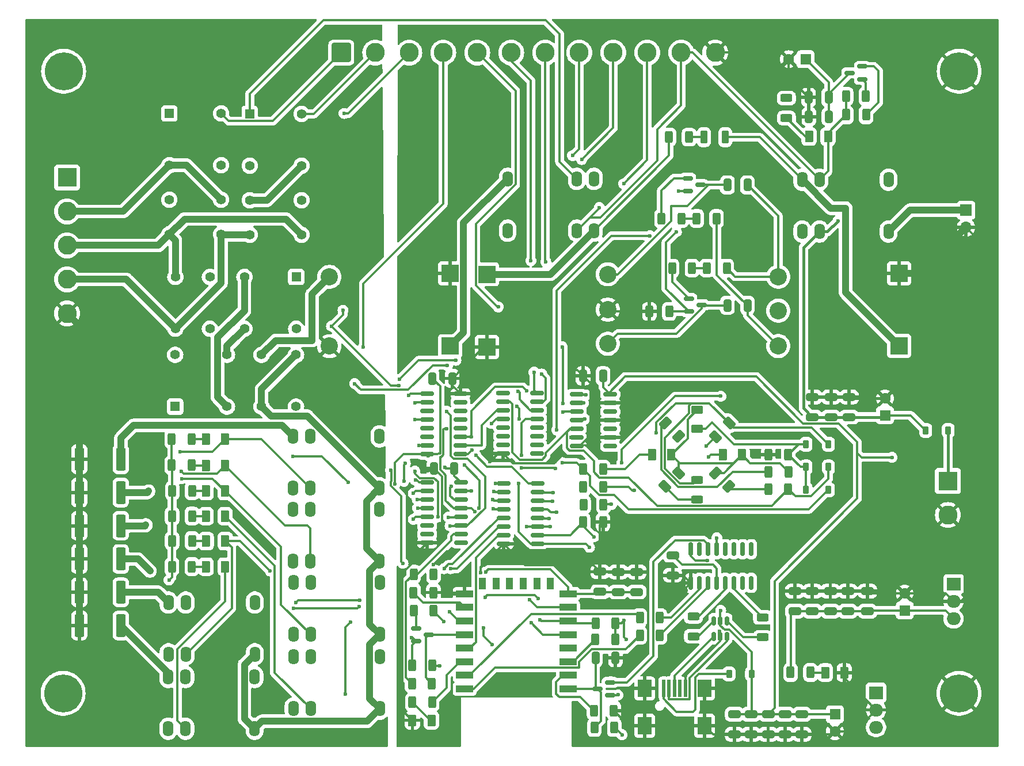
<source format=gbr>
%TF.GenerationSoftware,KiCad,Pcbnew,8.0.8-2.fc41*%
%TF.CreationDate,2025-02-07T10:50:48+08:00*%
%TF.ProjectId,K9AY_switch,4b394159-5f73-4776-9974-63682e6b6963,rev?*%
%TF.SameCoordinates,Original*%
%TF.FileFunction,Copper,L1,Top*%
%TF.FilePolarity,Positive*%
%FSLAX46Y46*%
G04 Gerber Fmt 4.6, Leading zero omitted, Abs format (unit mm)*
G04 Created by KiCad (PCBNEW 8.0.8-2.fc41) date 2025-02-07 10:50:48*
%MOMM*%
%LPD*%
G01*
G04 APERTURE LIST*
G04 Aperture macros list*
%AMRoundRect*
0 Rectangle with rounded corners*
0 $1 Rounding radius*
0 $2 $3 $4 $5 $6 $7 $8 $9 X,Y pos of 4 corners*
0 Add a 4 corners polygon primitive as box body*
4,1,4,$2,$3,$4,$5,$6,$7,$8,$9,$2,$3,0*
0 Add four circle primitives for the rounded corners*
1,1,$1+$1,$2,$3*
1,1,$1+$1,$4,$5*
1,1,$1+$1,$6,$7*
1,1,$1+$1,$8,$9*
0 Add four rect primitives between the rounded corners*
20,1,$1+$1,$2,$3,$4,$5,0*
20,1,$1+$1,$4,$5,$6,$7,0*
20,1,$1+$1,$6,$7,$8,$9,0*
20,1,$1+$1,$8,$9,$2,$3,0*%
G04 Aperture macros list end*
%TA.AperFunction,SMDPad,CuDef*%
%ADD10RoundRect,0.250000X-0.707107X-0.176777X-0.176777X-0.707107X0.707107X0.176777X0.176777X0.707107X0*%
%TD*%
%TA.AperFunction,ComponentPad*%
%ADD11C,2.540000*%
%TD*%
%TA.AperFunction,ComponentPad*%
%ADD12R,2.540000X2.540000*%
%TD*%
%TA.AperFunction,SMDPad,CuDef*%
%ADD13RoundRect,0.250000X0.375000X0.625000X-0.375000X0.625000X-0.375000X-0.625000X0.375000X-0.625000X0*%
%TD*%
%TA.AperFunction,SMDPad,CuDef*%
%ADD14RoundRect,0.250000X-0.312500X-0.625000X0.312500X-0.625000X0.312500X0.625000X-0.312500X0.625000X0*%
%TD*%
%TA.AperFunction,SMDPad,CuDef*%
%ADD15RoundRect,0.250000X0.650000X-0.325000X0.650000X0.325000X-0.650000X0.325000X-0.650000X-0.325000X0*%
%TD*%
%TA.AperFunction,SMDPad,CuDef*%
%ADD16RoundRect,0.250000X-0.650000X0.325000X-0.650000X-0.325000X0.650000X-0.325000X0.650000X0.325000X0*%
%TD*%
%TA.AperFunction,SMDPad,CuDef*%
%ADD17RoundRect,0.249999X-0.450001X-1.425001X0.450001X-1.425001X0.450001X1.425001X-0.450001X1.425001X0*%
%TD*%
%TA.AperFunction,ComponentPad*%
%ADD18R,1.600000X1.600000*%
%TD*%
%TA.AperFunction,ComponentPad*%
%ADD19C,1.600000*%
%TD*%
%TA.AperFunction,ComponentPad*%
%ADD20R,1.400000X1.400000*%
%TD*%
%TA.AperFunction,ComponentPad*%
%ADD21C,1.400000*%
%TD*%
%TA.AperFunction,ComponentPad*%
%ADD22C,5.600000*%
%TD*%
%TA.AperFunction,SMDPad,CuDef*%
%ADD23RoundRect,0.225000X-0.225000X-0.375000X0.225000X-0.375000X0.225000X0.375000X-0.225000X0.375000X0*%
%TD*%
%TA.AperFunction,SMDPad,CuDef*%
%ADD24RoundRect,0.250000X-0.325000X-0.650000X0.325000X-0.650000X0.325000X0.650000X-0.325000X0.650000X0*%
%TD*%
%TA.AperFunction,ComponentPad*%
%ADD25O,1.600000X2.300000*%
%TD*%
%TA.AperFunction,SMDPad,CuDef*%
%ADD26R,2.500000X1.000000*%
%TD*%
%TA.AperFunction,SMDPad,CuDef*%
%ADD27R,1.000000X1.800000*%
%TD*%
%TA.AperFunction,ComponentPad*%
%ADD28R,2.000000X1.905000*%
%TD*%
%TA.AperFunction,ComponentPad*%
%ADD29O,2.000000X1.905000*%
%TD*%
%TA.AperFunction,SMDPad,CuDef*%
%ADD30RoundRect,0.150000X0.825000X0.150000X-0.825000X0.150000X-0.825000X-0.150000X0.825000X-0.150000X0*%
%TD*%
%TA.AperFunction,ComponentPad*%
%ADD31RoundRect,0.250001X-1.149999X-1.149999X1.149999X-1.149999X1.149999X1.149999X-1.149999X1.149999X0*%
%TD*%
%TA.AperFunction,ComponentPad*%
%ADD32C,2.800000*%
%TD*%
%TA.AperFunction,SMDPad,CuDef*%
%ADD33RoundRect,0.150000X-0.587500X-0.150000X0.587500X-0.150000X0.587500X0.150000X-0.587500X0.150000X0*%
%TD*%
%TA.AperFunction,SMDPad,CuDef*%
%ADD34RoundRect,0.250000X-0.625000X0.312500X-0.625000X-0.312500X0.625000X-0.312500X0.625000X0.312500X0*%
%TD*%
%TA.AperFunction,SMDPad,CuDef*%
%ADD35RoundRect,0.250000X0.625000X-0.312500X0.625000X0.312500X-0.625000X0.312500X-0.625000X-0.312500X0*%
%TD*%
%TA.AperFunction,ComponentPad*%
%ADD36R,2.800000X2.800000*%
%TD*%
%TA.AperFunction,SMDPad,CuDef*%
%ADD37RoundRect,0.250000X0.312500X0.625000X-0.312500X0.625000X-0.312500X-0.625000X0.312500X-0.625000X0*%
%TD*%
%TA.AperFunction,SMDPad,CuDef*%
%ADD38RoundRect,0.250000X0.325000X0.650000X-0.325000X0.650000X-0.325000X-0.650000X0.325000X-0.650000X0*%
%TD*%
%TA.AperFunction,ComponentPad*%
%ADD39R,1.700000X1.700000*%
%TD*%
%TA.AperFunction,ComponentPad*%
%ADD40O,1.700000X1.700000*%
%TD*%
%TA.AperFunction,SMDPad,CuDef*%
%ADD41RoundRect,0.150000X-0.825000X-0.150000X0.825000X-0.150000X0.825000X0.150000X-0.825000X0.150000X0*%
%TD*%
%TA.AperFunction,SMDPad,CuDef*%
%ADD42R,0.500000X2.500000*%
%TD*%
%TA.AperFunction,SMDPad,CuDef*%
%ADD43R,2.000000X2.500000*%
%TD*%
%TA.AperFunction,SMDPad,CuDef*%
%ADD44RoundRect,0.250000X0.707107X0.176777X0.176777X0.707107X-0.707107X-0.176777X-0.176777X-0.707107X0*%
%TD*%
%TA.AperFunction,SMDPad,CuDef*%
%ADD45RoundRect,0.150000X0.587500X0.150000X-0.587500X0.150000X-0.587500X-0.150000X0.587500X-0.150000X0*%
%TD*%
%TA.AperFunction,SMDPad,CuDef*%
%ADD46RoundRect,0.250000X-0.275000X-0.700000X0.275000X-0.700000X0.275000X0.700000X-0.275000X0.700000X0*%
%TD*%
%TA.AperFunction,SMDPad,CuDef*%
%ADD47RoundRect,0.225000X0.225000X0.375000X-0.225000X0.375000X-0.225000X-0.375000X0.225000X-0.375000X0*%
%TD*%
%TA.AperFunction,SMDPad,CuDef*%
%ADD48RoundRect,0.150000X0.150000X-0.825000X0.150000X0.825000X-0.150000X0.825000X-0.150000X-0.825000X0*%
%TD*%
%TA.AperFunction,SMDPad,CuDef*%
%ADD49RoundRect,0.250000X0.176777X-0.707107X0.707107X-0.176777X-0.176777X0.707107X-0.707107X0.176777X0*%
%TD*%
%TA.AperFunction,SMDPad,CuDef*%
%ADD50RoundRect,0.150000X0.150000X-0.512500X0.150000X0.512500X-0.150000X0.512500X-0.150000X-0.512500X0*%
%TD*%
%TA.AperFunction,SMDPad,CuDef*%
%ADD51RoundRect,0.250000X-0.375000X-0.625000X0.375000X-0.625000X0.375000X0.625000X-0.375000X0.625000X0*%
%TD*%
%TA.AperFunction,SMDPad,CuDef*%
%ADD52RoundRect,0.250000X0.625000X-0.375000X0.625000X0.375000X-0.625000X0.375000X-0.625000X-0.375000X0*%
%TD*%
%TA.AperFunction,SMDPad,CuDef*%
%ADD53RoundRect,0.250000X-0.176777X0.707107X-0.707107X0.176777X0.176777X-0.707107X0.707107X-0.176777X0*%
%TD*%
%TA.AperFunction,ViaPad*%
%ADD54C,0.600000*%
%TD*%
%TA.AperFunction,Conductor*%
%ADD55C,1.000000*%
%TD*%
%TA.AperFunction,Conductor*%
%ADD56C,0.300000*%
%TD*%
%TA.AperFunction,Conductor*%
%ADD57C,0.400000*%
%TD*%
G04 APERTURE END LIST*
D10*
%TO.P,D11,1,K*%
%TO.N,K4_5V*%
X152831800Y-92252800D03*
%TO.P,D11,2,A*%
%TO.N,Net-(D11-A)*%
X154811698Y-94232698D03*
%TD*%
D11*
%TO.P,T1,1,AA*%
%TO.N,Net-(Q1-G)*%
X136992200Y-73213500D03*
%TO.P,T1,2,AB*%
%TO.N,Net-(Q4-G)*%
X136992200Y-63013500D03*
D12*
%TO.P,T1,3,SA*%
%TO.N,GND*%
X119212200Y-73713500D03*
%TO.P,T1,4,SB*%
%TO.N,Net-(T1-SB)*%
X119212200Y-63013500D03*
D11*
%TO.P,T1,5*%
%TO.N,GND*%
X136992200Y-68213500D03*
%TD*%
D13*
%TO.P,D15,1,K*%
%TO.N,PA_ON*%
X169395600Y-42748200D03*
%TO.P,D15,2,A*%
%TO.N,Net-(D15-A)*%
X166595600Y-42748200D03*
%TD*%
D14*
%TO.P,R13,1*%
%TO.N,Net-(U1-ADC)*%
X134960900Y-127203200D03*
%TO.P,R13,2*%
%TO.N,GND*%
X137885900Y-127203200D03*
%TD*%
%TO.P,R22,1*%
%TO.N,GND*%
X160614900Y-89560400D03*
%TO.P,R22,2*%
%TO.N,Net-(D5-K)*%
X163539900Y-89560400D03*
%TD*%
D15*
%TO.P,C28,1*%
%TO.N,3.3V*%
X167081200Y-112572800D03*
%TO.P,C28,2*%
%TO.N,GND*%
X167081200Y-109622800D03*
%TD*%
D14*
%TO.P,R21,1*%
%TO.N,PA_ON*%
X133360700Y-99466400D03*
%TO.P,R21,2*%
%TO.N,GND*%
X136285700Y-99466400D03*
%TD*%
D13*
%TO.P,D21,1,K*%
%TO.N,560*%
X80698800Y-106045000D03*
%TO.P,D21,2,A*%
%TO.N,Net-(D21-A)*%
X77898800Y-106045000D03*
%TD*%
D15*
%TO.P,C27,1*%
%TO.N,3.3V*%
X164490400Y-112572800D03*
%TO.P,C27,2*%
%TO.N,GND*%
X164490400Y-109622800D03*
%TD*%
D16*
%TO.P,C12,1*%
%TO.N,5V*%
X163068000Y-127736600D03*
%TO.P,C12,2*%
%TO.N,GND*%
X163068000Y-130686600D03*
%TD*%
D17*
%TO.P,R32,1*%
%TO.N,GNDPWR*%
X59258200Y-104901000D03*
%TO.P,R32,2*%
%TO.N,Net-(K8-Pad6)*%
X65358200Y-104901000D03*
%TD*%
%TO.P,R31,1*%
%TO.N,GNDPWR*%
X59258200Y-100011000D03*
%TO.P,R31,2*%
%TO.N,Net-(K7-Pad6)*%
X65358200Y-100011000D03*
%TD*%
D18*
%TO.P,C10,1*%
%TO.N,5V*%
X170408600Y-127736600D03*
D19*
%TO.P,C10,2*%
%TO.N,GND*%
X170408600Y-130236600D03*
%TD*%
D20*
%TO.P,K2,1*%
%TO.N,12V*%
X84328000Y-39420800D03*
D21*
%TO.P,K2,4*%
%TO.N,Net-(K1-Pad13)*%
X84328000Y-47040800D03*
%TO.P,K2,6*%
%TO.N,Net-(K2-Pad13)*%
X84328000Y-52120800D03*
%TO.P,K2,8*%
%TO.N,W*%
X84328000Y-57200800D03*
%TO.P,K2,9*%
%TO.N,E*%
X91948000Y-57200800D03*
%TO.P,K2,11*%
%TO.N,Net-(K1-Pad13)*%
X91948000Y-52120800D03*
%TO.P,K2,13*%
%TO.N,Net-(K2-Pad13)*%
X91948000Y-47040800D03*
%TO.P,K2,16*%
%TO.N,K2*%
X91948000Y-39420800D03*
%TD*%
D22*
%TO.P,,1*%
%TO.N,GND*%
X188670600Y-33147000D03*
%TD*%
D23*
%TO.P,D8,1,K*%
%TO.N,Net-(D5-K)*%
X166142400Y-94713800D03*
%TO.P,D8,2,A*%
%TO.N,K3_5V*%
X169442400Y-94713800D03*
%TD*%
D24*
%TO.P,C3,1*%
%TO.N,Net-(Q1-G)*%
X154582600Y-67589400D03*
%TO.P,C3,2*%
%TO.N,Net-(T2-AB)*%
X157532600Y-67589400D03*
%TD*%
D25*
%TO.P,K8,1*%
%TO.N,N/C*%
X103428800Y-119303800D03*
%TO.P,K8,5*%
%TO.N,12V*%
X93268800Y-119303800D03*
%TO.P,K8,6*%
%TO.N,Net-(K8-Pad6)*%
X90728800Y-119303800D03*
%TO.P,K8,7*%
%TO.N,unconnected-(K8-Pad7)*%
X90728800Y-126923800D03*
%TO.P,K8,8*%
%TO.N,470*%
X93268800Y-126923800D03*
%TO.P,K8,12*%
%TO.N,LOAD*%
X103428800Y-126923800D03*
%TD*%
D17*
%TO.P,R33,1*%
%TO.N,GNDPWR*%
X59258200Y-109791000D03*
%TO.P,R33,2*%
%TO.N,Net-(K9-Pad6)*%
X65358200Y-109791000D03*
%TD*%
D20*
%TO.P,K4,1*%
%TO.N,12V*%
X73355200Y-82473800D03*
D21*
%TO.P,K4,4*%
%TO.N,Net-(K3-Pad4)*%
X80975200Y-82473800D03*
%TO.P,K4,6*%
%TO.N,LOAD*%
X86055200Y-82473800D03*
%TO.P,K4,8*%
%TO.N,Net-(BN73-202-AA)*%
X91135200Y-82473800D03*
%TO.P,K4,9*%
%TO.N,LOAD*%
X91135200Y-74853800D03*
%TO.P,K4,11*%
%TO.N,Net-(BN73-202-AA)*%
X86055200Y-74853800D03*
%TO.P,K4,13*%
%TO.N,Net-(K3-Pad13)*%
X80975200Y-74853800D03*
%TO.P,K4,16*%
%TO.N,K4*%
X73355200Y-74853800D03*
%TD*%
D26*
%TO.P,U1,1,~{RST}*%
%TO.N,RST*%
X131145600Y-124015800D03*
%TO.P,U1,2,ADC*%
%TO.N,Net-(U1-ADC)*%
X131145600Y-122015800D03*
%TO.P,U1,3,EN*%
%TO.N,Net-(U1-EN)*%
X131145600Y-120015800D03*
%TO.P,U1,4,GPIO16*%
%TO.N,unconnected-(U1-GPIO16-Pad4)*%
X131145600Y-118015800D03*
%TO.P,U1,5,GPIO14*%
%TO.N,SRCLK*%
X131145600Y-116015800D03*
%TO.P,U1,6,GPIO12*%
%TO.N,OE*%
X131145600Y-114015800D03*
%TO.P,U1,7,GPIO13*%
%TO.N,SER*%
X131145600Y-112015800D03*
%TO.P,U1,8,VCC*%
%TO.N,3.3V*%
X131145600Y-110015800D03*
D27*
%TO.P,U1,9,CS0*%
%TO.N,unconnected-(U1-CS0-Pad9)*%
X128545600Y-108515800D03*
%TO.P,U1,10,MISO*%
%TO.N,unconnected-(U1-MISO-Pad10)*%
X126545600Y-108515800D03*
%TO.P,U1,11,GPIO9*%
%TO.N,unconnected-(U1-GPIO9-Pad11)*%
X124545600Y-108515800D03*
%TO.P,U1,12,GPIO10*%
%TO.N,unconnected-(U1-GPIO10-Pad12)*%
X122545600Y-108515800D03*
%TO.P,U1,13,MOSI*%
%TO.N,unconnected-(U1-MOSI-Pad13)*%
X120545600Y-108515800D03*
%TO.P,U1,14,SCLK*%
%TO.N,unconnected-(U1-SCLK-Pad14)*%
X118545600Y-108515800D03*
D26*
%TO.P,U1,15,GND*%
%TO.N,GND*%
X115945600Y-110015800D03*
%TO.P,U1,16,GPIO15*%
%TO.N,RCLK*%
X115945600Y-112015800D03*
%TO.P,U1,17,GPIO2*%
%TO.N,Net-(U1-GPIO2)*%
X115945600Y-114015800D03*
%TO.P,U1,18,GPIO0*%
%TO.N,GPIO0*%
X115945600Y-116015800D03*
%TO.P,U1,19,GPIO4*%
%TO.N,PA_ON_3V*%
X115945600Y-118015800D03*
%TO.P,U1,20,GPIO5*%
%TO.N,LED_WIFI*%
X115945600Y-120015800D03*
%TO.P,U1,21,GPIO3/RXD*%
%TO.N,TXD*%
X115945600Y-122015800D03*
%TO.P,U1,22,GPIO1/TXD*%
%TO.N,RXD*%
X115945600Y-124015800D03*
%TD*%
D15*
%TO.P,C22,1*%
%TO.N,12V*%
X169824400Y-84025000D03*
%TO.P,C22,2*%
%TO.N,GND*%
X169824400Y-81075000D03*
%TD*%
D28*
%TO.P,U5,1,VI*%
%TO.N,5V*%
X187853200Y-108585000D03*
D29*
%TO.P,U5,2,GND*%
%TO.N,GND*%
X187853200Y-111125000D03*
%TO.P,U5,3,VO*%
%TO.N,3.3V*%
X187853200Y-113665000D03*
%TD*%
D13*
%TO.P,D16,1,K*%
%TO.N,300*%
X80673400Y-87299800D03*
%TO.P,D16,2,A*%
%TO.N,Net-(D16-A)*%
X77873400Y-87299800D03*
%TD*%
D30*
%TO.P,U2,1,QB*%
%TO.N,K2_5V*%
X115327200Y-89493000D03*
%TO.P,U2,2,QC*%
%TO.N,K3_5V*%
X115327200Y-88223000D03*
%TO.P,U2,3,QD*%
%TO.N,K4_5V*%
X115327200Y-86953000D03*
%TO.P,U2,4,QE*%
%TO.N,unconnected-(U2-QE-Pad4)*%
X115327200Y-85683000D03*
%TO.P,U2,5,QF*%
%TO.N,unconnected-(U2-QF-Pad5)*%
X115327200Y-84413000D03*
%TO.P,U2,6,QG*%
%TO.N,unconnected-(U2-QG-Pad6)*%
X115327200Y-83143000D03*
%TO.P,U2,7,QH*%
%TO.N,unconnected-(U2-QH-Pad7)*%
X115327200Y-81873000D03*
%TO.P,U2,8,GND*%
%TO.N,GND*%
X115327200Y-80603000D03*
%TO.P,U2,9,QH'*%
%TO.N,Net-(U2-QH')*%
X110377200Y-80603000D03*
%TO.P,U2,10,~{SRCLR}*%
%TO.N,3.3V*%
X110377200Y-81873000D03*
%TO.P,U2,11,SRCLK*%
%TO.N,SRCLK*%
X110377200Y-83143000D03*
%TO.P,U2,12,RCLK*%
%TO.N,RCLK*%
X110377200Y-84413000D03*
%TO.P,U2,13,~{OE}*%
%TO.N,OE*%
X110377200Y-85683000D03*
%TO.P,U2,14,SER*%
%TO.N,SER*%
X110377200Y-86953000D03*
%TO.P,U2,15,QA*%
%TO.N,K1_5V*%
X110377200Y-88223000D03*
%TO.P,U2,16,VCC*%
%TO.N,5V*%
X110377200Y-89493000D03*
%TD*%
D31*
%TO.P,J7,1,Pin_1*%
%TO.N,K1*%
X97791200Y-30403800D03*
D32*
%TO.P,J7,2,Pin_2*%
%TO.N,K2*%
X102791200Y-30403800D03*
%TO.P,J7,3,Pin_3*%
%TO.N,K3*%
X107791200Y-30403800D03*
%TO.P,J7,4,Pin_4*%
%TO.N,K4*%
X112791200Y-30403800D03*
%TO.P,J7,5,Pin_5*%
%TO.N,300*%
X117791200Y-30403800D03*
%TO.P,J7,6,Pin_6*%
%TO.N,390*%
X122791200Y-30403800D03*
%TO.P,J7,7,Pin_7*%
%TO.N,430*%
X127791200Y-30403800D03*
%TO.P,J7,8,Pin_8*%
%TO.N,470*%
X132791200Y-30403800D03*
%TO.P,J7,9,Pin_9*%
%TO.N,510*%
X137791200Y-30403800D03*
%TO.P,J7,10,Pin_10*%
%TO.N,560*%
X142791200Y-30403800D03*
%TO.P,J7,11,Pin_11*%
%TO.N,PA_ON*%
X147791200Y-30403800D03*
%TO.P,J7,12,Pin_12*%
%TO.N,GND*%
X152791200Y-30403800D03*
%TD*%
D25*
%TO.P,K10,1*%
%TO.N,N/C*%
X85039200Y-122250200D03*
%TO.P,K10,5*%
%TO.N,12V*%
X74879200Y-122250200D03*
%TO.P,K10,6*%
%TO.N,Net-(K10-Pad6)*%
X72339200Y-122250200D03*
%TO.P,K10,7*%
%TO.N,unconnected-(K10-Pad7)*%
X72339200Y-129870200D03*
%TO.P,K10,8*%
%TO.N,560*%
X74879200Y-129870200D03*
%TO.P,K10,12*%
%TO.N,LOAD*%
X85039200Y-129870200D03*
%TD*%
D33*
%TO.P,Q1,1,D*%
%TO.N,Net-(Q1-D)*%
X148895000Y-66578400D03*
%TO.P,Q1,2,S*%
%TO.N,Net-(Q1-S)*%
X148895000Y-68478400D03*
%TO.P,Q1,3,G*%
%TO.N,Net-(Q1-G)*%
X150770000Y-67528400D03*
%TD*%
D15*
%TO.P,C29,1*%
%TO.N,3.3V*%
X169722800Y-112572800D03*
%TO.P,C29,2*%
%TO.N,GND*%
X169722800Y-109622800D03*
%TD*%
D14*
%TO.P,R11,1*%
%TO.N,RXD*%
X141702600Y-116128800D03*
%TO.P,R11,2*%
%TO.N,Net-(U11-RXD)*%
X144627600Y-116128800D03*
%TD*%
%TO.P,R36,1*%
%TO.N,PA_ON*%
X172070300Y-39547800D03*
%TO.P,R36,2*%
%TO.N,12V*%
X174995300Y-39547800D03*
%TD*%
D25*
%TO.P,K5,1*%
%TO.N,N/C*%
X103403400Y-86868000D03*
%TO.P,K5,5*%
%TO.N,12V*%
X93243400Y-86868000D03*
%TO.P,K5,6*%
%TO.N,Net-(K5-Pad6)*%
X90703400Y-86868000D03*
%TO.P,K5,7*%
%TO.N,unconnected-(K5-Pad7)*%
X90703400Y-94488000D03*
%TO.P,K5,8*%
%TO.N,300*%
X93243400Y-94488000D03*
%TO.P,K5,12*%
%TO.N,LOAD*%
X103403400Y-94488000D03*
%TD*%
D33*
%TO.P,Q4,1,D*%
%TO.N,Net-(Q4-D)*%
X148747200Y-48884800D03*
%TO.P,Q4,2,S*%
%TO.N,Net-(Q1-S)*%
X148747200Y-50784800D03*
%TO.P,Q4,3,G*%
%TO.N,Net-(Q4-G)*%
X150622200Y-49834800D03*
%TD*%
D34*
%TO.P,R9,1*%
%TO.N,Net-(U11-UD+)*%
X149580600Y-113345500D03*
%TO.P,R9,2*%
%TO.N,Net-(R9-Pad2)*%
X149580600Y-116270500D03*
%TD*%
D13*
%TO.P,D19,1,K*%
%TO.N,470*%
X80698800Y-98602800D03*
%TO.P,D19,2,A*%
%TO.N,Net-(D19-A)*%
X77898800Y-98602800D03*
%TD*%
D35*
%TO.P,R26,1*%
%TO.N,Net-(D12-A)*%
X150139400Y-96168400D03*
%TO.P,R26,2*%
%TO.N,K1_5V*%
X150139400Y-93243400D03*
%TD*%
D15*
%TO.P,C23,1*%
%TO.N,12V*%
X167081200Y-84025000D03*
%TO.P,C23,2*%
%TO.N,GND*%
X167081200Y-81075000D03*
%TD*%
%TO.P,C9,1*%
%TO.N,3.3V*%
X175183800Y-112572800D03*
%TO.P,C9,2*%
%TO.N,GND*%
X175183800Y-109622800D03*
%TD*%
D36*
%TO.P,J4,1,Pin_1*%
%TO.N,Net-(D1-A)*%
X187020200Y-93421200D03*
D32*
%TO.P,J4,2,Pin_2*%
%TO.N,GND*%
X187020200Y-98421200D03*
%TD*%
D37*
%TO.P,R39,1*%
%TO.N,Net-(D16-A)*%
X75782900Y-87299800D03*
%TO.P,R39,2*%
%TO.N,5V*%
X72857900Y-87299800D03*
%TD*%
D25*
%TO.P,K9,1*%
%TO.N,N/C*%
X85064600Y-111302800D03*
%TO.P,K9,5*%
%TO.N,12V*%
X74904600Y-111302800D03*
%TO.P,K9,6*%
%TO.N,Net-(K9-Pad6)*%
X72364600Y-111302800D03*
%TO.P,K9,7*%
%TO.N,unconnected-(K9-Pad7)*%
X72364600Y-118922800D03*
%TO.P,K9,8*%
%TO.N,510*%
X74904600Y-118922800D03*
%TO.P,K9,12*%
%TO.N,LOAD*%
X85064600Y-118922800D03*
%TD*%
D38*
%TO.P,C19,1*%
%TO.N,5V*%
X136298200Y-77952600D03*
%TO.P,C19,2*%
%TO.N,GND*%
X133348200Y-77952600D03*
%TD*%
D13*
%TO.P,D13,1,K*%
%TO.N,K4_5V*%
X146329400Y-89560400D03*
%TO.P,D13,2,A*%
%TO.N,Net-(D13-A)*%
X143529400Y-89560400D03*
%TD*%
D38*
%TO.P,C18,1*%
%TO.N,GND*%
X114098600Y-78333600D03*
%TO.P,C18,2*%
%TO.N,5V*%
X111148600Y-78333600D03*
%TD*%
D13*
%TO.P,D2,1,K*%
%TO.N,GND*%
X171780200Y-121615200D03*
%TO.P,D2,2,A*%
%TO.N,Net-(D2-A)*%
X168980200Y-121615200D03*
%TD*%
D20*
%TO.P,K3,1*%
%TO.N,12V*%
X91160600Y-63398400D03*
D21*
%TO.P,K3,4*%
%TO.N,Net-(K3-Pad4)*%
X83540600Y-63398400D03*
%TO.P,K3,6*%
%TO.N,N*%
X78460600Y-63398400D03*
%TO.P,K3,8*%
%TO.N,E*%
X73380600Y-63398400D03*
%TO.P,K3,9*%
%TO.N,W*%
X73380600Y-71018400D03*
%TO.P,K3,11*%
%TO.N,Net-(K2-Pad13)*%
X78460600Y-71018400D03*
%TO.P,K3,13*%
%TO.N,Net-(K3-Pad13)*%
X83540600Y-71018400D03*
%TO.P,K3,16*%
%TO.N,K3*%
X91160600Y-71018400D03*
%TD*%
D36*
%TO.P,J3,1,Pin_1*%
%TO.N,N*%
X57454800Y-48768000D03*
D32*
%TO.P,J3,2,Pin_2*%
%TO.N,S*%
X57454800Y-53768000D03*
%TO.P,J3,3,Pin_3*%
%TO.N,E*%
X57454800Y-58768000D03*
%TO.P,J3,4,Pin_4*%
%TO.N,W*%
X57454800Y-63768000D03*
%TO.P,J3,5,Pin_5*%
%TO.N,GNDPWR*%
X57454800Y-68768000D03*
%TD*%
D11*
%TO.P,BN73-202,1,AA*%
%TO.N,Net-(BN73-202-AA)*%
X96037400Y-63383800D03*
%TO.P,BN73-202,2,AB*%
%TO.N,GNDPWR*%
X96037400Y-73583800D03*
D12*
%TO.P,BN73-202,3,SA*%
%TO.N,GND*%
X113817400Y-62883800D03*
%TO.P,BN73-202,4,SB*%
%TO.N,PA_IN*%
X113817400Y-73583800D03*
%TD*%
D37*
%TO.P,R18,1*%
%TO.N,Net-(Q2-B)*%
X111139700Y-120523000D03*
%TO.P,R18,2*%
%TO.N,DTR*%
X108214700Y-120523000D03*
%TD*%
D39*
%TO.P,J6,1,Pin_1*%
%TO.N,Net-(J6-Pin_1)*%
X189686800Y-53588600D03*
D40*
%TO.P,J6,2,Pin_2*%
%TO.N,GND*%
X189686800Y-56128600D03*
%TD*%
D41*
%TO.P,U4,1,I1*%
%TO.N,K1_5V*%
X121615200Y-80467200D03*
%TO.P,U4,2,I2*%
%TO.N,K2_5V*%
X121615200Y-81737200D03*
%TO.P,U4,3,I3*%
%TO.N,K3_5V*%
X121615200Y-83007200D03*
%TO.P,U4,4,I4*%
%TO.N,K4_5V*%
X121615200Y-84277200D03*
%TO.P,U4,5,I5*%
%TO.N,unconnected-(U4-I5-Pad5)*%
X121615200Y-85547200D03*
%TO.P,U4,6,I6*%
%TO.N,unconnected-(U4-I6-Pad6)*%
X121615200Y-86817200D03*
%TO.P,U4,7,I7*%
%TO.N,unconnected-(U4-I7-Pad7)*%
X121615200Y-88087200D03*
%TO.P,U4,8,GND*%
%TO.N,GND*%
X121615200Y-89357200D03*
%TO.P,U4,9,COM*%
%TO.N,12V*%
X126565200Y-89357200D03*
%TO.P,U4,10,O7*%
%TO.N,unconnected-(U4-O7-Pad10)*%
X126565200Y-88087200D03*
%TO.P,U4,11,O6*%
%TO.N,unconnected-(U4-O6-Pad11)*%
X126565200Y-86817200D03*
%TO.P,U4,12,O5*%
%TO.N,unconnected-(U4-O5-Pad12)*%
X126565200Y-85547200D03*
%TO.P,U4,13,O4*%
%TO.N,K4*%
X126565200Y-84277200D03*
%TO.P,U4,14,O3*%
%TO.N,K3*%
X126565200Y-83007200D03*
%TO.P,U4,15,O2*%
%TO.N,K2*%
X126565200Y-81737200D03*
%TO.P,U4,16,O1*%
%TO.N,K1*%
X126565200Y-80467200D03*
%TD*%
D42*
%TO.P,J5,1,VBUS*%
%TO.N,Net-(D3-A)*%
X145212000Y-123933800D03*
%TO.P,J5,2,D-*%
%TO.N,Net-(J5-D-)*%
X146012000Y-123933800D03*
%TO.P,J5,3,D+*%
%TO.N,Net-(J5-D+)*%
X146812000Y-123933800D03*
%TO.P,J5,4,ID*%
%TO.N,unconnected-(J5-ID-Pad4)*%
X147612000Y-123933800D03*
%TO.P,J5,5,GND*%
%TO.N,GND*%
X148412000Y-123933800D03*
D43*
%TO.P,J5,6,Shield*%
X142412000Y-123933800D03*
X142412000Y-129433800D03*
X151212000Y-123933800D03*
X151212000Y-129433800D03*
%TD*%
D37*
%TO.P,R42,1*%
%TO.N,Net-(D19-A)*%
X75833700Y-98577400D03*
%TO.P,R42,2*%
%TO.N,5V*%
X72908700Y-98577400D03*
%TD*%
D25*
%TO.P,K11,1*%
%TO.N,N/C*%
X122275600Y-56591200D03*
%TO.P,K11,5*%
%TO.N,PA_ON*%
X132435600Y-56591200D03*
%TO.P,K11,6*%
%TO.N,Net-(T1-SB)*%
X134975600Y-56591200D03*
%TO.P,K11,7*%
%TO.N,Net-(K11-Pad7)*%
X134975600Y-48971200D03*
%TO.P,K11,8*%
%TO.N,12V*%
X132435600Y-48971200D03*
%TO.P,K11,12*%
%TO.N,PA_IN*%
X122275600Y-48971200D03*
%TD*%
D41*
%TO.P,U3,1,QB*%
%TO.N,Net-(U3-QB)*%
X110416800Y-93649800D03*
%TO.P,U3,2,QC*%
%TO.N,Net-(U3-QC)*%
X110416800Y-94919800D03*
%TO.P,U3,3,QD*%
%TO.N,Net-(U3-QD)*%
X110416800Y-96189800D03*
%TO.P,U3,4,QE*%
%TO.N,Net-(U3-QE)*%
X110416800Y-97459800D03*
%TO.P,U3,5,QF*%
%TO.N,Net-(U3-QF)*%
X110416800Y-98729800D03*
%TO.P,U3,6,QG*%
%TO.N,unconnected-(U3-QG-Pad6)*%
X110416800Y-99999800D03*
%TO.P,U3,7,QH*%
%TO.N,unconnected-(U3-QH-Pad7)*%
X110416800Y-101269800D03*
%TO.P,U3,8,GND*%
%TO.N,GND*%
X110416800Y-102539800D03*
%TO.P,U3,9,QH'*%
%TO.N,unconnected-(U3-QH'-Pad9)*%
X115366800Y-102539800D03*
%TO.P,U3,10,~{SRCLR}*%
%TO.N,3.3V*%
X115366800Y-101269800D03*
%TO.P,U3,11,SRCLK*%
%TO.N,SRCLK*%
X115366800Y-99999800D03*
%TO.P,U3,12,RCLK*%
%TO.N,RCLK*%
X115366800Y-98729800D03*
%TO.P,U3,13,~{OE}*%
%TO.N,OE*%
X115366800Y-97459800D03*
%TO.P,U3,14,SER*%
%TO.N,Net-(U2-QH')*%
X115366800Y-96189800D03*
%TO.P,U3,15,QA*%
%TO.N,Net-(U3-QA)*%
X115366800Y-94919800D03*
%TO.P,U3,16,VCC*%
%TO.N,5V*%
X115366800Y-93649800D03*
%TD*%
D16*
%TO.P,C15,1*%
%TO.N,GND*%
X138531600Y-106805200D03*
%TO.P,C15,2*%
%TO.N,3.3V*%
X138531600Y-109755200D03*
%TD*%
D25*
%TO.P,K6,1*%
%TO.N,N/C*%
X103378000Y-97612200D03*
%TO.P,K6,5*%
%TO.N,12V*%
X93218000Y-97612200D03*
%TO.P,K6,6*%
%TO.N,Net-(K6-Pad6)*%
X90678000Y-97612200D03*
%TO.P,K6,7*%
%TO.N,unconnected-(K6-Pad7)*%
X90678000Y-105232200D03*
%TO.P,K6,8*%
%TO.N,390*%
X93218000Y-105232200D03*
%TO.P,K6,12*%
%TO.N,LOAD*%
X103378000Y-105232200D03*
%TD*%
D14*
%TO.P,R35,1*%
%TO.N,Net-(T1-SB)*%
X146009900Y-42824400D03*
%TO.P,R35,2*%
%TO.N,Net-(L1-Pad1)*%
X148934900Y-42824400D03*
%TD*%
D37*
%TO.P,R5,1*%
%TO.N,Net-(Q1-S)*%
X146024600Y-68478400D03*
%TO.P,R5,2*%
%TO.N,GND*%
X143099600Y-68478400D03*
%TD*%
%TO.P,R15,1*%
%TO.N,GPIO0*%
X111114300Y-123240800D03*
%TO.P,R15,2*%
%TO.N,3.3V*%
X108189300Y-123240800D03*
%TD*%
D38*
%TO.P,C16,1*%
%TO.N,GND*%
X138127000Y-119430800D03*
%TO.P,C16,2*%
%TO.N,RST*%
X135177000Y-119430800D03*
%TD*%
D16*
%TO.P,C11,1*%
%TO.N,5V*%
X165531800Y-127736600D03*
%TO.P,C11,2*%
%TO.N,GND*%
X165531800Y-130686600D03*
%TD*%
%TO.P,C6,1*%
%TO.N,GND*%
X135839200Y-106778000D03*
%TO.P,C6,2*%
%TO.N,3.3V*%
X135839200Y-109728000D03*
%TD*%
D44*
%TO.P,D14,1,K*%
%TO.N,Net-(D14-K)*%
X147421600Y-86868000D03*
%TO.P,D14,2,A*%
%TO.N,Net-(D14-A)*%
X145441702Y-84888102D03*
%TD*%
D14*
%TO.P,R19,1*%
%TO.N,Net-(D4-A)*%
X108240100Y-125958600D03*
%TO.P,R19,2*%
%TO.N,LED_WIFI*%
X111165100Y-125958600D03*
%TD*%
D37*
%TO.P,R43,1*%
%TO.N,Net-(D20-A)*%
X75833700Y-102209600D03*
%TO.P,R43,2*%
%TO.N,5V*%
X72908700Y-102209600D03*
%TD*%
D28*
%TO.P,U6,1,VI*%
%TO.N,12V*%
X176448600Y-124561600D03*
D29*
%TO.P,U6,2,GND*%
%TO.N,GND*%
X176448600Y-127101600D03*
%TO.P,U6,3,VO*%
%TO.N,5V*%
X176448600Y-129641600D03*
%TD*%
D14*
%TO.P,R3,1*%
%TO.N,Net-(Q4-D)*%
X144877800Y-54813200D03*
%TO.P,R3,2*%
%TO.N,Net-(R3-Pad2)*%
X147802800Y-54813200D03*
%TD*%
D34*
%TO.P,R8,1*%
%TO.N,Net-(U11-UD-)*%
X159740600Y-113497900D03*
%TO.P,R8,2*%
%TO.N,Net-(R8-Pad2)*%
X159740600Y-116422900D03*
%TD*%
D37*
%TO.P,R40,1*%
%TO.N,Net-(D17-A)*%
X75768200Y-91084400D03*
%TO.P,R40,2*%
%TO.N,5V*%
X72843200Y-91084400D03*
%TD*%
D41*
%TO.P,U7,1*%
%TO.N,K4_5V*%
X132399000Y-80670400D03*
%TO.P,U7,2*%
%TO.N,Net-(R23-Pad2)*%
X132399000Y-81940400D03*
%TO.P,U7,3*%
%TO.N,K3_5V*%
X132399000Y-83210400D03*
%TO.P,U7,4*%
%TO.N,Net-(R24-Pad2)*%
X132399000Y-84480400D03*
%TO.P,U7,5*%
%TO.N,K2_5V*%
X132399000Y-85750400D03*
%TO.P,U7,6*%
%TO.N,Net-(D14-K)*%
X132399000Y-87020400D03*
%TO.P,U7,7,GND*%
%TO.N,GND*%
X132399000Y-88290400D03*
%TO.P,U7,8*%
%TO.N,unconnected-(U7-Pad8)*%
X137349000Y-88290400D03*
%TO.P,U7,9*%
%TO.N,GND*%
X137349000Y-87020400D03*
%TO.P,U7,10*%
%TO.N,unconnected-(U7-Pad10)*%
X137349000Y-85750400D03*
%TO.P,U7,11*%
%TO.N,GND*%
X137349000Y-84480400D03*
%TO.P,U7,12*%
%TO.N,unconnected-(U7-Pad12)*%
X137349000Y-83210400D03*
%TO.P,U7,13*%
%TO.N,GND*%
X137349000Y-81940400D03*
%TO.P,U7,14,VCC*%
%TO.N,5V*%
X137349000Y-80670400D03*
%TD*%
D22*
%TO.P,,1*%
%TO.N,GND*%
X188645200Y-124672400D03*
%TD*%
D25*
%TO.P,K12,1*%
%TO.N,N/C*%
X178282600Y-49098200D03*
%TO.P,K12,5*%
%TO.N,PA_ON*%
X168122600Y-49098200D03*
%TO.P,K12,6*%
%TO.N,Net-(T2-SB)*%
X165582600Y-49098200D03*
%TO.P,K12,7*%
%TO.N,Net-(K11-Pad7)*%
X165582600Y-56718200D03*
%TO.P,K12,8*%
%TO.N,12V*%
X168122600Y-56718200D03*
%TO.P,K12,12*%
%TO.N,Net-(J6-Pin_1)*%
X178282600Y-56718200D03*
%TD*%
D13*
%TO.P,D17,1,K*%
%TO.N,390*%
X80698800Y-91135200D03*
%TO.P,D17,2,A*%
%TO.N,Net-(D17-A)*%
X77898800Y-91135200D03*
%TD*%
D45*
%TO.P,Q2,1,B*%
%TO.N,Net-(Q2-B)*%
X137337800Y-124937600D03*
%TO.P,Q2,2,E*%
%TO.N,RTS*%
X137337800Y-123037600D03*
%TO.P,Q2,3,C*%
%TO.N,RST*%
X135462800Y-123987600D03*
%TD*%
D18*
%TO.P,C4,1*%
%TO.N,Net-(Q5-D)*%
X166101913Y-31369000D03*
D19*
%TO.P,C4,2*%
%TO.N,GND*%
X163601913Y-31369000D03*
%TD*%
D16*
%TO.P,C26,1*%
%TO.N,5V*%
X155625800Y-127736600D03*
%TO.P,C26,2*%
%TO.N,GND*%
X155625800Y-130686600D03*
%TD*%
D35*
%TO.P,R38,1*%
%TO.N,Net-(D15-A)*%
X163271200Y-40019700D03*
%TO.P,R38,2*%
%TO.N,5V*%
X163271200Y-37094700D03*
%TD*%
D22*
%TO.P,REF\u002A\u002A,1*%
%TO.N,N/C*%
X56946800Y-33147000D03*
%TD*%
D14*
%TO.P,R37,1*%
%TO.N,PA_ON*%
X172044900Y-36830000D03*
%TO.P,R37,2*%
%TO.N,Net-(Q5-G)*%
X174969900Y-36830000D03*
%TD*%
D18*
%TO.P,C1,1*%
%TO.N,12V*%
X177774600Y-83769200D03*
D19*
%TO.P,C1,2*%
%TO.N,GND*%
X177774600Y-81269200D03*
%TD*%
D46*
%TO.P,L1,1,1*%
%TO.N,Net-(L1-Pad1)*%
X151129800Y-42849800D03*
%TO.P,L1,2,2*%
%TO.N,Net-(T2-SB)*%
X154279800Y-42849800D03*
%TD*%
D47*
%TO.P,D3,1,K*%
%TO.N,5V*%
X158139400Y-121818400D03*
%TO.P,D3,2,A*%
%TO.N,Net-(D3-A)*%
X154839400Y-121818400D03*
%TD*%
D14*
%TO.P,R17,1*%
%TO.N,Net-(Q3-B)*%
X108443300Y-112496600D03*
%TO.P,R17,2*%
%TO.N,RTS*%
X111368300Y-112496600D03*
%TD*%
D18*
%TO.P,C7,1*%
%TO.N,3.3V*%
X180670200Y-112471200D03*
D19*
%TO.P,C7,2*%
%TO.N,GND*%
X180670200Y-109971200D03*
%TD*%
D13*
%TO.P,D20,1,K*%
%TO.N,510*%
X80724200Y-102260400D03*
%TO.P,D20,2,A*%
%TO.N,Net-(D20-A)*%
X77924200Y-102260400D03*
%TD*%
D16*
%TO.P,C24,1*%
%TO.N,5V*%
X160578800Y-127736600D03*
%TO.P,C24,2*%
%TO.N,GND*%
X160578800Y-130686600D03*
%TD*%
%TO.P,C13,1*%
%TO.N,Net-(U11-V3)*%
X146532600Y-104341400D03*
%TO.P,C13,2*%
%TO.N,GND*%
X146532600Y-107291400D03*
%TD*%
D37*
%TO.P,R24,1*%
%TO.N,Net-(D10-K)*%
X136311100Y-94284800D03*
%TO.P,R24,2*%
%TO.N,Net-(R24-Pad2)*%
X133386100Y-94284800D03*
%TD*%
D17*
%TO.P,R2,1*%
%TO.N,GNDPWR*%
X59258200Y-90231000D03*
%TO.P,R2,2*%
%TO.N,Net-(K5-Pad6)*%
X65358200Y-90231000D03*
%TD*%
D48*
%TO.P,U11,1,GND*%
%TO.N,GND*%
X149199600Y-108404200D03*
%TO.P,U11,2,TXD*%
%TO.N,Net-(U11-TXD)*%
X150469600Y-108404200D03*
%TO.P,U11,3,RXD*%
%TO.N,Net-(U11-RXD)*%
X151739600Y-108404200D03*
%TO.P,U11,4,V3*%
%TO.N,Net-(U11-V3)*%
X153009600Y-108404200D03*
%TO.P,U11,5,UD+*%
%TO.N,Net-(U11-UD+)*%
X154279600Y-108404200D03*
%TO.P,U11,6,UD-*%
%TO.N,Net-(U11-UD-)*%
X155549600Y-108404200D03*
%TO.P,U11,7,NC*%
%TO.N,unconnected-(U11-NC-Pad7)*%
X156819600Y-108404200D03*
%TO.P,U11,8,NC*%
%TO.N,unconnected-(U11-NC-Pad8)*%
X158089600Y-108404200D03*
%TO.P,U11,9,~{CTS}*%
%TO.N,unconnected-(U11-~{CTS}-Pad9)*%
X158089600Y-103454200D03*
%TO.P,U11,10,~{DSR}*%
%TO.N,unconnected-(U11-~{DSR}-Pad10)*%
X156819600Y-103454200D03*
%TO.P,U11,11,~{RI}*%
%TO.N,unconnected-(U11-~{RI}-Pad11)*%
X155549600Y-103454200D03*
%TO.P,U11,12,~{DCD}*%
%TO.N,unconnected-(U11-~{DCD}-Pad12)*%
X154279600Y-103454200D03*
%TO.P,U11,13,~{DTR}*%
%TO.N,DTR*%
X153009600Y-103454200D03*
%TO.P,U11,14,~{RTS}*%
%TO.N,RTS*%
X151739600Y-103454200D03*
%TO.P,U11,15,R232*%
%TO.N,unconnected-(U11-R232-Pad15)*%
X150469600Y-103454200D03*
%TO.P,U11,16,VCC*%
%TO.N,5V*%
X149199600Y-103454200D03*
%TD*%
D22*
%TO.P,,1*%
%TO.N,N/C*%
X56870600Y-124672400D03*
%TD*%
D14*
%TO.P,R20,1*%
%TO.N,OE*%
X135189500Y-114350800D03*
%TO.P,R20,2*%
%TO.N,3.3V*%
X138114500Y-114350800D03*
%TD*%
D49*
%TO.P,D9,1,K*%
%TO.N,Net-(D9-K)*%
X152857200Y-86893400D03*
%TO.P,D9,2,A*%
%TO.N,K1_5V*%
X154837098Y-84913502D03*
%TD*%
D13*
%TO.P,D18,1,K*%
%TO.N,430*%
X80698800Y-94894400D03*
%TO.P,D18,2,A*%
%TO.N,Net-(D18-A)*%
X77898800Y-94894400D03*
%TD*%
D38*
%TO.P,C21,1*%
%TO.N,Net-(Q5-D)*%
X169470600Y-36982400D03*
%TO.P,C21,2*%
%TO.N,GND*%
X166520600Y-36982400D03*
%TD*%
D17*
%TO.P,R6,1*%
%TO.N,GNDPWR*%
X59258200Y-95121000D03*
%TO.P,R6,2*%
%TO.N,Net-(K6-Pad6)*%
X65358200Y-95121000D03*
%TD*%
D16*
%TO.P,C14,1*%
%TO.N,GND*%
X141249400Y-106805200D03*
%TO.P,C14,2*%
%TO.N,3.3V*%
X141249400Y-109755200D03*
%TD*%
%TO.P,C25,1*%
%TO.N,5V*%
X158064200Y-127736600D03*
%TO.P,C25,2*%
%TO.N,GND*%
X158064200Y-130686600D03*
%TD*%
D14*
%TO.P,R16,1*%
%TO.N,3.3V*%
X108428600Y-107137200D03*
%TO.P,R16,2*%
%TO.N,Net-(U1-GPIO2)*%
X111353600Y-107137200D03*
%TD*%
%TO.P,R14,1*%
%TO.N,RST*%
X135011700Y-129692400D03*
%TO.P,R14,2*%
%TO.N,3.3V*%
X137936700Y-129692400D03*
%TD*%
D38*
%TO.P,C20,1*%
%TO.N,Net-(Q5-D)*%
X169521400Y-39827200D03*
%TO.P,C20,2*%
%TO.N,GND*%
X166571400Y-39827200D03*
%TD*%
D14*
%TO.P,R7,1*%
%TO.N,RCLK*%
X108417900Y-109829600D03*
%TO.P,R7,2*%
%TO.N,GND*%
X111342900Y-109829600D03*
%TD*%
D17*
%TO.P,R34,1*%
%TO.N,GNDPWR*%
X59258200Y-114681000D03*
%TO.P,R34,2*%
%TO.N,Net-(K10-Pad6)*%
X65358200Y-114681000D03*
%TD*%
D50*
%TO.P,U12,1,I/O1*%
%TO.N,Net-(J5-D+)*%
X152593000Y-116295600D03*
%TO.P,U12,2,GND*%
%TO.N,GND*%
X153543000Y-116295600D03*
%TO.P,U12,3,I/O2*%
%TO.N,Net-(J5-D-)*%
X154493000Y-116295600D03*
%TO.P,U12,4,I/O2*%
%TO.N,Net-(R8-Pad2)*%
X154493000Y-114020600D03*
%TO.P,U12,5,VBUS*%
%TO.N,5V*%
X153543000Y-114020600D03*
%TO.P,U12,6,I/O1*%
%TO.N,Net-(R9-Pad2)*%
X152593000Y-114020600D03*
%TD*%
D37*
%TO.P,R44,1*%
%TO.N,Net-(D21-A)*%
X75808300Y-106019600D03*
%TO.P,R44,2*%
%TO.N,5V*%
X72883300Y-106019600D03*
%TD*%
D14*
%TO.P,R29,1*%
%TO.N,Net-(Q1-D)*%
X146452400Y-62103000D03*
%TO.P,R29,2*%
%TO.N,Net-(R29-Pad2)*%
X149377400Y-62103000D03*
%TD*%
D51*
%TO.P,D4,1,K*%
%TO.N,GND*%
X108251800Y-128625600D03*
%TO.P,D4,2,A*%
%TO.N,Net-(D4-A)*%
X111051800Y-128625600D03*
%TD*%
D23*
%TO.P,D1,1,K*%
%TO.N,12V*%
X183744600Y-85979000D03*
%TO.P,D1,2,A*%
%TO.N,Net-(D1-A)*%
X187044600Y-85979000D03*
%TD*%
D20*
%TO.P,K1,1*%
%TO.N,12V*%
X72491600Y-39344600D03*
D21*
%TO.P,K1,4*%
%TO.N,S*%
X72491600Y-46964600D03*
%TO.P,K1,6*%
%TO.N,Net-(K1-Pad13)*%
X72491600Y-52044600D03*
%TO.P,K1,8*%
%TO.N,E*%
X72491600Y-57124600D03*
%TO.P,K1,9*%
%TO.N,W*%
X80111600Y-57124600D03*
%TO.P,K1,11*%
%TO.N,S*%
X80111600Y-52044600D03*
%TO.P,K1,13*%
%TO.N,Net-(K1-Pad13)*%
X80111600Y-46964600D03*
%TO.P,K1,16*%
%TO.N,K1*%
X80111600Y-39344600D03*
%TD*%
D33*
%TO.P,Q3,1,B*%
%TO.N,Net-(Q3-B)*%
X108813600Y-115092400D03*
%TO.P,Q3,2,E*%
%TO.N,DTR*%
X108813600Y-116992400D03*
%TO.P,Q3,3,C*%
%TO.N,GPIO0*%
X110688600Y-116042400D03*
%TD*%
D37*
%TO.P,R1,1*%
%TO.N,Net-(D2-A)*%
X166801800Y-121589800D03*
%TO.P,R1,2*%
%TO.N,3.3V*%
X163876800Y-121589800D03*
%TD*%
D11*
%TO.P,T2,1,AA*%
%TO.N,Net-(T2-AA)*%
X162067400Y-63362300D03*
%TO.P,T2,2,AB*%
%TO.N,Net-(T2-AB)*%
X162067400Y-73562300D03*
D12*
%TO.P,T2,3,SA*%
%TO.N,GND*%
X179847400Y-62862300D03*
%TO.P,T2,4,SB*%
%TO.N,Net-(T2-SB)*%
X179847400Y-73562300D03*
D11*
%TO.P,T2,5*%
%TO.N,Net-(Q5-D)*%
X162067400Y-68362300D03*
%TD*%
D15*
%TO.P,C2,1*%
%TO.N,12V*%
X172491400Y-84023200D03*
%TO.P,C2,2*%
%TO.N,GND*%
X172491400Y-81073200D03*
%TD*%
D24*
%TO.P,C17,1*%
%TO.N,GND*%
X111428000Y-91541600D03*
%TO.P,C17,2*%
%TO.N,5V*%
X114378000Y-91541600D03*
%TD*%
D51*
%TO.P,D10,1,K*%
%TO.N,Net-(D10-K)*%
X153943400Y-89585800D03*
%TO.P,D10,2,A*%
%TO.N,K4_5V*%
X156743400Y-89585800D03*
%TD*%
D14*
%TO.P,R30,1*%
%TO.N,Net-(R29-Pad2)*%
X151557800Y-62103000D03*
%TO.P,R30,2*%
%TO.N,Net-(T2-AA)*%
X154482800Y-62103000D03*
%TD*%
D37*
%TO.P,R28,1*%
%TO.N,K4_5V*%
X163565300Y-92075000D03*
%TO.P,R28,2*%
%TO.N,Net-(D14-A)*%
X160640300Y-92075000D03*
%TD*%
D15*
%TO.P,C8,1*%
%TO.N,3.3V*%
X172288200Y-112572800D03*
%TO.P,C8,2*%
%TO.N,GND*%
X172288200Y-109622800D03*
%TD*%
D23*
%TO.P,D6,1,K*%
%TO.N,Net-(D5-K)*%
X166142400Y-88013800D03*
%TO.P,D6,2,A*%
%TO.N,K1_5V*%
X169442400Y-88013800D03*
%TD*%
D37*
%TO.P,R23,1*%
%TO.N,Net-(D9-K)*%
X136361900Y-96875600D03*
%TO.P,R23,2*%
%TO.N,Net-(R23-Pad2)*%
X133436900Y-96875600D03*
%TD*%
D14*
%TO.P,R4,1*%
%TO.N,Net-(R3-Pad2)*%
X150063200Y-54813200D03*
%TO.P,R4,2*%
%TO.N,Net-(T2-AB)*%
X152988200Y-54813200D03*
%TD*%
D41*
%TO.P,U8,1,I1*%
%TO.N,Net-(U3-QA)*%
X121694400Y-93751400D03*
%TO.P,U8,2,I2*%
%TO.N,Net-(U3-QB)*%
X121694400Y-95021400D03*
%TO.P,U8,3,I3*%
%TO.N,Net-(U3-QC)*%
X121694400Y-96291400D03*
%TO.P,U8,4,I4*%
%TO.N,Net-(U3-QD)*%
X121694400Y-97561400D03*
%TO.P,U8,5,I5*%
%TO.N,Net-(U3-QE)*%
X121694400Y-98831400D03*
%TO.P,U8,6,I6*%
%TO.N,Net-(U3-QF)*%
X121694400Y-100101400D03*
%TO.P,U8,7,I7*%
%TO.N,PA_ON_3V*%
X121694400Y-101371400D03*
%TO.P,U8,8,GND*%
%TO.N,GND*%
X121694400Y-102641400D03*
%TO.P,U8,9,COM*%
%TO.N,12V*%
X126644400Y-102641400D03*
%TO.P,U8,10,O7*%
%TO.N,PA_ON*%
X126644400Y-101371400D03*
%TO.P,U8,11,O6*%
%TO.N,560*%
X126644400Y-100101400D03*
%TO.P,U8,12,O5*%
%TO.N,510*%
X126644400Y-98831400D03*
%TO.P,U8,13,O4*%
%TO.N,470*%
X126644400Y-97561400D03*
%TO.P,U8,14,O3*%
%TO.N,430*%
X126644400Y-96291400D03*
%TO.P,U8,15,O2*%
%TO.N,390*%
X126644400Y-95021400D03*
%TO.P,U8,16,O1*%
%TO.N,300*%
X126644400Y-93751400D03*
%TD*%
D14*
%TO.P,R25,1*%
%TO.N,Net-(D11-A)*%
X160614900Y-94640400D03*
%TO.P,R25,2*%
%TO.N,K2_5V*%
X163539900Y-94640400D03*
%TD*%
D24*
%TO.P,C5,1*%
%TO.N,Net-(Q4-G)*%
X154582600Y-49860200D03*
%TO.P,C5,2*%
%TO.N,Net-(T2-AA)*%
X157532600Y-49860200D03*
%TD*%
D52*
%TO.P,D5,1,K*%
%TO.N,Net-(D5-K)*%
X150139400Y-85775800D03*
%TO.P,D5,2,A*%
%TO.N,K4_5V*%
X150139400Y-82975800D03*
%TD*%
D25*
%TO.P,K7,1*%
%TO.N,N/C*%
X103428800Y-108381800D03*
%TO.P,K7,5*%
%TO.N,12V*%
X93268800Y-108381800D03*
%TO.P,K7,6*%
%TO.N,Net-(K7-Pad6)*%
X90728800Y-108381800D03*
%TO.P,K7,7*%
%TO.N,unconnected-(K7-Pad7)*%
X90728800Y-116001800D03*
%TO.P,K7,8*%
%TO.N,430*%
X93268800Y-116001800D03*
%TO.P,K7,12*%
%TO.N,LOAD*%
X103428800Y-116001800D03*
%TD*%
D45*
%TO.P,Q5,1,G*%
%TO.N,Net-(Q5-G)*%
X174444900Y-34339700D03*
%TO.P,Q5,2,S*%
%TO.N,12V*%
X174444900Y-32439700D03*
%TO.P,Q5,3,D*%
%TO.N,Net-(Q5-D)*%
X172569900Y-33389700D03*
%TD*%
D14*
%TO.P,R10,1*%
%TO.N,TXD*%
X141702600Y-113538000D03*
%TO.P,R10,2*%
%TO.N,Net-(U11-TXD)*%
X144627600Y-113538000D03*
%TD*%
D37*
%TO.P,R27,1*%
%TO.N,Net-(D13-A)*%
X136300400Y-91668600D03*
%TO.P,R27,2*%
%TO.N,K3_5V*%
X133375400Y-91668600D03*
%TD*%
D53*
%TO.P,D12,1,K*%
%TO.N,K4_5V*%
X147396200Y-92252800D03*
%TO.P,D12,2,A*%
%TO.N,Net-(D12-A)*%
X145416302Y-94232698D03*
%TD*%
D14*
%TO.P,R12,1*%
%TO.N,Net-(U1-EN)*%
X135164100Y-116763800D03*
%TO.P,R12,2*%
%TO.N,3.3V*%
X138089100Y-116763800D03*
%TD*%
D23*
%TO.P,D7,1,K*%
%TO.N,Net-(D5-K)*%
X166142400Y-91363800D03*
%TO.P,D7,2,A*%
%TO.N,K2_5V*%
X169442400Y-91363800D03*
%TD*%
D37*
%TO.P,R41,1*%
%TO.N,Net-(D18-A)*%
X75859100Y-94869000D03*
%TO.P,R41,2*%
%TO.N,5V*%
X72934100Y-94869000D03*
%TD*%
D54*
%TO.N,GND*%
X151688800Y-123037600D03*
X141249400Y-106805200D03*
X130403600Y-89484200D03*
X118244599Y-106925878D03*
X160578800Y-89408000D03*
X148513800Y-109499400D03*
X111342900Y-109829600D03*
X109016800Y-105460800D03*
X148412000Y-122089099D03*
X132054600Y-77139800D03*
X139471400Y-119659400D03*
X142412000Y-123933800D03*
X132308600Y-88290400D03*
X111330470Y-105717070D03*
X110490000Y-91948000D03*
X153441400Y-115544600D03*
X119659400Y-90576400D03*
X127965200Y-74752200D03*
X144907000Y-107594400D03*
X114480220Y-103731180D03*
X167081200Y-81075000D03*
%TO.N,GNDPWR*%
X59343981Y-91012764D03*
X59258200Y-109791000D03*
X59258200Y-100330000D03*
X59258200Y-114681000D03*
X59258200Y-95529400D03*
X59258200Y-104901000D03*
%TO.N,12V*%
X129286000Y-91592400D03*
X134289800Y-103174800D03*
X170840400Y-55168800D03*
X124307600Y-91490800D03*
X127050800Y-89408000D03*
X174995300Y-39547800D03*
X123901200Y-93802200D03*
%TO.N,3.3V*%
X139090400Y-130759200D03*
X106857800Y-105537000D03*
X108356400Y-107264200D03*
X138531600Y-109755200D03*
X139369800Y-113969800D03*
X105039400Y-91846400D03*
X108610400Y-81965800D03*
X139700000Y-116738400D03*
X115366800Y-101269800D03*
X163876800Y-121589800D03*
X119045674Y-106807714D03*
%TO.N,5V*%
X153593800Y-112471200D03*
X98374200Y-124739400D03*
X113003000Y-91453227D03*
X99187000Y-114173000D03*
X72440800Y-108000800D03*
X151663400Y-105090200D03*
X178790600Y-89941400D03*
X105689400Y-93827600D03*
X163601400Y-36855400D03*
X111148600Y-78333600D03*
X136220200Y-77774800D03*
X110584019Y-89699820D03*
%TO.N,K4_5V*%
X150063200Y-82804000D03*
X116890800Y-86893400D03*
X125044200Y-80137000D03*
X133807200Y-80746600D03*
X119862600Y-84963000D03*
%TO.N,K1_5V*%
X109260400Y-88163400D03*
X120802400Y-80467200D03*
X144068800Y-86360000D03*
%TO.N,K2_5V*%
X117043200Y-88873000D03*
X121615200Y-81737200D03*
%TO.N,K3_5V*%
X123611400Y-82423000D03*
X130276600Y-90728800D03*
X130352800Y-83261200D03*
X121716800Y-83007200D03*
X123926600Y-84328000D03*
%TO.N,Net-(D9-K)*%
X137541000Y-96850200D03*
X151460200Y-88290400D03*
%TO.N,Net-(D10-K)*%
X140868400Y-94792800D03*
X151841200Y-89865200D03*
%TO.N,Net-(D14-K)*%
X147040600Y-87249000D03*
X131597400Y-86969600D03*
%TO.N,PA_ON*%
X134975600Y-101625400D03*
X135735180Y-53190020D03*
%TO.N,300*%
X120878600Y-67818000D03*
X74091800Y-89103200D03*
X130302000Y-73685400D03*
X117602000Y-89662000D03*
X130378200Y-82042000D03*
%TO.N,390*%
X74269600Y-92024200D03*
X125679200Y-61010800D03*
X128930400Y-95097600D03*
%TO.N,430*%
X127863600Y-61163200D03*
X128828800Y-96393000D03*
X74320400Y-93065600D03*
%TO.N,470*%
X131800600Y-45542200D03*
X129463800Y-97993200D03*
%TO.N,510*%
X91109800Y-111328200D03*
X87310200Y-106654600D03*
X139065000Y-90754200D03*
X100507800Y-110972600D03*
X126746000Y-110718600D03*
X153619200Y-80949800D03*
X128371600Y-98933000D03*
X133146800Y-46126400D03*
X118973600Y-110515400D03*
%TO.N,560*%
X125044200Y-100152200D03*
X90779600Y-112191800D03*
X80772000Y-105841800D03*
X128524000Y-100152200D03*
X100457000Y-111937800D03*
X143179800Y-57353200D03*
X129489200Y-85928200D03*
X139344400Y-49682400D03*
%TO.N,K4*%
X101041200Y-73736200D03*
X124282200Y-89636600D03*
X90652600Y-89789000D03*
X98780600Y-93624400D03*
%TO.N,K3*%
X98044000Y-68300600D03*
X96342200Y-70637400D03*
X123799600Y-80238600D03*
X106299000Y-79349600D03*
X98196400Y-39344600D03*
%TO.N,K1*%
X99771200Y-79095600D03*
X113411000Y-76403200D03*
X126136400Y-77419200D03*
%TO.N,K2*%
X106349800Y-78486000D03*
X127279400Y-77683600D03*
X114655600Y-75666600D03*
%TO.N,Net-(K6-Pad6)*%
X69443600Y-94919800D03*
%TO.N,Net-(K7-Pad6)*%
X69037200Y-99898200D03*
%TO.N,Net-(K8-Pad6)*%
X69646800Y-106654600D03*
%TO.N,Net-(Q1-S)*%
X147447000Y-50749200D03*
X147091400Y-56769000D03*
%TO.N,Net-(Q2-B)*%
X112268000Y-120599200D03*
X138480800Y-124891800D03*
%TO.N,RTS*%
X112826800Y-114071400D03*
X119989600Y-117449600D03*
X137439400Y-122961400D03*
X118745000Y-115062000D03*
%TO.N,DTR*%
X153035000Y-101803200D03*
X108127800Y-116484400D03*
%TO.N,RCLK*%
X108610400Y-84378800D03*
X108610400Y-91973400D03*
X111999000Y-98704400D03*
X113563400Y-98755200D03*
X115366800Y-112064800D03*
%TO.N,Net-(U1-GPIO2)*%
X113715800Y-112623600D03*
X111353600Y-107137200D03*
%TO.N,OE*%
X117398800Y-97891600D03*
X110377200Y-85683000D03*
X127025400Y-113868200D03*
X113258600Y-85725000D03*
%TO.N,Net-(R23-Pad2)*%
X133426200Y-81965800D03*
X133426200Y-96977200D03*
%TO.N,Net-(R24-Pad2)*%
X133400800Y-94310200D03*
X133604000Y-84302600D03*
%TO.N,SER*%
X110377200Y-86953000D03*
X125450600Y-110896400D03*
X118036280Y-97386080D03*
X115900200Y-91109800D03*
%TO.N,SRCLK*%
X125755400Y-114300000D03*
X110377200Y-83143000D03*
X113792000Y-100025200D03*
X113258600Y-83159600D03*
%TO.N,Net-(U2-QH')*%
X107213400Y-90805000D03*
X106984800Y-93472000D03*
X107696000Y-80822800D03*
X113959400Y-94183200D03*
%TO.N,Net-(U3-QC)*%
X108381800Y-95224600D03*
X120091200Y-96139000D03*
%TO.N,Net-(U3-QD)*%
X120142000Y-97510600D03*
X108966000Y-96139000D03*
%TO.N,Net-(U3-QF)*%
X113842800Y-106324400D03*
X108381800Y-99060000D03*
%TO.N,Net-(U3-QB)*%
X108689634Y-93302073D03*
X120218200Y-94996000D03*
%TO.N,Net-(U3-QA)*%
X120472200Y-93751400D03*
X116967000Y-94869000D03*
%TO.N,Net-(U3-QE)*%
X112913280Y-106314120D03*
X109016800Y-97383600D03*
%TD*%
D55*
%TO.N,PA_IN*%
X113817400Y-73583800D02*
X115787400Y-71613800D01*
X115787400Y-71613800D02*
X115787400Y-55459400D01*
X115787400Y-55459400D02*
X122275600Y-48971200D01*
D56*
%TO.N,GND*%
X134467600Y-83693000D02*
X134467600Y-86664800D01*
X180670200Y-109971200D02*
X175532200Y-109971200D01*
X160614900Y-89560400D02*
X160614900Y-89444100D01*
X137349000Y-87020400D02*
X134823200Y-87020400D01*
X148513800Y-109499400D02*
X148513800Y-109090000D01*
X145210000Y-107291400D02*
X144907000Y-107594400D01*
X119212200Y-73713500D02*
X126926500Y-73713500D01*
X146532600Y-107291400D02*
X145210000Y-107291400D01*
X146532600Y-107291400D02*
X148086800Y-107291400D01*
X163601913Y-31369000D02*
X163601913Y-34063713D01*
X153543000Y-116295600D02*
X153543000Y-115646200D01*
X121694400Y-102641400D02*
X124844000Y-105791000D01*
X111428000Y-91541600D02*
X112649000Y-92762600D01*
X135255000Y-84480400D02*
X134467600Y-83693000D01*
X137349000Y-84480400D02*
X135255000Y-84480400D01*
X135866400Y-106805200D02*
X135839200Y-106778000D01*
X163601913Y-34063713D02*
X166520600Y-36982400D01*
X193700400Y-60142200D02*
X189686800Y-56128600D01*
X171780200Y-122433200D02*
X176448600Y-127101600D01*
X153543000Y-115646200D02*
X153441400Y-115544600D01*
X193471800Y-106553000D02*
X188899800Y-111125000D01*
X193700400Y-38176800D02*
X193700400Y-61036200D01*
X170408600Y-130236600D02*
X173313600Y-130236600D01*
X133348200Y-77952600D02*
X134467600Y-79072000D01*
D57*
X173217200Y-81269200D02*
X177774600Y-81269200D01*
D56*
X166520600Y-39776400D02*
X166571400Y-39827200D01*
X148412000Y-122089099D02*
X148412000Y-123933800D01*
X169958600Y-130686600D02*
X170408600Y-130236600D01*
X134823200Y-87020400D02*
X134467600Y-86664800D01*
D57*
X167081200Y-81075000D02*
X169824400Y-81075000D01*
D56*
X112649000Y-92762600D02*
X112649000Y-102336600D01*
X186216000Y-127101600D02*
X188645200Y-124672400D01*
X139242800Y-119430800D02*
X139471400Y-119659400D01*
X114480220Y-103731180D02*
X113316360Y-103731180D01*
X108251800Y-128625600D02*
X106802200Y-127176000D01*
X135839200Y-99912900D02*
X136285700Y-99466400D01*
X166520600Y-36982400D02*
X166520600Y-39776400D01*
X151212000Y-123933800D02*
X151212000Y-123514400D01*
X115759400Y-109829600D02*
X115945600Y-110015800D01*
X138127000Y-119430800D02*
X139242800Y-119430800D01*
D57*
X172491400Y-81073200D02*
X173021200Y-81073200D01*
D56*
X112649000Y-102336600D02*
X112445800Y-102539800D01*
D55*
X179847400Y-62862300D02*
X182953100Y-62862300D01*
D56*
X153543000Y-116958099D02*
X148412000Y-122089099D01*
X148513800Y-109090000D02*
X149199600Y-108404200D01*
X187020200Y-98421200D02*
X193471800Y-104872800D01*
X137257100Y-68478400D02*
X136992200Y-68213500D01*
X134467600Y-86664800D02*
X132842000Y-88290400D01*
X132535400Y-77139800D02*
X133348200Y-77952600D01*
X134467600Y-79072000D02*
X134467600Y-81534000D01*
X137349000Y-81940400D02*
X134874000Y-81940400D01*
X132842000Y-88290400D02*
X132399000Y-88290400D01*
X118718700Y-73713500D02*
X114098600Y-78333600D01*
X142412000Y-129433800D02*
X142412000Y-123933800D01*
X108312044Y-105460800D02*
X109016800Y-105460800D01*
X135839200Y-106778000D02*
X135839200Y-99912900D01*
X188670600Y-33147000D02*
X182092000Y-26568400D01*
X162636713Y-30403800D02*
X163601913Y-31369000D01*
X152464800Y-130686600D02*
X151212000Y-129433800D01*
X188645200Y-124672400D02*
X193700400Y-119617200D01*
X167081200Y-109622800D02*
X164490400Y-109622800D01*
X176448600Y-127101600D02*
X186216000Y-127101600D01*
X141249400Y-106805200D02*
X138531600Y-106805200D01*
X182092000Y-26568400D02*
X156626600Y-26568400D01*
X160578800Y-130686600D02*
X163068000Y-130686600D01*
X120878600Y-89357200D02*
X119659400Y-90576400D01*
X134467600Y-81534000D02*
X134467600Y-83693000D01*
X175183800Y-109622800D02*
X172288200Y-109622800D01*
X155625800Y-130686600D02*
X152464800Y-130686600D01*
X133348200Y-71857500D02*
X136992200Y-68213500D01*
X123044600Y-90786600D02*
X129101200Y-90786600D01*
X109016800Y-103939800D02*
X109016800Y-105460800D01*
X111021600Y-91948000D02*
X111428000Y-91541600D01*
X133348200Y-77952600D02*
X133348200Y-71857500D01*
X126926500Y-73713500D02*
X127965200Y-74752200D01*
X119212200Y-73713500D02*
X118718700Y-73713500D01*
X137885900Y-127203200D02*
X140116500Y-129433800D01*
X169722800Y-109622800D02*
X167081200Y-109622800D01*
X193700400Y-61036200D02*
X193700400Y-60142200D01*
X175532200Y-109971200D02*
X175183800Y-109622800D01*
X160614900Y-89444100D02*
X160578800Y-89408000D01*
X138531600Y-106805200D02*
X135866400Y-106805200D01*
X156626600Y-26568400D02*
X152791200Y-30403800D01*
X148086800Y-107291400D02*
X149199600Y-108404200D01*
X132308600Y-88290400D02*
X132399000Y-88290400D01*
X113316360Y-103731180D02*
X111330470Y-105717070D01*
X114098600Y-78333600D02*
X114098600Y-79374400D01*
X140116500Y-129433800D02*
X142412000Y-129433800D01*
X172288200Y-109622800D02*
X169722800Y-109622800D01*
X110490000Y-91948000D02*
X111021600Y-91948000D01*
X121615200Y-89357200D02*
X123044600Y-90786600D01*
D55*
X182953100Y-62862300D02*
X189686800Y-56128600D01*
D56*
X134852200Y-105791000D02*
X135839200Y-106778000D01*
X152791200Y-30403800D02*
X162636713Y-30403800D01*
X118244599Y-106091201D02*
X118244599Y-106925878D01*
X165531800Y-130686600D02*
X169958600Y-130686600D01*
X143099600Y-68478400D02*
X137257100Y-68478400D01*
X153543000Y-116295600D02*
X153543000Y-116958099D01*
X193700400Y-119617200D02*
X193700400Y-61036200D01*
D57*
X172489600Y-81075000D02*
X172491400Y-81073200D01*
D56*
X112445800Y-102539800D02*
X110416800Y-102539800D01*
X151212000Y-123514400D02*
X151688800Y-123037600D01*
X111342900Y-109829600D02*
X115759400Y-109829600D01*
X193471800Y-104872800D02*
X193471800Y-106553000D01*
X106802200Y-127176000D02*
X106802200Y-106970644D01*
X114098600Y-79374400D02*
X115327200Y-80603000D01*
X155625800Y-130686600D02*
X158064200Y-130686600D01*
D57*
X169824400Y-81075000D02*
X172489600Y-81075000D01*
D56*
X180670200Y-109971200D02*
X186699400Y-109971200D01*
X121615200Y-89357200D02*
X120878600Y-89357200D01*
X129101200Y-90786600D02*
X130403600Y-89484200D01*
X173313600Y-130236600D02*
X176448600Y-127101600D01*
X163068000Y-130686600D02*
X165531800Y-130686600D01*
X121694400Y-102641400D02*
X118244599Y-106091201D01*
X134874000Y-81940400D02*
X134467600Y-81534000D01*
X151212000Y-129433800D02*
X142412000Y-129433800D01*
X106802200Y-106970644D02*
X108312044Y-105460800D01*
X151212000Y-129433800D02*
X151212000Y-123933800D01*
X186699400Y-109971200D02*
X187853200Y-111125000D01*
X110416800Y-102539800D02*
X109016800Y-103939800D01*
D57*
X173021200Y-81073200D02*
X173217200Y-81269200D01*
D56*
X171780200Y-121615200D02*
X171780200Y-122433200D01*
X188899800Y-111125000D02*
X187853200Y-111125000D01*
X124844000Y-105791000D02*
X134852200Y-105791000D01*
X158064200Y-130686600D02*
X160578800Y-130686600D01*
X188670600Y-33147000D02*
X193700400Y-38176800D01*
X132054600Y-77139800D02*
X132535400Y-77139800D01*
D55*
%TO.N,Net-(BN73-202-AA)*%
X93497400Y-72745600D02*
X88163400Y-72745600D01*
X93497400Y-65923800D02*
X93497400Y-72745600D01*
X88163400Y-72745600D02*
X86055200Y-74853800D01*
X96037400Y-63383800D02*
X93497400Y-65923800D01*
%TO.N,GNDPWR*%
X59258200Y-90231000D02*
X59148627Y-90340573D01*
X59343981Y-90535927D02*
X59148627Y-90340573D01*
X59148627Y-90340573D02*
X59258200Y-90450146D01*
X59258200Y-104901000D02*
X59258200Y-100011000D01*
X59258200Y-114681000D02*
X59258200Y-109791000D01*
X59258200Y-70571400D02*
X57454800Y-68768000D01*
X59258200Y-109791000D02*
X59258200Y-109296200D01*
X59258200Y-95121000D02*
X59258200Y-90231000D01*
X59258200Y-114681000D02*
X59258200Y-114833400D01*
X59343981Y-91012764D02*
X59343981Y-90535927D01*
X59258200Y-90231000D02*
X59258200Y-70571400D01*
X59258200Y-100011000D02*
X59258200Y-95121000D01*
X59258200Y-109791000D02*
X59258200Y-104901000D01*
X59258200Y-90450146D02*
X59258200Y-114681000D01*
D56*
%TO.N,12V*%
X123901200Y-100873199D02*
X123901200Y-93802200D01*
X176152900Y-32439700D02*
X174444900Y-32439700D01*
D57*
X167081200Y-84025000D02*
X165781200Y-82725000D01*
D56*
X133756400Y-102641400D02*
X134289800Y-103174800D01*
X84328000Y-39420800D02*
X84328000Y-36423600D01*
X125669401Y-102641400D02*
X123901200Y-100873199D01*
D57*
X169826200Y-84023200D02*
X169824400Y-84025000D01*
D56*
X177774600Y-83769200D02*
X181534800Y-83769200D01*
X176809400Y-33096200D02*
X176152900Y-32439700D01*
D57*
X165781200Y-82725000D02*
X165781200Y-59059600D01*
D56*
X124307600Y-91490800D02*
X129184400Y-91490800D01*
D57*
X169824400Y-84025000D02*
X167081200Y-84025000D01*
D56*
X176809400Y-37733700D02*
X176809400Y-33096200D01*
D57*
X177520600Y-84023200D02*
X177774600Y-83769200D01*
D56*
X174995300Y-39547800D02*
X176809400Y-37733700D01*
X129895600Y-27686000D02*
X129895600Y-46431200D01*
X95133400Y-25618200D02*
X127827800Y-25618200D01*
D57*
X168122600Y-56718200D02*
X169291000Y-56718200D01*
X169291000Y-56718200D02*
X170840400Y-55168800D01*
X172491400Y-84023200D02*
X177520600Y-84023200D01*
D56*
X129895600Y-46431200D02*
X132435600Y-48971200D01*
X126644400Y-102641400D02*
X133756400Y-102641400D01*
D57*
X172491400Y-84023200D02*
X169826200Y-84023200D01*
D56*
X181534800Y-83769200D02*
X183744600Y-85979000D01*
X127827800Y-25618200D02*
X129895600Y-27686000D01*
X129184400Y-91490800D02*
X129286000Y-91592400D01*
X126644400Y-102641400D02*
X125669401Y-102641400D01*
X84328000Y-36423600D02*
X95133400Y-25618200D01*
D57*
X165781200Y-59059600D02*
X168122600Y-56718200D01*
D56*
%TO.N,Net-(T2-AB)*%
X153035000Y-63091800D02*
X153035000Y-55122000D01*
X153202300Y-54954700D02*
X153202300Y-54813200D01*
X157532600Y-67589400D02*
X157532600Y-69027500D01*
X157532600Y-69027500D02*
X162067400Y-73562300D01*
X157532600Y-67589400D02*
X153035000Y-63091800D01*
X153035000Y-55122000D02*
X153202300Y-54954700D01*
%TO.N,Net-(Q1-G)*%
X150831000Y-67589400D02*
X150770000Y-67528400D01*
X147092562Y-71729600D02*
X150770000Y-68052162D01*
X150770000Y-68052162D02*
X150770000Y-67528400D01*
X136992200Y-73213500D02*
X138476100Y-71729600D01*
X154582600Y-67589400D02*
X150831000Y-67589400D01*
X138476100Y-71729600D02*
X147092562Y-71729600D01*
%TO.N,Net-(Q5-D)*%
X169521400Y-39827200D02*
X169521400Y-37033200D01*
X169521400Y-37033200D02*
X169470600Y-36982400D01*
X169470600Y-34737687D02*
X166101913Y-31369000D01*
X169470600Y-36982400D02*
X169470600Y-34737687D01*
X169470600Y-36489000D02*
X169470600Y-36982400D01*
X172569900Y-33389700D02*
X169470600Y-36489000D01*
%TO.N,Net-(T2-AA)*%
X154482800Y-62103000D02*
X155742100Y-63362300D01*
X162067400Y-54395000D02*
X162067400Y-63362300D01*
X155742100Y-63362300D02*
X162067400Y-63362300D01*
X157532600Y-49860200D02*
X162067400Y-54395000D01*
%TO.N,Net-(Q4-G)*%
X150647600Y-49860200D02*
X150622200Y-49834800D01*
X151739600Y-49961800D02*
X151739600Y-49860200D01*
X146278600Y-55205356D02*
X146278600Y-52984400D01*
X151739600Y-49860200D02*
X150647600Y-49860200D01*
X138470456Y-63013500D02*
X146278600Y-55205356D01*
X154582600Y-49860200D02*
X151739600Y-49860200D01*
X148717000Y-52984400D02*
X151739600Y-49961800D01*
X136992200Y-63013500D02*
X138470456Y-63013500D01*
X146278600Y-52984400D02*
X148717000Y-52984400D01*
%TO.N,3.3V*%
X105039400Y-93558361D02*
X105039400Y-94096839D01*
X175183800Y-112572800D02*
X175564800Y-112572800D01*
X105039400Y-94096839D02*
X106629200Y-95686639D01*
X138089100Y-116763800D02*
X138089100Y-114376200D01*
X141249400Y-109755200D02*
X138531600Y-109755200D01*
X163920900Y-121767600D02*
X163920900Y-113142300D01*
X169722800Y-112572800D02*
X172288200Y-112572800D01*
X164490400Y-112572800D02*
X167081200Y-112572800D01*
X105189400Y-91996400D02*
X105189400Y-93408361D01*
X105189400Y-93408361D02*
X105039400Y-93558361D01*
X163920900Y-113142300D02*
X164490400Y-112572800D01*
X175666400Y-112471200D02*
X180670200Y-112471200D01*
X108703200Y-81873000D02*
X108610400Y-81965800D01*
X186659400Y-112471200D02*
X187853200Y-113665000D01*
X128555800Y-106426000D02*
X131145600Y-109015800D01*
X114300000Y-101269800D02*
X115366800Y-101269800D01*
X138114500Y-114350800D02*
X138988800Y-114350800D01*
X108356400Y-107209400D02*
X108428600Y-107137200D01*
X175564800Y-112572800D02*
X175666400Y-112471200D01*
X119427388Y-106426000D02*
X128555800Y-106426000D01*
X119045674Y-106807714D02*
X119427388Y-106426000D01*
X135483600Y-109728000D02*
X135195800Y-110015800D01*
X107302200Y-108263600D02*
X108428600Y-107137200D01*
X138988800Y-114350800D02*
X139369800Y-113969800D01*
X135195800Y-110015800D02*
X131145600Y-110015800D01*
X138531600Y-109755200D02*
X135866400Y-109755200D01*
X167081200Y-112572800D02*
X169722800Y-112572800D01*
X139369800Y-116408200D02*
X139700000Y-116738400D01*
X108428600Y-107137200D02*
X108991100Y-107137200D01*
X138023600Y-129692400D02*
X139090400Y-130759200D01*
X135866400Y-109755200D02*
X135839200Y-109728000D01*
X135839200Y-109728000D02*
X135483600Y-109728000D01*
X110377200Y-81873000D02*
X108703200Y-81873000D01*
X106629200Y-95686639D02*
X106629200Y-105308400D01*
X108356400Y-107264200D02*
X108356400Y-107209400D01*
X108189300Y-123240800D02*
X107302200Y-122353700D01*
X138089100Y-114376200D02*
X138114500Y-114350800D01*
X172288200Y-112572800D02*
X175183800Y-112572800D01*
X131145600Y-109015800D02*
X131145600Y-110015800D01*
X113995200Y-101574600D02*
X114300000Y-101269800D01*
X108991100Y-107137200D02*
X113995200Y-102133100D01*
X105039400Y-91846400D02*
X105189400Y-91996400D01*
X137936700Y-129692400D02*
X138023600Y-129692400D01*
X180670200Y-112471200D02*
X186659400Y-112471200D01*
X139369800Y-113969800D02*
X139369800Y-116408200D01*
X113995200Y-102133100D02*
X113995200Y-101574600D01*
X107302200Y-122353700D02*
X107302200Y-108263600D01*
X106629200Y-105308400D02*
X106857800Y-105537000D01*
%TO.N,5V*%
X165722000Y-84950000D02*
X158826200Y-78054200D01*
X153543000Y-114683099D02*
X154143001Y-115283100D01*
X158139400Y-121818400D02*
X158139400Y-127661400D01*
X137140200Y-80461600D02*
X137349000Y-80670400D01*
X98374200Y-114985800D02*
X99187000Y-114173000D01*
X110584019Y-89699820D02*
X110377200Y-89493001D01*
X173685200Y-95986600D02*
X173685200Y-89255600D01*
X158139400Y-127661400D02*
X158064200Y-127736600D01*
X72908700Y-98577400D02*
X72908700Y-94894400D01*
X110377200Y-89493001D02*
X110377200Y-89493000D01*
X151663400Y-105090200D02*
X149860601Y-105090200D01*
X154854262Y-115283100D02*
X158139400Y-118568238D01*
X105689400Y-90703400D02*
X106899800Y-89493000D01*
X112318800Y-79503800D02*
X112318800Y-89382600D01*
X165531800Y-127736600D02*
X170408600Y-127736600D01*
X173685200Y-89255600D02*
X173685200Y-87706200D01*
X136298200Y-77952600D02*
X136298200Y-79619600D01*
X158139400Y-118568238D02*
X158139400Y-121818400D01*
X105689400Y-93827600D02*
X105689400Y-90703400D01*
X153543000Y-114020600D02*
X153543000Y-114683099D01*
X72908700Y-94894400D02*
X72934100Y-94869000D01*
X173685200Y-87706200D02*
X170929000Y-84950000D01*
X139547600Y-78054200D02*
X137140200Y-80461600D01*
X114378000Y-92661000D02*
X115366800Y-93649800D01*
X163271200Y-37094700D02*
X163362100Y-37094700D01*
X160578800Y-127736600D02*
X163068000Y-127736600D01*
X153543000Y-112522000D02*
X153593800Y-112471200D01*
X114378000Y-91541600D02*
X114378000Y-92661000D01*
X72883300Y-106019600D02*
X72883300Y-102235000D01*
X111954400Y-89493000D02*
X110377200Y-89493000D01*
X98374200Y-124739400D02*
X98374200Y-114985800D01*
X174371000Y-89941400D02*
X173685200Y-89255600D01*
X136298200Y-77852800D02*
X136220200Y-77774800D01*
X153543000Y-114020600D02*
X153543000Y-112522000D01*
X178790600Y-89941400D02*
X174371000Y-89941400D01*
X155625800Y-127736600D02*
X158064200Y-127736600D01*
X72934100Y-91175300D02*
X72843200Y-91084400D01*
X149860601Y-105090200D02*
X149199600Y-104429199D01*
X112064800Y-89382600D02*
X111954400Y-89493000D01*
X161527400Y-108144400D02*
X173685200Y-95986600D01*
X72934100Y-94869000D02*
X72934100Y-91175300D01*
X136298200Y-79619600D02*
X137140200Y-80461600D01*
X170929000Y-84950000D02*
X165722000Y-84950000D01*
X149199600Y-104429199D02*
X149199600Y-103454200D01*
X136298200Y-77952600D02*
X136298200Y-77852800D01*
X114378000Y-91541600D02*
X113091373Y-91541600D01*
X154143001Y-115283100D02*
X154854262Y-115283100D01*
X72843200Y-87314500D02*
X72857900Y-87299800D01*
X72883300Y-107558300D02*
X72440800Y-108000800D01*
X158064200Y-127736600D02*
X160578800Y-127736600D01*
X111148600Y-78333600D02*
X112318800Y-79503800D01*
X163068000Y-127736600D02*
X165531800Y-127736600D01*
X163362100Y-37094700D02*
X163601400Y-36855400D01*
X72908700Y-102209600D02*
X72908700Y-98577400D01*
X72883300Y-102235000D02*
X72908700Y-102209600D01*
X72883300Y-106019600D02*
X72883300Y-107558300D01*
X160578800Y-127736600D02*
X161527400Y-126788000D01*
X72843200Y-91084400D02*
X72843200Y-87314500D01*
X113091373Y-91541600D02*
X113003000Y-91453227D01*
X161527400Y-126788000D02*
X161527400Y-108144400D01*
X106899800Y-89493000D02*
X110377200Y-89493000D01*
X112318800Y-89382600D02*
X112064800Y-89382600D01*
X158826200Y-78054200D02*
X139547600Y-78054200D01*
%TO.N,Net-(U11-V3)*%
X147931400Y-105740200D02*
X152476200Y-105740200D01*
X152476200Y-105740200D02*
X153009600Y-106273600D01*
X146532600Y-104341400D02*
X147931400Y-105740200D01*
X153009600Y-106273600D02*
X153009600Y-108404200D01*
%TO.N,RST*%
X135011700Y-129692400D02*
X135991600Y-128712500D01*
X135177000Y-119430800D02*
X135177000Y-123701800D01*
X135991600Y-124516400D02*
X135462800Y-123987600D01*
X135991600Y-128712500D02*
X135991600Y-124516400D01*
X135177000Y-123701800D02*
X135462800Y-123987600D01*
X135462800Y-123987600D02*
X131173800Y-123987600D01*
X131173800Y-123987600D02*
X131145600Y-124015800D01*
D57*
%TO.N,Net-(D1-A)*%
X187020200Y-93421200D02*
X187020200Y-86003400D01*
X187020200Y-86003400D02*
X187044600Y-85979000D01*
D56*
%TO.N,Net-(D2-A)*%
X166827200Y-121615200D02*
X166801800Y-121589800D01*
X168980200Y-121615200D02*
X166827200Y-121615200D01*
%TO.N,Net-(D3-A)*%
X145212000Y-125483800D02*
X147112000Y-127383800D01*
X149862000Y-127074200D02*
X149862000Y-122333800D01*
X149552400Y-127383800D02*
X149862000Y-127074200D01*
X150377400Y-121818400D02*
X154839400Y-121818400D01*
X145212000Y-123933800D02*
X145212000Y-125483800D01*
X147112000Y-127383800D02*
X149552400Y-127383800D01*
X149862000Y-122333800D02*
X150377400Y-121818400D01*
%TO.N,Net-(D4-A)*%
X110907100Y-128625600D02*
X111051800Y-128625600D01*
X108240100Y-125958600D02*
X110907100Y-128625600D01*
%TO.N,Net-(D5-K)*%
X163539900Y-89560400D02*
X165086500Y-88013800D01*
X151358600Y-85775800D02*
X152349200Y-84785200D01*
X165343300Y-91363800D02*
X163539900Y-89560400D01*
X155577800Y-88013800D02*
X166142400Y-88013800D01*
X150139400Y-85775800D02*
X151358600Y-85775800D01*
X166142400Y-94713800D02*
X166142400Y-91363800D01*
X152349200Y-84785200D02*
X155577800Y-88013800D01*
X166142400Y-91363800D02*
X165343300Y-91363800D01*
X165086500Y-88013800D02*
X166142400Y-88013800D01*
%TO.N,K4_5V*%
X121615200Y-84277200D02*
X120548400Y-84277200D01*
X133807200Y-80746600D02*
X132475200Y-80746600D01*
X154076400Y-92252800D02*
X156743400Y-89585800D01*
X152831800Y-92252800D02*
X154076400Y-92252800D01*
X115386800Y-86893400D02*
X115327200Y-86953000D01*
X148733605Y-87156195D02*
X146329400Y-89560400D01*
X162275700Y-90785400D02*
X163565300Y-92075000D01*
X116890800Y-83134200D02*
X116890800Y-86893400D01*
X125044200Y-80137000D02*
X124495800Y-79588600D01*
X132475200Y-80746600D02*
X132399000Y-80670400D01*
X116890800Y-86893400D02*
X115386800Y-86893400D01*
X120548400Y-84277200D02*
X119862600Y-84963000D01*
X120436400Y-79588600D02*
X116890800Y-83134200D01*
X155518400Y-90810800D02*
X147579800Y-90810800D01*
X147396200Y-92252800D02*
X147396200Y-90627200D01*
X147579800Y-90810800D02*
X146329400Y-89560400D01*
X150139400Y-82880200D02*
X150063200Y-82804000D01*
X156743400Y-89585800D02*
X155518400Y-90810800D01*
X156743400Y-89585800D02*
X157943000Y-90785400D01*
X150139400Y-82975800D02*
X148733605Y-84381595D01*
X157943000Y-90785400D02*
X162275700Y-90785400D01*
X147396200Y-90627200D02*
X146329400Y-89560400D01*
X148733605Y-84381595D02*
X148733605Y-87156195D01*
X150139400Y-82975800D02*
X150139400Y-82880200D01*
X124495800Y-79588600D02*
X120436400Y-79588600D01*
%TO.N,K1_5V*%
X155455817Y-85532221D02*
X166960821Y-85532221D01*
X146950146Y-82000800D02*
X150063200Y-82000800D01*
X144129697Y-84821249D02*
X146950146Y-82000800D01*
X150063200Y-82000800D02*
X151924396Y-82000800D01*
X147570442Y-93805900D02*
X145354400Y-91589858D01*
X166960821Y-85532221D02*
X169442400Y-88013800D01*
X148914400Y-82345344D02*
X149258944Y-82000800D01*
X154837098Y-84913502D02*
X155455817Y-85532221D01*
X145354400Y-87053694D02*
X148914400Y-83493694D01*
X148914400Y-83493694D02*
X148914400Y-82345344D01*
X144129697Y-86420897D02*
X144129697Y-84821249D01*
X145354400Y-91589858D02*
X145354400Y-87053694D01*
X151924396Y-82000800D02*
X154837098Y-84913502D01*
X144068800Y-86360000D02*
X144129697Y-86420897D01*
X121615200Y-80467200D02*
X120802400Y-80467200D01*
X149258944Y-82000800D02*
X150063200Y-82000800D01*
X109260400Y-88163400D02*
X110317600Y-88163400D01*
X110317600Y-88163400D02*
X110377200Y-88223000D01*
X150139400Y-93243400D02*
X149576900Y-93805900D01*
X149576900Y-93805900D02*
X147570442Y-93805900D01*
%TO.N,K2_5V*%
X163539900Y-94640400D02*
X164563300Y-95663800D01*
X131424001Y-85750400D02*
X132399000Y-85750400D01*
X131424002Y-85750400D02*
X127890200Y-89284202D01*
X166870600Y-95663800D02*
X169442400Y-93092000D01*
X169442400Y-93092000D02*
X169442400Y-91363800D01*
X122590199Y-81737200D02*
X121615200Y-81737200D01*
X134967600Y-90472738D02*
X133435262Y-88940400D01*
X133435262Y-88940400D02*
X131362738Y-88940400D01*
X115327200Y-89493000D02*
X116423200Y-89493000D01*
X161099400Y-97080900D02*
X144252794Y-97080900D01*
X163539900Y-94640400D02*
X161099400Y-97080900D01*
X140065494Y-92893600D02*
X135732444Y-92893600D01*
X130947400Y-88525062D02*
X130947400Y-86227001D01*
X127890200Y-89718462D02*
X127322062Y-90286600D01*
X116423200Y-89493000D02*
X117043200Y-88873000D01*
X127322062Y-90286600D02*
X124012961Y-90286600D01*
X122961400Y-82108401D02*
X122590199Y-81737200D01*
X144252794Y-97080900D02*
X140065494Y-92893600D01*
X124012961Y-90286600D02*
X122961400Y-89235039D01*
X131362738Y-88940400D02*
X130947400Y-88525062D01*
X130947400Y-86227001D02*
X131424001Y-85750400D01*
X122961400Y-89235039D02*
X122961400Y-82108401D01*
X164563300Y-95663800D02*
X166870600Y-95663800D01*
X135732444Y-92893600D02*
X134967600Y-92128756D01*
X127890200Y-89284202D02*
X127890200Y-89718462D01*
X134967600Y-92128756D02*
X134967600Y-90472738D01*
X132399000Y-85750400D02*
X131424002Y-85750400D01*
%TO.N,K3_5V*%
X130403600Y-83210400D02*
X130352800Y-83261200D01*
X118380600Y-88223000D02*
X115327200Y-88223000D01*
X120640201Y-83007200D02*
X118440200Y-85207201D01*
X118440200Y-85207201D02*
X118440200Y-88163400D01*
X137948600Y-95509800D02*
X135743144Y-95509800D01*
X132435600Y-90728800D02*
X130276600Y-90728800D01*
X135743144Y-95509800D02*
X134366000Y-94132656D01*
X169442400Y-94713800D02*
X166575300Y-97580900D01*
X134366000Y-94132656D02*
X134366000Y-92659200D01*
X121716800Y-83007200D02*
X121615200Y-83007200D01*
X121615200Y-83007200D02*
X120640201Y-83007200D01*
X132399000Y-83210400D02*
X130403600Y-83210400D01*
X133375400Y-91668600D02*
X132435600Y-90728800D01*
X118440200Y-88163400D02*
X118380600Y-88223000D01*
X123926600Y-82738200D02*
X123611400Y-82423000D01*
X134366000Y-92659200D02*
X133375400Y-91668600D01*
X140019700Y-97580900D02*
X137948600Y-95509800D01*
X123926600Y-84328000D02*
X123926600Y-82738200D01*
X166575300Y-97580900D02*
X140019700Y-97580900D01*
%TO.N,Net-(D9-K)*%
X136387300Y-96850200D02*
X136361900Y-96875600D01*
X152857200Y-86893400D02*
X151460200Y-88290400D01*
X137541000Y-96850200D02*
X136387300Y-96850200D01*
%TO.N,Net-(D10-K)*%
X140868400Y-94792800D02*
X140512800Y-94792800D01*
X153943400Y-89585800D02*
X152120600Y-89585800D01*
X140004800Y-94284800D02*
X136311100Y-94284800D01*
X152120600Y-89585800D02*
X151841200Y-89865200D01*
X140512800Y-94792800D02*
X140004800Y-94284800D01*
%TO.N,Net-(D11-A)*%
X160614900Y-94640400D02*
X155219400Y-94640400D01*
X155219400Y-94640400D02*
X154811698Y-94232698D01*
%TO.N,Net-(D12-A)*%
X150139400Y-96168400D02*
X147352004Y-96168400D01*
X147352004Y-96168400D02*
X145416302Y-94232698D01*
%TO.N,Net-(D13-A)*%
X141655800Y-89560400D02*
X139547600Y-91668600D01*
X139547600Y-91668600D02*
X136300400Y-91668600D01*
X143529400Y-89560400D02*
X141655800Y-89560400D01*
%TO.N,Net-(D14-K)*%
X132348200Y-86969600D02*
X132399000Y-87020400D01*
X147421600Y-86868000D02*
X147040600Y-87249000D01*
X131597400Y-86969600D02*
X132348200Y-86969600D01*
%TO.N,Net-(D14-A)*%
X147363335Y-94305900D02*
X144830800Y-91773365D01*
X144830800Y-85499004D02*
X145441702Y-84888102D01*
X153115500Y-94305900D02*
X147363335Y-94305900D01*
X160640300Y-92075000D02*
X155346400Y-92075000D01*
X155346400Y-92075000D02*
X153115500Y-94305900D01*
X144830800Y-91773365D02*
X144830800Y-85499004D01*
%TO.N,Net-(D15-A)*%
X166595600Y-42748200D02*
X165999700Y-42748200D01*
X165999700Y-42748200D02*
X163271200Y-40019700D01*
%TO.N,PA_ON*%
X144246600Y-46304200D02*
X135890000Y-54660800D01*
X135735180Y-53291620D02*
X134137400Y-54889400D01*
X147791200Y-30403800D02*
X147791200Y-38131946D01*
X131455700Y-101371400D02*
X126644400Y-101371400D01*
X135890000Y-54660800D02*
X134366000Y-54660800D01*
X147791200Y-38131946D02*
X144246600Y-41676546D01*
X149428200Y-30403800D02*
X147791200Y-30403800D01*
X169395600Y-42748200D02*
X169395600Y-47825200D01*
X169395600Y-42222500D02*
X172070300Y-39547800D01*
X134366000Y-54660800D02*
X134137400Y-54889400D01*
X172070300Y-36855400D02*
X172044900Y-36830000D01*
X133360700Y-99466400D02*
X133360700Y-100010500D01*
X172070300Y-39547800D02*
X172070300Y-36855400D01*
X133360700Y-100010500D02*
X134975600Y-101625400D01*
X169395600Y-42748200D02*
X169395600Y-42222500D01*
X133360700Y-99466400D02*
X131455700Y-101371400D01*
X134137400Y-54889400D02*
X132435600Y-56591200D01*
X144246600Y-41676546D02*
X144246600Y-46304200D01*
X168122600Y-49098200D02*
X149428200Y-30403800D01*
X169395600Y-47825200D02*
X168122600Y-49098200D01*
X135735180Y-53190020D02*
X135735180Y-53291620D01*
%TO.N,Net-(D16-A)*%
X77873400Y-87299800D02*
X75782900Y-87299800D01*
%TO.N,300*%
X117592200Y-64633500D02*
X117592200Y-55630946D01*
X123425600Y-49797546D02*
X123425600Y-36038200D01*
X122838494Y-91287600D02*
X119278400Y-91287600D01*
X78870000Y-89103200D02*
X74091800Y-89103200D01*
X130378200Y-73761600D02*
X130302000Y-73685400D01*
X120832200Y-67873500D02*
X120268850Y-67310150D01*
X119227600Y-91287600D02*
X117602000Y-89662000D01*
X117592200Y-55630946D02*
X123425600Y-49797546D01*
X86055200Y-87299800D02*
X93243400Y-94488000D01*
X123425600Y-36038200D02*
X117791200Y-30403800D01*
X126644400Y-93751400D02*
X125302294Y-93751400D01*
X130378200Y-82042000D02*
X130378200Y-73761600D01*
X80673400Y-87299800D02*
X78870000Y-89103200D01*
X120268850Y-67310150D02*
X117592200Y-64633500D01*
X120776700Y-67818000D02*
X120268850Y-67310150D01*
X120878600Y-67818000D02*
X120776700Y-67818000D01*
X80673400Y-87299800D02*
X86055200Y-87299800D01*
X119278400Y-91287600D02*
X119227600Y-91287600D01*
X125302294Y-93751400D02*
X122838494Y-91287600D01*
%TO.N,390*%
X125679200Y-34544000D02*
X125679200Y-61010800D01*
X74605600Y-92360200D02*
X74269600Y-92024200D01*
X92786200Y-99974400D02*
X93218000Y-100406200D01*
X93218000Y-100406200D02*
X93218000Y-105232200D01*
X80698800Y-91135200D02*
X89538000Y-99974400D01*
X79473800Y-92360200D02*
X74605600Y-92360200D01*
X80698800Y-91135200D02*
X79473800Y-92360200D01*
X126720600Y-95097600D02*
X126644400Y-95021400D01*
X122791200Y-31656000D02*
X125679200Y-34544000D01*
X128930400Y-95097600D02*
X126720600Y-95097600D01*
X89538000Y-99974400D02*
X92786200Y-99974400D01*
X122791200Y-30403800D02*
X122791200Y-31656000D01*
%TO.N,Net-(D17-A)*%
X77898800Y-91135200D02*
X75819000Y-91135200D01*
X75819000Y-91135200D02*
X75768200Y-91084400D01*
%TO.N,430*%
X127791200Y-30403800D02*
X127791200Y-61090800D01*
X127791200Y-61090800D02*
X127863600Y-61163200D01*
X78870000Y-93065600D02*
X74320400Y-93065600D01*
X80698800Y-94894400D02*
X88874600Y-103070200D01*
X88874600Y-103070200D02*
X88874600Y-111607600D01*
X88874600Y-111607600D02*
X93268800Y-116001800D01*
X126746000Y-96393000D02*
X126644400Y-96291400D01*
X80698800Y-94894400D02*
X78870000Y-93065600D01*
X128828800Y-96393000D02*
X126746000Y-96393000D01*
%TO.N,Net-(D18-A)*%
X75884500Y-94894400D02*
X75859100Y-94869000D01*
X77898800Y-94894400D02*
X75884500Y-94894400D01*
%TO.N,Net-(D19-A)*%
X75859100Y-98602800D02*
X75833700Y-98577400D01*
X77898800Y-98602800D02*
X75859100Y-98602800D01*
%TO.N,470*%
X87960200Y-121615200D02*
X93268800Y-126923800D01*
X132791200Y-44551600D02*
X131800600Y-45542200D01*
X132791200Y-30403800D02*
X132791200Y-44551600D01*
X129463800Y-97993200D02*
X128574800Y-97993200D01*
X80698800Y-98602800D02*
X87960200Y-105864200D01*
X128143000Y-97561400D02*
X126644400Y-97561400D01*
X128574800Y-97993200D02*
X128143000Y-97561400D01*
X87960200Y-105864200D02*
X87960200Y-121615200D01*
%TO.N,510*%
X137791200Y-30403800D02*
X137791200Y-41482000D01*
X126273800Y-110246400D02*
X126746000Y-110718600D01*
X153619200Y-80949800D02*
X146862800Y-80949800D01*
X118973600Y-110515400D02*
X119242600Y-110246400D01*
X82916000Y-102260400D02*
X87310200Y-106654600D01*
X146862800Y-80949800D02*
X139065000Y-88747600D01*
X81673800Y-103210000D02*
X81673800Y-112153600D01*
X80724200Y-102260400D02*
X81673800Y-103210000D01*
X91109800Y-111328200D02*
X91465400Y-110972600D01*
X119242600Y-110246400D02*
X126273800Y-110246400D01*
X81673800Y-112153600D02*
X74904600Y-118922800D01*
X139065000Y-88747600D02*
X139065000Y-90754200D01*
X128371600Y-98933000D02*
X126746000Y-98933000D01*
X137791200Y-41482000D02*
X133146800Y-46126400D01*
X126746000Y-98933000D02*
X126644400Y-98831400D01*
X80724200Y-102260400D02*
X82916000Y-102260400D01*
X91465400Y-110972600D02*
X100507800Y-110972600D01*
%TO.N,Net-(D20-A)*%
X75833700Y-102209600D02*
X77873400Y-102209600D01*
X77873400Y-102209600D02*
X77924200Y-102260400D01*
%TO.N,560*%
X73685400Y-118165654D02*
X73685400Y-128676400D01*
X80698800Y-111152254D02*
X73685400Y-118165654D01*
X80698800Y-106045000D02*
X80698800Y-111152254D01*
X128524000Y-100152200D02*
X126695200Y-100152200D01*
X126695200Y-100152200D02*
X126644400Y-100101400D01*
X80698800Y-106045000D02*
X80698800Y-105915000D01*
X125095000Y-100101400D02*
X126644400Y-100101400D01*
X80698800Y-105915000D02*
X80772000Y-105841800D01*
X90779600Y-112191800D02*
X100203000Y-112191800D01*
X125044200Y-100152200D02*
X125095000Y-100101400D01*
X142791200Y-46235600D02*
X139344400Y-49682400D01*
X100203000Y-112191800D02*
X100457000Y-111937800D01*
X137519693Y-57353200D02*
X129489200Y-65383693D01*
X129489200Y-65383693D02*
X129489200Y-85928200D01*
X142791200Y-30403800D02*
X142791200Y-46235600D01*
X143179800Y-57353200D02*
X137519693Y-57353200D01*
X73685400Y-128676400D02*
X74879200Y-129870200D01*
%TO.N,Net-(D21-A)*%
X77898800Y-106045000D02*
X75833700Y-106045000D01*
X75833700Y-106045000D02*
X75808300Y-106019600D01*
D55*
%TO.N,S*%
X72491600Y-46964600D02*
X75031600Y-46964600D01*
X75031600Y-46964600D02*
X80111600Y-52044600D01*
X65688200Y-53768000D02*
X72491600Y-46964600D01*
X57454800Y-53768000D02*
X65688200Y-53768000D01*
%TO.N,E*%
X74726800Y-54889400D02*
X72491600Y-57124600D01*
X73380600Y-63398400D02*
X73380600Y-58013600D01*
X91948000Y-57200800D02*
X89636600Y-54889400D01*
X57454800Y-58768000D02*
X70848200Y-58768000D01*
X70848200Y-58768000D02*
X72491600Y-57124600D01*
X89636600Y-54889400D02*
X74726800Y-54889400D01*
X73380600Y-58013600D02*
X72491600Y-57124600D01*
%TO.N,W*%
X80187800Y-57200800D02*
X80111600Y-57124600D01*
X80111600Y-64287400D02*
X80111600Y-57124600D01*
X66130200Y-63768000D02*
X73380600Y-71018400D01*
X84328000Y-57200800D02*
X80187800Y-57200800D01*
X57454800Y-63768000D02*
X66130200Y-63768000D01*
X73380600Y-71018400D02*
X80111600Y-64287400D01*
D56*
%TO.N,Net-(J5-D-)*%
X146012000Y-125514200D02*
X146012000Y-123933800D01*
X154493000Y-116958099D02*
X149012000Y-122439099D01*
X146031600Y-125533800D02*
X146012000Y-125514200D01*
X154493000Y-116295600D02*
X154493000Y-116958099D01*
X149012000Y-125533800D02*
X146031600Y-125533800D01*
X149012000Y-122439099D02*
X149012000Y-125533800D01*
%TO.N,Net-(J5-D+)*%
X152593000Y-116295600D02*
X146812000Y-122076600D01*
X146812000Y-122076600D02*
X146812000Y-123933800D01*
D55*
%TO.N,Net-(J6-Pin_1)*%
X189686800Y-53588600D02*
X181412200Y-53588600D01*
X181412200Y-53588600D02*
X178282600Y-56718200D01*
D56*
%TO.N,K4*%
X112791200Y-52634161D02*
X101041200Y-64384161D01*
X124282200Y-89636600D02*
X124282200Y-84903938D01*
X124282200Y-84903938D02*
X124908938Y-84277200D01*
X112791200Y-30403800D02*
X112791200Y-52634161D01*
X101041200Y-64384161D02*
X101041200Y-73736200D01*
X90652600Y-89789000D02*
X94945200Y-89789000D01*
X124908938Y-84277200D02*
X126565200Y-84277200D01*
X94945200Y-89789000D02*
X98780600Y-93624400D01*
%TO.N,K3*%
X107791200Y-30403800D02*
X98850400Y-39344600D01*
X98044000Y-68935600D02*
X96342200Y-70637400D01*
X125590201Y-83007200D02*
X126565200Y-83007200D01*
X98044000Y-68300600D02*
X98044000Y-68935600D01*
X123799600Y-80238600D02*
X124002800Y-80441800D01*
X98850400Y-39344600D02*
X98196400Y-39344600D01*
X124002800Y-81419799D02*
X125590201Y-83007200D01*
X124002800Y-80441800D02*
X124002800Y-81419799D01*
X96342200Y-70637400D02*
X105054400Y-79349600D01*
X105054400Y-79349600D02*
X106299000Y-79349600D01*
%TO.N,K1*%
X111248544Y-76403200D02*
X113411000Y-76403200D01*
X107652144Y-79999600D02*
X111248544Y-76403200D01*
X99771200Y-79095600D02*
X100675200Y-79999600D01*
X87724200Y-40470800D02*
X97791200Y-30403800D01*
X100675200Y-79999600D02*
X107652144Y-79999600D01*
X81237800Y-40470800D02*
X87724200Y-40470800D01*
X126136400Y-80038400D02*
X126565200Y-80467200D01*
X126136400Y-77419200D02*
X126136400Y-80038400D01*
X80111600Y-39344600D02*
X81237800Y-40470800D01*
%TO.N,K2*%
X127279400Y-77683600D02*
X127890200Y-78294400D01*
X93774200Y-39420800D02*
X102791200Y-30403800D01*
X127890200Y-81387199D02*
X127540199Y-81737200D01*
X106349800Y-78486000D02*
X109169200Y-75666600D01*
X127890200Y-78294400D02*
X127890200Y-81387199D01*
X109169200Y-75666600D02*
X114655600Y-75666600D01*
X91948000Y-39420800D02*
X93774200Y-39420800D01*
X127540199Y-81737200D02*
X126565200Y-81737200D01*
D55*
%TO.N,Net-(K2-Pad13)*%
X84328000Y-52120800D02*
X86868000Y-52120800D01*
X86868000Y-52120800D02*
X91948000Y-47040800D01*
%TO.N,Net-(K3-Pad13)*%
X80975200Y-74853800D02*
X80975200Y-73583800D01*
X80975200Y-73583800D02*
X83540600Y-71018400D01*
%TO.N,Net-(K3-Pad4)*%
X79575200Y-72316800D02*
X83540600Y-68351400D01*
X80975200Y-82473800D02*
X79575200Y-81073800D01*
X79575200Y-81073800D02*
X79575200Y-72316800D01*
X83540600Y-68351400D02*
X83540600Y-63398400D01*
%TO.N,LOAD*%
X101928800Y-125423800D02*
X101928800Y-117501800D01*
X101928800Y-106681400D02*
X103378000Y-105232200D01*
X101578800Y-128773800D02*
X86135600Y-128773800D01*
X101523800Y-103378000D02*
X103378000Y-105232200D01*
X101523800Y-96367600D02*
X101523800Y-103378000D01*
X103428800Y-126923800D02*
X101578800Y-128773800D01*
X103428800Y-126923800D02*
X101928800Y-125423800D01*
X101928800Y-117501800D02*
X103428800Y-116001800D01*
X86055200Y-82473800D02*
X86055200Y-79933800D01*
X103403400Y-94488000D02*
X92789200Y-83873800D01*
X103428800Y-116001800D02*
X101928800Y-114501800D01*
X86055200Y-79933800D02*
X91135200Y-74853800D01*
X87455200Y-83873800D02*
X86055200Y-82473800D01*
X86135600Y-128773800D02*
X85039200Y-129870200D01*
X103403400Y-94488000D02*
X101523800Y-96367600D01*
X101928800Y-114501800D02*
X101928800Y-106681400D01*
X85064600Y-118922800D02*
X83539200Y-120448200D01*
X83539200Y-120448200D02*
X83539200Y-128370200D01*
X83539200Y-128370200D02*
X85039200Y-129870200D01*
X92789200Y-83873800D02*
X87455200Y-83873800D01*
%TO.N,Net-(K5-Pad6)*%
X89077800Y-85242400D02*
X67233800Y-85242400D01*
X90703400Y-86868000D02*
X89077800Y-85242400D01*
X67233800Y-85242400D02*
X65358200Y-87118000D01*
X65358200Y-87118000D02*
X65358200Y-90231000D01*
%TO.N,Net-(K6-Pad6)*%
X65358200Y-95121000D02*
X69242400Y-95121000D01*
X69242400Y-95121000D02*
X69443600Y-94919800D01*
%TO.N,Net-(K7-Pad6)*%
X68924400Y-100011000D02*
X69037200Y-99898200D01*
X65358200Y-100011000D02*
X68924400Y-100011000D01*
%TO.N,Net-(K8-Pad6)*%
X67893200Y-104901000D02*
X69646800Y-106654600D01*
X65358200Y-104901000D02*
X67893200Y-104901000D01*
%TO.N,Net-(K9-Pad6)*%
X70852800Y-109791000D02*
X72364600Y-111302800D01*
X65358200Y-109791000D02*
X70852800Y-109791000D01*
%TO.N,Net-(K10-Pad6)*%
X72339200Y-121662000D02*
X72339200Y-122250200D01*
X65358200Y-114681000D02*
X72339200Y-121662000D01*
%TO.N,Net-(T1-SB)*%
X128553300Y-63013500D02*
X134975600Y-56591200D01*
D56*
X146009900Y-42824400D02*
X146009900Y-45556900D01*
D55*
X119212200Y-63013500D02*
X128553300Y-63013500D01*
D56*
X146009900Y-45556900D02*
X134975600Y-56591200D01*
%TO.N,Net-(T2-SB)*%
X165582600Y-49098200D02*
X159334200Y-42849800D01*
D55*
X171983400Y-53289200D02*
X169773600Y-53289200D01*
D56*
X159334200Y-42849800D02*
X154279800Y-42849800D01*
D55*
X169773600Y-53289200D02*
X165582600Y-49098200D01*
X171983400Y-65698300D02*
X171983400Y-53289200D01*
X179847400Y-73562300D02*
X171983400Y-65698300D01*
D56*
%TO.N,Net-(L1-Pad1)*%
X148960300Y-42849800D02*
X148934900Y-42824400D01*
X151129800Y-42849800D02*
X148960300Y-42849800D01*
%TO.N,Net-(Q1-S)*%
X145539900Y-65123300D02*
X145539900Y-58320500D01*
X147447000Y-50749200D02*
X148711600Y-50749200D01*
X145539900Y-58320500D02*
X147091400Y-56769000D01*
X146024600Y-68478400D02*
X148895000Y-68478400D01*
X148895000Y-68478400D02*
X145539900Y-65123300D01*
X148711600Y-50749200D02*
X148747200Y-50784800D01*
%TO.N,Net-(Q1-D)*%
X146452400Y-64135800D02*
X146452400Y-62103000D01*
X148565800Y-66578400D02*
X148895000Y-66578400D01*
X148895000Y-66578400D02*
X146452400Y-64135800D01*
%TO.N,Net-(Q2-B)*%
X138435000Y-124937600D02*
X138480800Y-124891800D01*
X137337800Y-124937600D02*
X138435000Y-124937600D01*
X112268000Y-120599200D02*
X111215900Y-120599200D01*
X111215900Y-120599200D02*
X111139700Y-120523000D01*
%TO.N,RTS*%
X111368300Y-112612900D02*
X112826800Y-114071400D01*
X118745000Y-115062000D02*
X118745000Y-116205000D01*
X118745000Y-116205000D02*
X119989600Y-117449600D01*
X139827000Y-123037600D02*
X143715100Y-119149500D01*
X151739600Y-102768400D02*
X151739600Y-103454200D01*
X143715100Y-119149500D02*
X143715100Y-105328444D01*
X146914344Y-102129200D02*
X151100400Y-102129200D01*
X137337800Y-123037600D02*
X139827000Y-123037600D01*
X111368300Y-112496600D02*
X111368300Y-112612900D01*
X143715100Y-105328444D02*
X146914344Y-102129200D01*
X151100400Y-102129200D02*
X151739600Y-102768400D01*
%TO.N,DTR*%
X108214700Y-117591300D02*
X108813600Y-116992400D01*
X108127800Y-116484400D02*
X108305600Y-116484400D01*
X108305600Y-116484400D02*
X108813600Y-116992400D01*
X153009600Y-101828600D02*
X153035000Y-101803200D01*
X153009600Y-103454200D02*
X153009600Y-101828600D01*
X108214700Y-120523000D02*
X108214700Y-117591300D01*
%TO.N,Net-(Q3-B)*%
X108813600Y-112866900D02*
X108443300Y-112496600D01*
X108813600Y-115092400D02*
X108813600Y-112866900D01*
%TO.N,GPIO0*%
X110688600Y-116042400D02*
X115919000Y-116042400D01*
X110227200Y-116503800D02*
X110688600Y-116042400D01*
X115919000Y-116042400D02*
X115945600Y-116015800D01*
X111114300Y-123240800D02*
X110227200Y-122353700D01*
X110227200Y-122353700D02*
X110227200Y-116503800D01*
%TO.N,Net-(Q4-D)*%
X144877800Y-50702200D02*
X146695200Y-48884800D01*
X146695200Y-48884800D02*
X148747200Y-48884800D01*
X144877800Y-54813200D02*
X144877800Y-50702200D01*
%TO.N,Net-(Q5-G)*%
X174969900Y-36830000D02*
X174969900Y-34864700D01*
X174969900Y-34864700D02*
X174444900Y-34339700D01*
%TO.N,Net-(R3-Pad2)*%
X150063200Y-54813200D02*
X147802800Y-54813200D01*
%TO.N,RCLK*%
X115415800Y-112015800D02*
X115366800Y-112064800D01*
X110377200Y-84413000D02*
X108644600Y-84413000D01*
X109859900Y-111271600D02*
X108417900Y-109829600D01*
X111999000Y-93545738D02*
X111999000Y-98704400D01*
X108644600Y-84413000D02*
X108610400Y-84378800D01*
X113563400Y-98755200D02*
X115341400Y-98755200D01*
X115945600Y-112015800D02*
X115201400Y-111271600D01*
X115945600Y-112015800D02*
X115415800Y-112015800D01*
X108610400Y-91973400D02*
X108610400Y-92303600D01*
X111453062Y-92999800D02*
X111999000Y-93545738D01*
X115341400Y-98755200D02*
X115366800Y-98729800D01*
X109306600Y-92999800D02*
X111453062Y-92999800D01*
X115201400Y-111271600D02*
X109859900Y-111271600D01*
X108610400Y-92303600D02*
X109306600Y-92999800D01*
%TO.N,Net-(U11-UD-)*%
X155549600Y-109306900D02*
X155549600Y-108404200D01*
X159740600Y-113497900D02*
X155549600Y-109306900D01*
%TO.N,Net-(R8-Pad2)*%
X156895300Y-116422900D02*
X159740600Y-116422900D01*
X154493000Y-114020600D02*
X156895300Y-116422900D01*
%TO.N,Net-(U11-UD+)*%
X154279600Y-109379199D02*
X154279600Y-108404200D01*
X150175599Y-113483200D02*
X154279600Y-109379199D01*
%TO.N,Net-(R9-Pad2)*%
X152593000Y-114020600D02*
X150205400Y-116408200D01*
%TO.N,Net-(U11-TXD)*%
X146310799Y-113538000D02*
X150469600Y-109379199D01*
X144627600Y-113538000D02*
X146310799Y-113538000D01*
X150469600Y-109379199D02*
X150469600Y-108404200D01*
%TO.N,TXD*%
X141702600Y-113538000D02*
X141140100Y-112975500D01*
X125735900Y-112975500D02*
X116695600Y-122015800D01*
X141140100Y-112975500D02*
X125735900Y-112975500D01*
X116695600Y-122015800D02*
X115945600Y-122015800D01*
%TO.N,RXD*%
X134596544Y-118180800D02*
X132745600Y-120031744D01*
X141702600Y-116128800D02*
X139650600Y-118180800D01*
X117258800Y-124015800D02*
X115945600Y-124015800D01*
X120408800Y-120865800D02*
X117258800Y-124015800D01*
X132745600Y-120865800D02*
X120408800Y-120865800D01*
X139650600Y-118180800D02*
X134596544Y-118180800D01*
X132745600Y-120031744D02*
X132745600Y-120865800D01*
%TO.N,Net-(U11-RXD)*%
X144627600Y-116128800D02*
X151739600Y-109016800D01*
X151739600Y-109016800D02*
X151739600Y-108404200D01*
%TO.N,Net-(U1-EN)*%
X135164100Y-116763800D02*
X131912100Y-120015800D01*
X131912100Y-120015800D02*
X131145600Y-120015800D01*
%TO.N,Net-(U1-ADC)*%
X130395600Y-122015800D02*
X131145600Y-122015800D01*
X132923500Y-125165800D02*
X129845600Y-125165800D01*
X134960900Y-127203200D02*
X132923500Y-125165800D01*
X129413000Y-122998400D02*
X130395600Y-122015800D01*
X129845600Y-125165800D02*
X129413000Y-124733200D01*
X129413000Y-124733200D02*
X129413000Y-122998400D01*
%TO.N,Net-(U1-GPIO2)*%
X115108000Y-114015800D02*
X113715800Y-112623600D01*
X115945600Y-114015800D02*
X115108000Y-114015800D01*
%TO.N,LED_WIFI*%
X115195600Y-120015800D02*
X115945600Y-120015800D01*
X113258600Y-123865100D02*
X113258600Y-121952800D01*
X111165100Y-125958600D02*
X113258600Y-123865100D01*
X113258600Y-121952800D02*
X115195600Y-120015800D01*
%TO.N,OE*%
X116611400Y-97434400D02*
X116586000Y-97459800D01*
X112353000Y-89882600D02*
X112525907Y-89882600D01*
X112525907Y-89882600D02*
X112818800Y-89589707D01*
X113149000Y-96308800D02*
X113149000Y-92555493D01*
X112856107Y-92262600D02*
X112856106Y-92262600D01*
X131145600Y-114015800D02*
X127173000Y-114015800D01*
X113149000Y-92555493D02*
X112856107Y-92262600D01*
X112818800Y-89589707D02*
X112818800Y-85852000D01*
X131480600Y-114350800D02*
X131145600Y-114015800D01*
X112945800Y-85725000D02*
X113258600Y-85725000D01*
X135189500Y-114350800D02*
X131480600Y-114350800D01*
X116941600Y-97434400D02*
X116611400Y-97434400D01*
X116586000Y-97459800D02*
X115366800Y-97459800D01*
X112353000Y-91759494D02*
X112353000Y-89882600D01*
X115366800Y-97459800D02*
X114300000Y-97459800D01*
X112818800Y-85852000D02*
X112945800Y-85725000D01*
X127173000Y-114015800D02*
X127025400Y-113868200D01*
X112856106Y-92262600D02*
X112353000Y-91759494D01*
X114300000Y-97459800D02*
X113149000Y-96308800D01*
X117398800Y-97891600D02*
X116941600Y-97434400D01*
%TO.N,Net-(R23-Pad2)*%
X133436900Y-96875600D02*
X133436900Y-96966500D01*
X133436900Y-96966500D02*
X133426200Y-96977200D01*
X132424400Y-81965800D02*
X132399000Y-81940400D01*
X133426200Y-81965800D02*
X132424400Y-81965800D01*
%TO.N,Net-(R24-Pad2)*%
X133386100Y-94295500D02*
X133400800Y-94310200D01*
X133386100Y-94284800D02*
X133386100Y-94295500D01*
X133604000Y-84302600D02*
X132576800Y-84302600D01*
X132576800Y-84302600D02*
X132399000Y-84480400D01*
%TO.N,Net-(R29-Pad2)*%
X149377400Y-62103000D02*
X151557800Y-62103000D01*
%TO.N,SER*%
X118036280Y-97386080D02*
X118135400Y-97286960D01*
X118036280Y-97386080D02*
X118110000Y-97312360D01*
X118110000Y-93319600D02*
X115900200Y-91109800D01*
X131145600Y-112015800D02*
X126570000Y-112015800D01*
X126570000Y-112015800D02*
X125450600Y-110896400D01*
X118135400Y-97286960D02*
X118135400Y-96951800D01*
X118110000Y-97312360D02*
X118110000Y-93319600D01*
%TO.N,PA_ON_3V*%
X116695600Y-118015800D02*
X117594600Y-117116800D01*
X117594600Y-104706200D02*
X120929400Y-101371400D01*
X117594600Y-117116800D02*
X117594600Y-104706200D01*
X115945600Y-118015800D02*
X116695600Y-118015800D01*
X120929400Y-101371400D02*
X121694400Y-101371400D01*
%TO.N,SRCLK*%
X116363462Y-90143000D02*
X114290938Y-90143000D01*
X118948200Y-97393399D02*
X118948200Y-92727738D01*
X113908600Y-83809600D02*
X113258600Y-83159600D01*
X113792000Y-100025200D02*
X115341400Y-100025200D01*
X115366800Y-99999800D02*
X116341799Y-99999800D01*
X113908600Y-89760662D02*
X113908600Y-83809600D01*
X115341400Y-100025200D02*
X115366800Y-99999800D01*
X114290938Y-90143000D02*
X113908600Y-89760662D01*
X131145600Y-116015800D02*
X127471200Y-116015800D01*
X127471200Y-116015800D02*
X125755400Y-114300000D01*
X118948200Y-92727738D02*
X116363462Y-90143000D01*
X116341799Y-99999800D02*
X118948200Y-97393399D01*
%TO.N,Net-(U2-QH')*%
X107915800Y-80603000D02*
X110377200Y-80603000D01*
X113809400Y-94333200D02*
X113959400Y-94183200D01*
X113809400Y-95607399D02*
X113809400Y-94333200D01*
X115366800Y-96189800D02*
X114391801Y-96189800D01*
X106984800Y-93472000D02*
X106984800Y-91033600D01*
X114391801Y-96189800D02*
X113809400Y-95607399D01*
X107696000Y-80822800D02*
X107915800Y-80603000D01*
X106984800Y-91033600D02*
X107213400Y-90805000D01*
%TO.N,Net-(U3-QC)*%
X108381800Y-95224600D02*
X108686600Y-94919800D01*
X120243600Y-96291400D02*
X120091200Y-96139000D01*
X121694400Y-96291400D02*
X120243600Y-96291400D01*
X108686600Y-94919800D02*
X110416800Y-94919800D01*
%TO.N,Net-(U3-QD)*%
X121694400Y-97561400D02*
X120192800Y-97561400D01*
X108966000Y-96139000D02*
X110366000Y-96139000D01*
X110366000Y-96139000D02*
X110416800Y-96189800D01*
X120192800Y-97561400D02*
X120142000Y-97510600D01*
%TO.N,Net-(U3-QF)*%
X114782600Y-106324400D02*
X113842800Y-106324400D01*
X108737400Y-98704400D02*
X109118400Y-98704400D01*
X121694400Y-100101400D02*
X121005600Y-100101400D01*
X108381800Y-99060000D02*
X108737400Y-98704400D01*
X109143800Y-98729800D02*
X110416800Y-98729800D01*
X121005600Y-100101400D02*
X114782600Y-106324400D01*
X109118400Y-98704400D02*
X109143800Y-98729800D01*
%TO.N,Net-(U3-QB)*%
X121694400Y-95021400D02*
X120243600Y-95021400D01*
X108901766Y-93302073D02*
X109249493Y-93649800D01*
X109249493Y-93649800D02*
X110416800Y-93649800D01*
X120243600Y-95021400D02*
X120218200Y-94996000D01*
X108689634Y-93302073D02*
X108901766Y-93302073D01*
%TO.N,Net-(U3-QA)*%
X116967000Y-94869000D02*
X115417600Y-94869000D01*
X115417600Y-94869000D02*
X115366800Y-94919800D01*
X121694400Y-93751400D02*
X120472200Y-93751400D01*
%TO.N,Net-(U3-QE)*%
X121694400Y-98831400D02*
X120955039Y-98831400D01*
X113553000Y-105674400D02*
X112913280Y-106314120D01*
X120955039Y-98831400D02*
X114112039Y-105674400D01*
X110416800Y-97459800D02*
X109093000Y-97459800D01*
X114112039Y-105674400D02*
X113553000Y-105674400D01*
X109093000Y-97459800D02*
X109016800Y-97383600D01*
%TD*%
%TA.AperFunction,Conductor*%
%TO.N,GND*%
G36*
X106142135Y-105912646D02*
G01*
X106165771Y-105940252D01*
X106227982Y-106039260D01*
X106227984Y-106039262D01*
X106355538Y-106166816D01*
X106434450Y-106216400D01*
X106507647Y-106262393D01*
X106508278Y-106262789D01*
X106615484Y-106300302D01*
X106678545Y-106322368D01*
X106678550Y-106322369D01*
X106857796Y-106342565D01*
X106857800Y-106342565D01*
X106857804Y-106342565D01*
X107037049Y-106322369D01*
X107037051Y-106322368D01*
X107037055Y-106322368D01*
X107037058Y-106322366D01*
X107037062Y-106322366D01*
X107202349Y-106264529D01*
X107207322Y-106262789D01*
X107207322Y-106262788D01*
X107208453Y-106262393D01*
X107278231Y-106258830D01*
X107338859Y-106293559D01*
X107371087Y-106355552D01*
X107372766Y-106392035D01*
X107365600Y-106462178D01*
X107365600Y-107228891D01*
X107345915Y-107295930D01*
X107329281Y-107316572D01*
X106796927Y-107848925D01*
X106796924Y-107848928D01*
X106747720Y-107922569D01*
X106725735Y-107955471D01*
X106676699Y-108073855D01*
X106676697Y-108073861D01*
X106651700Y-108199528D01*
X106651700Y-122417771D01*
X106672249Y-122521073D01*
X106672249Y-122521074D01*
X106676697Y-122543437D01*
X106676700Y-122543447D01*
X106725732Y-122661823D01*
X106744740Y-122690271D01*
X106795587Y-122766370D01*
X106796926Y-122768373D01*
X106796927Y-122768374D01*
X107089981Y-123061427D01*
X107123466Y-123122750D01*
X107126300Y-123149108D01*
X107126300Y-123915801D01*
X107126301Y-123915819D01*
X107136800Y-124018596D01*
X107136801Y-124018599D01*
X107165907Y-124106433D01*
X107191986Y-124185134D01*
X107284088Y-124334456D01*
X107408144Y-124458512D01*
X107491340Y-124509827D01*
X107538065Y-124561774D01*
X107549288Y-124630737D01*
X107521445Y-124694819D01*
X107491342Y-124720904D01*
X107458944Y-124740887D01*
X107334889Y-124864942D01*
X107242787Y-125014263D01*
X107242785Y-125014268D01*
X107242112Y-125016299D01*
X107187601Y-125180803D01*
X107187601Y-125180804D01*
X107187600Y-125180804D01*
X107177100Y-125283583D01*
X107177100Y-126633601D01*
X107177101Y-126633618D01*
X107187600Y-126736396D01*
X107187601Y-126736399D01*
X107230294Y-126865236D01*
X107242786Y-126902934D01*
X107334888Y-127052256D01*
X107458944Y-127176312D01*
X107458946Y-127176313D01*
X107462717Y-127179295D01*
X107503094Y-127236317D01*
X107506234Y-127306116D01*
X107471138Y-127366532D01*
X107450904Y-127382100D01*
X107408459Y-127408280D01*
X107408455Y-127408283D01*
X107284484Y-127532254D01*
X107192443Y-127681475D01*
X107192441Y-127681480D01*
X107137294Y-127847902D01*
X107137293Y-127847909D01*
X107126800Y-127950613D01*
X107126800Y-128375600D01*
X109376799Y-128375600D01*
X109376799Y-128314607D01*
X109396484Y-128247568D01*
X109449288Y-128201813D01*
X109518446Y-128191869D01*
X109582002Y-128220894D01*
X109588480Y-128226926D01*
X109889981Y-128528427D01*
X109923466Y-128589750D01*
X109926300Y-128616108D01*
X109926300Y-129300601D01*
X109926301Y-129300619D01*
X109936800Y-129403396D01*
X109936801Y-129403399D01*
X109991985Y-129569931D01*
X109991987Y-129569936D01*
X110010967Y-129600708D01*
X110084088Y-129719256D01*
X110208144Y-129843312D01*
X110357466Y-129935414D01*
X110524003Y-129990599D01*
X110626791Y-130001100D01*
X111476808Y-130001099D01*
X111476816Y-130001098D01*
X111476819Y-130001098D01*
X111533102Y-129995348D01*
X111579597Y-129990599D01*
X111746134Y-129935414D01*
X111895456Y-129843312D01*
X112019512Y-129719256D01*
X112111614Y-129569934D01*
X112166799Y-129403397D01*
X112177300Y-129300609D01*
X112177299Y-127950592D01*
X112166799Y-127847803D01*
X112111614Y-127681266D01*
X112019512Y-127531944D01*
X111895456Y-127407888D01*
X111895455Y-127407887D01*
X111892095Y-127405230D01*
X111890390Y-127402822D01*
X111890349Y-127402781D01*
X111890356Y-127402773D01*
X111851721Y-127348206D01*
X111848585Y-127278407D01*
X111883683Y-127217993D01*
X111903908Y-127202431D01*
X111946256Y-127176312D01*
X112070312Y-127052256D01*
X112162414Y-126902934D01*
X112217599Y-126736397D01*
X112228100Y-126633609D01*
X112228099Y-125866906D01*
X112247783Y-125799868D01*
X112264413Y-125779231D01*
X113763877Y-124279769D01*
X113835065Y-124173227D01*
X113884101Y-124054844D01*
X113891311Y-124018597D01*
X113909100Y-123929169D01*
X113909100Y-122273607D01*
X113928785Y-122206568D01*
X113945415Y-122185930D01*
X113983420Y-122147925D01*
X114044742Y-122114441D01*
X114114434Y-122119425D01*
X114170367Y-122161297D01*
X114194784Y-122226761D01*
X114195100Y-122235607D01*
X114195100Y-122563669D01*
X114195101Y-122563676D01*
X114201508Y-122623283D01*
X114251802Y-122758128D01*
X114251806Y-122758135D01*
X114338052Y-122873344D01*
X114338053Y-122873344D01*
X114338054Y-122873346D01*
X114367215Y-122895176D01*
X114395745Y-122916534D01*
X114437615Y-122972468D01*
X114442599Y-123042160D01*
X114409113Y-123103483D01*
X114395745Y-123115066D01*
X114338052Y-123158255D01*
X114251806Y-123273464D01*
X114251802Y-123273471D01*
X114201508Y-123408317D01*
X114195101Y-123467916D01*
X114195100Y-123467935D01*
X114195100Y-124563670D01*
X114195101Y-124563676D01*
X114201508Y-124623283D01*
X114251802Y-124758128D01*
X114251806Y-124758135D01*
X114338052Y-124873344D01*
X114338055Y-124873347D01*
X114453264Y-124959593D01*
X114453271Y-124959597D01*
X114588117Y-125009891D01*
X114588116Y-125009891D01*
X114595044Y-125010635D01*
X114647727Y-125016300D01*
X117243472Y-125016299D01*
X117303083Y-125009891D01*
X117437931Y-124959596D01*
X117553146Y-124873346D01*
X117639396Y-124758131D01*
X117689691Y-124623283D01*
X117696099Y-124563686D01*
X117696099Y-124563682D01*
X117696100Y-124563673D01*
X117696099Y-124549811D01*
X117715780Y-124482774D01*
X117732413Y-124462131D01*
X120641927Y-121552619D01*
X120703250Y-121519134D01*
X120729608Y-121516300D01*
X129271100Y-121516300D01*
X129338139Y-121535985D01*
X129383894Y-121588789D01*
X129395100Y-121640300D01*
X129395100Y-122044991D01*
X129375415Y-122112030D01*
X129358781Y-122132672D01*
X128907727Y-122583725D01*
X128907724Y-122583728D01*
X128858848Y-122656878D01*
X128836535Y-122690271D01*
X128787499Y-122808655D01*
X128787497Y-122808661D01*
X128762500Y-122934328D01*
X128762500Y-124797270D01*
X128774640Y-124858298D01*
X128774640Y-124858300D01*
X128787497Y-124922936D01*
X128787499Y-124922944D01*
X128836535Y-125041329D01*
X128891046Y-125122910D01*
X128911924Y-125189587D01*
X128893439Y-125256967D01*
X128841460Y-125303657D01*
X128787944Y-125315800D01*
X115425600Y-125315800D01*
X115425600Y-132395300D01*
X115405915Y-132462339D01*
X115353111Y-132508094D01*
X115301600Y-132519300D01*
X106017253Y-132519300D01*
X105950214Y-132499615D01*
X105904459Y-132446811D01*
X105893253Y-132395095D01*
X105894298Y-131761598D01*
X105898357Y-129300586D01*
X107126801Y-129300586D01*
X107137294Y-129403297D01*
X107192441Y-129569719D01*
X107192443Y-129569724D01*
X107284484Y-129718945D01*
X107408454Y-129842915D01*
X107557675Y-129934956D01*
X107557680Y-129934958D01*
X107724102Y-129990105D01*
X107724109Y-129990106D01*
X107826819Y-130000599D01*
X108001799Y-130000599D01*
X108501800Y-130000599D01*
X108676772Y-130000599D01*
X108676786Y-130000598D01*
X108779497Y-129990105D01*
X108945919Y-129934958D01*
X108945924Y-129934956D01*
X109095145Y-129842915D01*
X109219115Y-129718945D01*
X109311156Y-129569724D01*
X109311158Y-129569719D01*
X109366305Y-129403297D01*
X109366306Y-129403290D01*
X109376799Y-129300586D01*
X109376800Y-129300573D01*
X109376800Y-128875600D01*
X108501800Y-128875600D01*
X108501800Y-130000599D01*
X108001799Y-130000599D01*
X108001800Y-130000598D01*
X108001800Y-128875600D01*
X107126801Y-128875600D01*
X107126801Y-129300586D01*
X105898357Y-129300586D01*
X105936779Y-106006016D01*
X105956573Y-105939014D01*
X106009453Y-105893346D01*
X106078627Y-105883516D01*
X106142135Y-105912646D01*
G37*
%TD.AperFunction*%
%TA.AperFunction,Conductor*%
G36*
X194412939Y-25488385D02*
G01*
X194458694Y-25541189D01*
X194469900Y-25592700D01*
X194469900Y-132395300D01*
X194450215Y-132462339D01*
X194397411Y-132508094D01*
X194345900Y-132519300D01*
X131789600Y-132519300D01*
X131722561Y-132499615D01*
X131676806Y-132446811D01*
X131665600Y-132395300D01*
X131665600Y-125940300D01*
X131685285Y-125873261D01*
X131738089Y-125827506D01*
X131789600Y-125816300D01*
X132602692Y-125816300D01*
X132669731Y-125835985D01*
X132690373Y-125852619D01*
X133861581Y-127023827D01*
X133895066Y-127085150D01*
X133897900Y-127111508D01*
X133897900Y-127878201D01*
X133897901Y-127878219D01*
X133908400Y-127980996D01*
X133908401Y-127980999D01*
X133963585Y-128147531D01*
X133963587Y-128147536D01*
X133990932Y-128191869D01*
X134055496Y-128296545D01*
X134055689Y-128296857D01*
X134144351Y-128385519D01*
X134177836Y-128446842D01*
X134172852Y-128516534D01*
X134144351Y-128560881D01*
X134106489Y-128598742D01*
X134014387Y-128748063D01*
X134014385Y-128748068D01*
X133993167Y-128812100D01*
X133959201Y-128914603D01*
X133959201Y-128914604D01*
X133959200Y-128914604D01*
X133948700Y-129017383D01*
X133948700Y-130367401D01*
X133948701Y-130367418D01*
X133959200Y-130470196D01*
X133959201Y-130470199D01*
X134005309Y-130609341D01*
X134014386Y-130636734D01*
X134106488Y-130786056D01*
X134230544Y-130910112D01*
X134379866Y-131002214D01*
X134546403Y-131057399D01*
X134649191Y-131067900D01*
X135374208Y-131067899D01*
X135374216Y-131067898D01*
X135374219Y-131067898D01*
X135436136Y-131061573D01*
X135476997Y-131057399D01*
X135643534Y-131002214D01*
X135792856Y-130910112D01*
X135916912Y-130786056D01*
X136009014Y-130636734D01*
X136064199Y-130470197D01*
X136074700Y-130367409D01*
X136074699Y-129600707D01*
X136094383Y-129533669D01*
X136111018Y-129513027D01*
X136496872Y-129127174D01*
X136496873Y-129127173D01*
X136496873Y-129127172D01*
X136496877Y-129127169D01*
X136568065Y-129020627D01*
X136617101Y-128902244D01*
X136632342Y-128825623D01*
X136637121Y-128801598D01*
X136642100Y-128776570D01*
X136642100Y-128170523D01*
X136661785Y-128103484D01*
X136714589Y-128057729D01*
X136783747Y-128047785D01*
X136847303Y-128076810D01*
X136883806Y-128131520D01*
X136889040Y-128147317D01*
X136889043Y-128147324D01*
X136981084Y-128296545D01*
X137069704Y-128385165D01*
X137103189Y-128446488D01*
X137098205Y-128516180D01*
X137069705Y-128560526D01*
X137031489Y-128598742D01*
X136939387Y-128748063D01*
X136939385Y-128748068D01*
X136918167Y-128812100D01*
X136884201Y-128914603D01*
X136884201Y-128914604D01*
X136884200Y-128914604D01*
X136873700Y-129017383D01*
X136873700Y-130367401D01*
X136873701Y-130367418D01*
X136884200Y-130470196D01*
X136884201Y-130470199D01*
X136930309Y-130609341D01*
X136939386Y-130636734D01*
X137031488Y-130786056D01*
X137155544Y-130910112D01*
X137304866Y-131002214D01*
X137471403Y-131057399D01*
X137574191Y-131067900D01*
X138270427Y-131067899D01*
X138337466Y-131087583D01*
X138375420Y-131125926D01*
X138460582Y-131261460D01*
X138460584Y-131261462D01*
X138588138Y-131389016D01*
X138678480Y-131445782D01*
X138732850Y-131479945D01*
X138740878Y-131484989D01*
X138852768Y-131524141D01*
X138911145Y-131544568D01*
X138911150Y-131544569D01*
X139090396Y-131564765D01*
X139090400Y-131564765D01*
X139090404Y-131564765D01*
X139269649Y-131544569D01*
X139269652Y-131544568D01*
X139269655Y-131544568D01*
X139439922Y-131484989D01*
X139592662Y-131389016D01*
X139720216Y-131261462D01*
X139816189Y-131108722D01*
X139875768Y-130938455D01*
X139875977Y-130936600D01*
X139895965Y-130759203D01*
X139895965Y-130759196D01*
X139892861Y-130731644D01*
X140912000Y-130731644D01*
X140918401Y-130791172D01*
X140918403Y-130791179D01*
X140968645Y-130925886D01*
X140968649Y-130925893D01*
X141054809Y-131040987D01*
X141054812Y-131040990D01*
X141169906Y-131127150D01*
X141169913Y-131127154D01*
X141304620Y-131177396D01*
X141304627Y-131177398D01*
X141364155Y-131183799D01*
X141364172Y-131183800D01*
X142162000Y-131183800D01*
X142662000Y-131183800D01*
X143459828Y-131183800D01*
X143459844Y-131183799D01*
X143519372Y-131177398D01*
X143519379Y-131177396D01*
X143654086Y-131127154D01*
X143654093Y-131127150D01*
X143769187Y-131040990D01*
X143769190Y-131040987D01*
X143855350Y-130925893D01*
X143855354Y-130925886D01*
X143905596Y-130791179D01*
X143905598Y-130791172D01*
X143911999Y-130731644D01*
X149712000Y-130731644D01*
X149718401Y-130791172D01*
X149718403Y-130791179D01*
X149768645Y-130925886D01*
X149768649Y-130925893D01*
X149854809Y-131040987D01*
X149854812Y-131040990D01*
X149969906Y-131127150D01*
X149969913Y-131127154D01*
X150104620Y-131177396D01*
X150104627Y-131177398D01*
X150164155Y-131183799D01*
X150164172Y-131183800D01*
X150962000Y-131183800D01*
X151462000Y-131183800D01*
X152259828Y-131183800D01*
X152259844Y-131183799D01*
X152319372Y-131177398D01*
X152319379Y-131177396D01*
X152454086Y-131127154D01*
X152454093Y-131127150D01*
X152541675Y-131061586D01*
X154225801Y-131061586D01*
X154236294Y-131164297D01*
X154291441Y-131330719D01*
X154291443Y-131330724D01*
X154383484Y-131479945D01*
X154507454Y-131603915D01*
X154656675Y-131695956D01*
X154656680Y-131695958D01*
X154823102Y-131751105D01*
X154823109Y-131751106D01*
X154925819Y-131761599D01*
X155375799Y-131761599D01*
X155875800Y-131761599D01*
X156325772Y-131761599D01*
X156325786Y-131761598D01*
X156428497Y-131751105D01*
X156594919Y-131695958D01*
X156594924Y-131695956D01*
X156744145Y-131603915D01*
X156757319Y-131590742D01*
X156818642Y-131557257D01*
X156888334Y-131562241D01*
X156932681Y-131590742D01*
X156945854Y-131603915D01*
X157095075Y-131695956D01*
X157095080Y-131695958D01*
X157261502Y-131751105D01*
X157261509Y-131751106D01*
X157364219Y-131761599D01*
X157814199Y-131761599D01*
X158314200Y-131761599D01*
X158764172Y-131761599D01*
X158764186Y-131761598D01*
X158866897Y-131751105D01*
X159033319Y-131695958D01*
X159033324Y-131695956D01*
X159182545Y-131603915D01*
X159233819Y-131552642D01*
X159295142Y-131519157D01*
X159364834Y-131524141D01*
X159409181Y-131552642D01*
X159460454Y-131603915D01*
X159609675Y-131695956D01*
X159609680Y-131695958D01*
X159776102Y-131751105D01*
X159776109Y-131751106D01*
X159878819Y-131761599D01*
X160328799Y-131761599D01*
X160828800Y-131761599D01*
X161278772Y-131761599D01*
X161278786Y-131761598D01*
X161381497Y-131751105D01*
X161547919Y-131695958D01*
X161547924Y-131695956D01*
X161697145Y-131603915D01*
X161735719Y-131565342D01*
X161797042Y-131531857D01*
X161866734Y-131536841D01*
X161911081Y-131565342D01*
X161949654Y-131603915D01*
X162098875Y-131695956D01*
X162098880Y-131695958D01*
X162265302Y-131751105D01*
X162265309Y-131751106D01*
X162368019Y-131761599D01*
X162817999Y-131761599D01*
X163318000Y-131761599D01*
X163767972Y-131761599D01*
X163767986Y-131761598D01*
X163870697Y-131751105D01*
X164037119Y-131695958D01*
X164037124Y-131695956D01*
X164186345Y-131603915D01*
X164212219Y-131578042D01*
X164273542Y-131544557D01*
X164343234Y-131549541D01*
X164387581Y-131578042D01*
X164413454Y-131603915D01*
X164562675Y-131695956D01*
X164562680Y-131695958D01*
X164729102Y-131751105D01*
X164729109Y-131751106D01*
X164831819Y-131761599D01*
X165281799Y-131761599D01*
X165781800Y-131761599D01*
X166231772Y-131761599D01*
X166231786Y-131761598D01*
X166334497Y-131751105D01*
X166500919Y-131695958D01*
X166500924Y-131695956D01*
X166650145Y-131603915D01*
X166774115Y-131479945D01*
X166866156Y-131330724D01*
X166866158Y-131330719D01*
X166921305Y-131164297D01*
X166921306Y-131164290D01*
X166931799Y-131061586D01*
X166931800Y-131061573D01*
X166931800Y-130936600D01*
X165781800Y-130936600D01*
X165781800Y-131761599D01*
X165281799Y-131761599D01*
X165281800Y-131761598D01*
X165281800Y-130936600D01*
X163318000Y-130936600D01*
X163318000Y-131761599D01*
X162817999Y-131761599D01*
X162818000Y-131761598D01*
X162818000Y-130936600D01*
X160828800Y-130936600D01*
X160828800Y-131761599D01*
X160328799Y-131761599D01*
X160328800Y-131761598D01*
X160328800Y-130936600D01*
X158314200Y-130936600D01*
X158314200Y-131761599D01*
X157814199Y-131761599D01*
X157814200Y-131761598D01*
X157814200Y-130936600D01*
X155875800Y-130936600D01*
X155875800Y-131761599D01*
X155375799Y-131761599D01*
X155375800Y-131761598D01*
X155375800Y-130936600D01*
X154225801Y-130936600D01*
X154225801Y-131061586D01*
X152541675Y-131061586D01*
X152569187Y-131040990D01*
X152569190Y-131040987D01*
X152655350Y-130925893D01*
X152655354Y-130925886D01*
X152705596Y-130791179D01*
X152705598Y-130791172D01*
X152711999Y-130731644D01*
X152712000Y-130731627D01*
X152712000Y-130311613D01*
X154225800Y-130311613D01*
X154225800Y-130436600D01*
X155375800Y-130436600D01*
X155875800Y-130436600D01*
X157814200Y-130436600D01*
X158314200Y-130436600D01*
X160328800Y-130436600D01*
X160828800Y-130436600D01*
X162818000Y-130436600D01*
X163318000Y-130436600D01*
X165281800Y-130436600D01*
X165781800Y-130436600D01*
X166931799Y-130436600D01*
X166931799Y-130311628D01*
X166931798Y-130311613D01*
X166921305Y-130208902D01*
X166866158Y-130042480D01*
X166866156Y-130042475D01*
X166774115Y-129893254D01*
X166650145Y-129769284D01*
X166500924Y-129677243D01*
X166500919Y-129677241D01*
X166334497Y-129622094D01*
X166334490Y-129622093D01*
X166231786Y-129611600D01*
X165781800Y-129611600D01*
X165781800Y-130436600D01*
X165281800Y-130436600D01*
X165281800Y-129611600D01*
X164831828Y-129611600D01*
X164831812Y-129611601D01*
X164729102Y-129622094D01*
X164562680Y-129677241D01*
X164562675Y-129677243D01*
X164413454Y-129769284D01*
X164387581Y-129795158D01*
X164326258Y-129828643D01*
X164256566Y-129823659D01*
X164212219Y-129795158D01*
X164186345Y-129769284D01*
X164037124Y-129677243D01*
X164037119Y-129677241D01*
X163870697Y-129622094D01*
X163870690Y-129622093D01*
X163767986Y-129611600D01*
X163318000Y-129611600D01*
X163318000Y-130436600D01*
X162818000Y-130436600D01*
X162818000Y-129611600D01*
X162368028Y-129611600D01*
X162368012Y-129611601D01*
X162265302Y-129622094D01*
X162098880Y-129677241D01*
X162098875Y-129677243D01*
X161949654Y-129769284D01*
X161911081Y-129807858D01*
X161849758Y-129841343D01*
X161780066Y-129836359D01*
X161735719Y-129807858D01*
X161697145Y-129769284D01*
X161547924Y-129677243D01*
X161547919Y-129677241D01*
X161381497Y-129622094D01*
X161381490Y-129622093D01*
X161278786Y-129611600D01*
X160828800Y-129611600D01*
X160828800Y-130436600D01*
X160328800Y-130436600D01*
X160328800Y-129611600D01*
X159878828Y-129611600D01*
X159878812Y-129611601D01*
X159776102Y-129622094D01*
X159609680Y-129677241D01*
X159609675Y-129677243D01*
X159460454Y-129769284D01*
X159409181Y-129820558D01*
X159347858Y-129854043D01*
X159278166Y-129849059D01*
X159233819Y-129820558D01*
X159182545Y-129769284D01*
X159033324Y-129677243D01*
X159033319Y-129677241D01*
X158866897Y-129622094D01*
X158866890Y-129622093D01*
X158764186Y-129611600D01*
X158314200Y-129611600D01*
X158314200Y-130436600D01*
X157814200Y-130436600D01*
X157814200Y-129611600D01*
X157364228Y-129611600D01*
X157364212Y-129611601D01*
X157261502Y-129622094D01*
X157095080Y-129677241D01*
X157095075Y-129677243D01*
X156945854Y-129769284D01*
X156932681Y-129782458D01*
X156871358Y-129815943D01*
X156801666Y-129810959D01*
X156757319Y-129782458D01*
X156744145Y-129769284D01*
X156594924Y-129677243D01*
X156594919Y-129677241D01*
X156428497Y-129622094D01*
X156428490Y-129622093D01*
X156325786Y-129611600D01*
X155875800Y-129611600D01*
X155875800Y-130436600D01*
X155375800Y-130436600D01*
X155375800Y-129611600D01*
X154925828Y-129611600D01*
X154925812Y-129611601D01*
X154823102Y-129622094D01*
X154656680Y-129677241D01*
X154656675Y-129677243D01*
X154507454Y-129769284D01*
X154383484Y-129893254D01*
X154291443Y-130042475D01*
X154291441Y-130042480D01*
X154236294Y-130208902D01*
X154236293Y-130208909D01*
X154225800Y-130311613D01*
X152712000Y-130311613D01*
X152712000Y-129683800D01*
X151462000Y-129683800D01*
X151462000Y-131183800D01*
X150962000Y-131183800D01*
X150962000Y-129683800D01*
X149712000Y-129683800D01*
X149712000Y-130731644D01*
X143911999Y-130731644D01*
X143912000Y-130731627D01*
X143912000Y-129683800D01*
X142662000Y-129683800D01*
X142662000Y-131183800D01*
X142162000Y-131183800D01*
X142162000Y-129683800D01*
X140912000Y-129683800D01*
X140912000Y-130731644D01*
X139892861Y-130731644D01*
X139875769Y-130579950D01*
X139875768Y-130579945D01*
X139867627Y-130556680D01*
X139816189Y-130409678D01*
X139720216Y-130256938D01*
X139592662Y-130129384D01*
X139517579Y-130082206D01*
X139439921Y-130033410D01*
X139269655Y-129973832D01*
X139269646Y-129973830D01*
X139262412Y-129973015D01*
X139198000Y-129945944D01*
X139188623Y-129937477D01*
X139036018Y-129784872D01*
X139002533Y-129723549D01*
X138999699Y-129697191D01*
X138999699Y-129017398D01*
X138999698Y-129017381D01*
X138989199Y-128914603D01*
X138989198Y-128914600D01*
X138985101Y-128902236D01*
X138934014Y-128748066D01*
X138841912Y-128598744D01*
X138752895Y-128509727D01*
X138719410Y-128448404D01*
X138724394Y-128378712D01*
X138752896Y-128334364D01*
X138790715Y-128296544D01*
X138882756Y-128147324D01*
X138882758Y-128147319D01*
X138886524Y-128135955D01*
X140912000Y-128135955D01*
X140912000Y-129183800D01*
X142162000Y-129183800D01*
X142662000Y-129183800D01*
X143912000Y-129183800D01*
X143912000Y-128135972D01*
X143911999Y-128135955D01*
X143905598Y-128076427D01*
X143905596Y-128076420D01*
X143855354Y-127941713D01*
X143855350Y-127941706D01*
X143769190Y-127826612D01*
X143769187Y-127826609D01*
X143654093Y-127740449D01*
X143654086Y-127740445D01*
X143519379Y-127690203D01*
X143519372Y-127690201D01*
X143459844Y-127683800D01*
X142662000Y-127683800D01*
X142662000Y-129183800D01*
X142162000Y-129183800D01*
X142162000Y-127683800D01*
X141364155Y-127683800D01*
X141304627Y-127690201D01*
X141304620Y-127690203D01*
X141169913Y-127740445D01*
X141169906Y-127740449D01*
X141054812Y-127826609D01*
X141054809Y-127826612D01*
X140968649Y-127941706D01*
X140968645Y-127941713D01*
X140918403Y-128076420D01*
X140918401Y-128076427D01*
X140912000Y-128135955D01*
X138886524Y-128135955D01*
X138937905Y-127980897D01*
X138937906Y-127980890D01*
X138948399Y-127878186D01*
X138948400Y-127878173D01*
X138948400Y-127453200D01*
X138009900Y-127453200D01*
X137942861Y-127433515D01*
X137897106Y-127380711D01*
X137885900Y-127329200D01*
X137885900Y-127077200D01*
X137905585Y-127010161D01*
X137958389Y-126964406D01*
X138009900Y-126953200D01*
X138948399Y-126953200D01*
X138948399Y-126528228D01*
X138948398Y-126528213D01*
X138937905Y-126425502D01*
X138882758Y-126259080D01*
X138882756Y-126259075D01*
X138790715Y-126109854D01*
X138666744Y-125985883D01*
X138666740Y-125985880D01*
X138548193Y-125912759D01*
X138501468Y-125860811D01*
X138490247Y-125791849D01*
X138518090Y-125727767D01*
X138576159Y-125688911D01*
X138599395Y-125684002D01*
X138660055Y-125677168D01*
X138830322Y-125617589D01*
X138983062Y-125521616D01*
X139110616Y-125394062D01*
X139206589Y-125241322D01*
X139209975Y-125231644D01*
X140912000Y-125231644D01*
X140918401Y-125291172D01*
X140918403Y-125291179D01*
X140968645Y-125425886D01*
X140968649Y-125425893D01*
X141054809Y-125540987D01*
X141054812Y-125540990D01*
X141169906Y-125627150D01*
X141169913Y-125627154D01*
X141304620Y-125677396D01*
X141304627Y-125677398D01*
X141364155Y-125683799D01*
X141364172Y-125683800D01*
X142162000Y-125683800D01*
X142662000Y-125683800D01*
X143459828Y-125683800D01*
X143459844Y-125683799D01*
X143519372Y-125677398D01*
X143519379Y-125677396D01*
X143654086Y-125627154D01*
X143654093Y-125627150D01*
X143769187Y-125540990D01*
X143769190Y-125540987D01*
X143855350Y-125425893D01*
X143855354Y-125425886D01*
X143905596Y-125291179D01*
X143905598Y-125291172D01*
X143911999Y-125231644D01*
X143912000Y-125231627D01*
X143912000Y-124183800D01*
X142662000Y-124183800D01*
X142662000Y-125683800D01*
X142162000Y-125683800D01*
X142162000Y-124183800D01*
X140912000Y-124183800D01*
X140912000Y-125231644D01*
X139209975Y-125231644D01*
X139266168Y-125071055D01*
X139268871Y-125047068D01*
X139286365Y-124891803D01*
X139286365Y-124891796D01*
X139266169Y-124712550D01*
X139266168Y-124712545D01*
X139240229Y-124638416D01*
X139206589Y-124542278D01*
X139110616Y-124389538D01*
X138983062Y-124261984D01*
X138830323Y-124166011D01*
X138660054Y-124106431D01*
X138660049Y-124106430D01*
X138480804Y-124086235D01*
X138480796Y-124086235D01*
X138301550Y-124106430D01*
X138301537Y-124106433D01*
X138162429Y-124155110D01*
X138092650Y-124158672D01*
X138086881Y-124157146D01*
X138060468Y-124149473D01*
X138027869Y-124140002D01*
X138027866Y-124140001D01*
X138027863Y-124140001D01*
X137991001Y-124137100D01*
X137990994Y-124137100D01*
X136824800Y-124137100D01*
X136757761Y-124117415D01*
X136712006Y-124064611D01*
X136700800Y-124013100D01*
X136700800Y-123962100D01*
X136720485Y-123895061D01*
X136773289Y-123849306D01*
X136824800Y-123838100D01*
X137990986Y-123838100D01*
X137990994Y-123838100D01*
X138027869Y-123835198D01*
X138027871Y-123835197D01*
X138027873Y-123835197D01*
X138098175Y-123814772D01*
X138185698Y-123789344D01*
X138290963Y-123727091D01*
X138327695Y-123705368D01*
X138390816Y-123688100D01*
X139891071Y-123688100D01*
X139975615Y-123671282D01*
X140016744Y-123663101D01*
X140135127Y-123614065D01*
X140171944Y-123589465D01*
X140241669Y-123542877D01*
X140700319Y-123084227D01*
X140761642Y-123050742D01*
X140831333Y-123055726D01*
X140887267Y-123097597D01*
X140911684Y-123163062D01*
X140912000Y-123171908D01*
X140912000Y-123683800D01*
X142162000Y-123683800D01*
X142662000Y-123683800D01*
X143912000Y-123683800D01*
X143912000Y-122635972D01*
X143911999Y-122635955D01*
X143905598Y-122576427D01*
X143905596Y-122576420D01*
X143855354Y-122441713D01*
X143855350Y-122441706D01*
X143769190Y-122326612D01*
X143769187Y-122326609D01*
X143654093Y-122240449D01*
X143654086Y-122240445D01*
X143519379Y-122190203D01*
X143519372Y-122190201D01*
X143459844Y-122183800D01*
X142662000Y-122183800D01*
X142662000Y-123683800D01*
X142162000Y-123683800D01*
X142162000Y-122183800D01*
X141900108Y-122183800D01*
X141833069Y-122164115D01*
X141787314Y-122111311D01*
X141777370Y-122042153D01*
X141806395Y-121978597D01*
X141812427Y-121972119D01*
X144220373Y-119564173D01*
X144220377Y-119564169D01*
X144291565Y-119457627D01*
X144340601Y-119339243D01*
X144365600Y-119213569D01*
X144365600Y-119085431D01*
X144365600Y-117628299D01*
X144385285Y-117561260D01*
X144438089Y-117515505D01*
X144489600Y-117504299D01*
X144990102Y-117504299D01*
X144990108Y-117504299D01*
X145092897Y-117493799D01*
X145259434Y-117438614D01*
X145408756Y-117346512D01*
X145532812Y-117222456D01*
X145624914Y-117073134D01*
X145680099Y-116906597D01*
X145690600Y-116803809D01*
X145690599Y-116037106D01*
X145710283Y-115970068D01*
X145726913Y-115949431D01*
X147998638Y-113677706D01*
X148059959Y-113644223D01*
X148129651Y-113649207D01*
X148185584Y-113691079D01*
X148209675Y-113752787D01*
X148215601Y-113810797D01*
X148215601Y-113810799D01*
X148270785Y-113977331D01*
X148270787Y-113977336D01*
X148288002Y-114005246D01*
X148362888Y-114126656D01*
X148486944Y-114250712D01*
X148636266Y-114342814D01*
X148802803Y-114397999D01*
X148905591Y-114408500D01*
X150255608Y-114408499D01*
X150358397Y-114397999D01*
X150524934Y-114342814D01*
X150674256Y-114250712D01*
X150798312Y-114126656D01*
X150890414Y-113977334D01*
X150945599Y-113810797D01*
X150956100Y-113708009D01*
X150956099Y-113674006D01*
X150975782Y-113606969D01*
X150992413Y-113586330D01*
X154784877Y-109793868D01*
X154790220Y-109785871D01*
X154825567Y-109752416D01*
X154825296Y-109752066D01*
X154828857Y-109749303D01*
X154830208Y-109748025D01*
X154831458Y-109747285D01*
X154831457Y-109747285D01*
X154831465Y-109747281D01*
X154831471Y-109747274D01*
X154837625Y-109742502D01*
X154839526Y-109744953D01*
X154888178Y-109718355D01*
X154957873Y-109723304D01*
X154990300Y-109744132D01*
X154991569Y-109742498D01*
X154997732Y-109747278D01*
X154997735Y-109747281D01*
X155139202Y-109830944D01*
X155139207Y-109830945D01*
X155143045Y-109832606D01*
X155181482Y-109858728D01*
X158332058Y-113009304D01*
X158365543Y-113070627D01*
X158367735Y-113109583D01*
X158365101Y-113135372D01*
X158365100Y-113135397D01*
X158365100Y-113860401D01*
X158365101Y-113860419D01*
X158375600Y-113963196D01*
X158375601Y-113963199D01*
X158430785Y-114129731D01*
X158430787Y-114129736D01*
X158442703Y-114149055D01*
X158522888Y-114279056D01*
X158646944Y-114403112D01*
X158796266Y-114495214D01*
X158962803Y-114550399D01*
X159065591Y-114560900D01*
X160415608Y-114560899D01*
X160518397Y-114550399D01*
X160684934Y-114495214D01*
X160687798Y-114493447D01*
X160690032Y-114492835D01*
X160691482Y-114492160D01*
X160691597Y-114492407D01*
X160755187Y-114475003D01*
X160821852Y-114495921D01*
X160866625Y-114549559D01*
X160876900Y-114598982D01*
X160876900Y-115321817D01*
X160857215Y-115388856D01*
X160804411Y-115434611D01*
X160735253Y-115444555D01*
X160687804Y-115427356D01*
X160684940Y-115425590D01*
X160684934Y-115425586D01*
X160518397Y-115370401D01*
X160518395Y-115370400D01*
X160415610Y-115359900D01*
X159065598Y-115359900D01*
X159065581Y-115359901D01*
X158962803Y-115370400D01*
X158962800Y-115370401D01*
X158796268Y-115425585D01*
X158796263Y-115425587D01*
X158646942Y-115517689D01*
X158522889Y-115641742D01*
X158478631Y-115713497D01*
X158426683Y-115760221D01*
X158373092Y-115772400D01*
X157216108Y-115772400D01*
X157149069Y-115752715D01*
X157128427Y-115736081D01*
X155329819Y-113937473D01*
X155296334Y-113876150D01*
X155293500Y-113849792D01*
X155293500Y-113442413D01*
X155293499Y-113442398D01*
X155290598Y-113405532D01*
X155290597Y-113405526D01*
X155244745Y-113247706D01*
X155244744Y-113247703D01*
X155244744Y-113247702D01*
X155161081Y-113106235D01*
X155161079Y-113106233D01*
X155161076Y-113106229D01*
X155044870Y-112990023D01*
X155044862Y-112990017D01*
X154903396Y-112906355D01*
X154903393Y-112906354D01*
X154745573Y-112860502D01*
X154745567Y-112860501D01*
X154708701Y-112857600D01*
X154708694Y-112857600D01*
X154481447Y-112857600D01*
X154414408Y-112837915D01*
X154368653Y-112785111D01*
X154358709Y-112715953D01*
X154364406Y-112692645D01*
X154379166Y-112650462D01*
X154379169Y-112650449D01*
X154399365Y-112471203D01*
X154399365Y-112471196D01*
X154379169Y-112291950D01*
X154379168Y-112291945D01*
X154363713Y-112247778D01*
X154319589Y-112121678D01*
X154319375Y-112121338D01*
X154252301Y-112014590D01*
X154223616Y-111968938D01*
X154096062Y-111841384D01*
X154063144Y-111820700D01*
X153943323Y-111745411D01*
X153773054Y-111685831D01*
X153773049Y-111685830D01*
X153593804Y-111665635D01*
X153593796Y-111665635D01*
X153414550Y-111685830D01*
X153414545Y-111685831D01*
X153244276Y-111745411D01*
X153091537Y-111841384D01*
X152963984Y-111968937D01*
X152868011Y-112121676D01*
X152808431Y-112291945D01*
X152808430Y-112291950D01*
X152788235Y-112471196D01*
X152788235Y-112471203D01*
X152808430Y-112650449D01*
X152808433Y-112650462D01*
X152823194Y-112692645D01*
X152826756Y-112762424D01*
X152792028Y-112823051D01*
X152730034Y-112855279D01*
X152706153Y-112857600D01*
X152377298Y-112857600D01*
X152340432Y-112860501D01*
X152340426Y-112860502D01*
X152182606Y-112906354D01*
X152182603Y-112906355D01*
X152041137Y-112990017D01*
X152041129Y-112990023D01*
X151924923Y-113106229D01*
X151924917Y-113106237D01*
X151841255Y-113247703D01*
X151841254Y-113247706D01*
X151795402Y-113405526D01*
X151795401Y-113405532D01*
X151792500Y-113442398D01*
X151792500Y-113849791D01*
X151772815Y-113916830D01*
X151756181Y-113937472D01*
X150500550Y-115193102D01*
X150439227Y-115226587D01*
X150373866Y-115223127D01*
X150358397Y-115218001D01*
X150358395Y-115218000D01*
X150255610Y-115207500D01*
X148905598Y-115207500D01*
X148905581Y-115207501D01*
X148802803Y-115218000D01*
X148802800Y-115218001D01*
X148636268Y-115273185D01*
X148636263Y-115273187D01*
X148486942Y-115365289D01*
X148362889Y-115489342D01*
X148270787Y-115638663D01*
X148270785Y-115638668D01*
X148269766Y-115641744D01*
X148215601Y-115805203D01*
X148215601Y-115805204D01*
X148215600Y-115805204D01*
X148205100Y-115907983D01*
X148205100Y-116633001D01*
X148205101Y-116633019D01*
X148215600Y-116735796D01*
X148215601Y-116735799D01*
X148270785Y-116902331D01*
X148270787Y-116902336D01*
X148298547Y-116947342D01*
X148362888Y-117051656D01*
X148486944Y-117175712D01*
X148636266Y-117267814D01*
X148802803Y-117322999D01*
X148905591Y-117333500D01*
X150255608Y-117333499D01*
X150331596Y-117325736D01*
X150400286Y-117338505D01*
X150451171Y-117386385D01*
X150468092Y-117454175D01*
X150445677Y-117520352D01*
X150431877Y-117536775D01*
X146306726Y-121661926D01*
X146235534Y-121768474D01*
X146186499Y-121886855D01*
X146186497Y-121886861D01*
X146161500Y-122012528D01*
X146161500Y-122059300D01*
X146141815Y-122126339D01*
X146089011Y-122172094D01*
X146037500Y-122183300D01*
X145714130Y-122183300D01*
X145714123Y-122183301D01*
X145654520Y-122189708D01*
X145646974Y-122191492D01*
X145646628Y-122190030D01*
X145585622Y-122194384D01*
X145570600Y-122189972D01*
X145569482Y-122189708D01*
X145509882Y-122183301D01*
X145509873Y-122183300D01*
X145509863Y-122183300D01*
X144914129Y-122183300D01*
X144914123Y-122183301D01*
X144854516Y-122189708D01*
X144719671Y-122240002D01*
X144719664Y-122240006D01*
X144604455Y-122326252D01*
X144604452Y-122326255D01*
X144518206Y-122441464D01*
X144518202Y-122441471D01*
X144467908Y-122576317D01*
X144461501Y-122635916D01*
X144461500Y-122635935D01*
X144461500Y-125231670D01*
X144461501Y-125231676D01*
X144467908Y-125291283D01*
X144518203Y-125426129D01*
X144536766Y-125450926D01*
X144561184Y-125516390D01*
X144561500Y-125525238D01*
X144561500Y-125547869D01*
X144564305Y-125561972D01*
X144569503Y-125588099D01*
X144569503Y-125588102D01*
X144577270Y-125627150D01*
X144586499Y-125673544D01*
X144586503Y-125673553D01*
X144586503Y-125673558D01*
X144588267Y-125679371D01*
X144587164Y-125679705D01*
X144593972Y-125743021D01*
X144562698Y-125805501D01*
X144502609Y-125841154D01*
X144496134Y-125842623D01*
X144407677Y-125860218D01*
X144407667Y-125860221D01*
X144280195Y-125913021D01*
X144280182Y-125913028D01*
X144165458Y-125989685D01*
X144165454Y-125989688D01*
X144067888Y-126087254D01*
X144067885Y-126087258D01*
X143991228Y-126201982D01*
X143991221Y-126201995D01*
X143938421Y-126329467D01*
X143938418Y-126329477D01*
X143911500Y-126464804D01*
X143911500Y-126464807D01*
X143911500Y-126602793D01*
X143911500Y-126602795D01*
X143911499Y-126602795D01*
X143938418Y-126738122D01*
X143938421Y-126738132D01*
X143991221Y-126865604D01*
X143991228Y-126865617D01*
X144067885Y-126980341D01*
X144067888Y-126980345D01*
X144165454Y-127077911D01*
X144165458Y-127077914D01*
X144280182Y-127154571D01*
X144280195Y-127154578D01*
X144395714Y-127202427D01*
X144407672Y-127207380D01*
X144407676Y-127207380D01*
X144407677Y-127207381D01*
X144543004Y-127234300D01*
X144543007Y-127234300D01*
X144680995Y-127234300D01*
X144772041Y-127216189D01*
X144816328Y-127207380D01*
X144943811Y-127154575D01*
X145058542Y-127077914D01*
X145156114Y-126980342D01*
X145232775Y-126865611D01*
X145285580Y-126738128D01*
X145285582Y-126738116D01*
X145286224Y-126736003D01*
X145286866Y-126735022D01*
X145287911Y-126732501D01*
X145288389Y-126732699D01*
X145324519Y-126677563D01*
X145388330Y-126649104D01*
X145457398Y-126659662D01*
X145492567Y-126684313D01*
X146697325Y-127889072D01*
X146697332Y-127889078D01*
X146789393Y-127950590D01*
X146789394Y-127950590D01*
X146789395Y-127950591D01*
X146803873Y-127960265D01*
X146922256Y-128009301D01*
X146922260Y-128009301D01*
X146922261Y-128009302D01*
X147047928Y-128034300D01*
X149588000Y-128034300D01*
X149655039Y-128053985D01*
X149700794Y-128106789D01*
X149712000Y-128158300D01*
X149712000Y-129183800D01*
X150962000Y-129183800D01*
X151462000Y-129183800D01*
X152712000Y-129183800D01*
X152712000Y-128135972D01*
X152711999Y-128135955D01*
X152705598Y-128076427D01*
X152705596Y-128076420D01*
X152655354Y-127941713D01*
X152655350Y-127941706D01*
X152569190Y-127826612D01*
X152569187Y-127826609D01*
X152454093Y-127740449D01*
X152454086Y-127740445D01*
X152319379Y-127690203D01*
X152319372Y-127690201D01*
X152259844Y-127683800D01*
X151462000Y-127683800D01*
X151462000Y-129183800D01*
X150962000Y-129183800D01*
X150962000Y-127683800D01*
X150469016Y-127683800D01*
X150401977Y-127664115D01*
X150356222Y-127611311D01*
X150346278Y-127542153D01*
X150365913Y-127490910D01*
X150367277Y-127488869D01*
X150438466Y-127382326D01*
X150485646Y-127268421D01*
X150485654Y-127268411D01*
X150485651Y-127268410D01*
X150487500Y-127263946D01*
X150487499Y-127263946D01*
X150487501Y-127263944D01*
X150509256Y-127154578D01*
X150512500Y-127138271D01*
X150512500Y-125807800D01*
X150532185Y-125740761D01*
X150584989Y-125695006D01*
X150636500Y-125683800D01*
X150962000Y-125683800D01*
X151462000Y-125683800D01*
X152259828Y-125683800D01*
X152259844Y-125683799D01*
X152319372Y-125677398D01*
X152319379Y-125677396D01*
X152454086Y-125627154D01*
X152454093Y-125627150D01*
X152569187Y-125540990D01*
X152569190Y-125540987D01*
X152655350Y-125425893D01*
X152655354Y-125425886D01*
X152705596Y-125291179D01*
X152705598Y-125291172D01*
X152711999Y-125231644D01*
X152712000Y-125231627D01*
X152712000Y-124183800D01*
X151462000Y-124183800D01*
X151462000Y-125683800D01*
X150962000Y-125683800D01*
X150962000Y-124057800D01*
X150981685Y-123990761D01*
X151034489Y-123945006D01*
X151086000Y-123933800D01*
X151212000Y-123933800D01*
X151212000Y-123807800D01*
X151231685Y-123740761D01*
X151284489Y-123695006D01*
X151336000Y-123683800D01*
X152712000Y-123683800D01*
X152712000Y-122635972D01*
X152711999Y-122635955D01*
X152708795Y-122606156D01*
X152721200Y-122537397D01*
X152768809Y-122486259D01*
X152832084Y-122468900D01*
X153862714Y-122468900D01*
X153929753Y-122488585D01*
X153968252Y-122527803D01*
X154041429Y-122646440D01*
X154041432Y-122646444D01*
X154161355Y-122766367D01*
X154161359Y-122766370D01*
X154305694Y-122855398D01*
X154305697Y-122855399D01*
X154305703Y-122855403D01*
X154466692Y-122908749D01*
X154566055Y-122918900D01*
X155112744Y-122918899D01*
X155112752Y-122918898D01*
X155112755Y-122918898D01*
X155167160Y-122913340D01*
X155212108Y-122908749D01*
X155373097Y-122855403D01*
X155517444Y-122766368D01*
X155637368Y-122646444D01*
X155726403Y-122502097D01*
X155779749Y-122341108D01*
X155789900Y-122241745D01*
X155789899Y-121395056D01*
X155789667Y-121392789D01*
X155779749Y-121295692D01*
X155779748Y-121295689D01*
X155757655Y-121229016D01*
X155726403Y-121134703D01*
X155726399Y-121134697D01*
X155726398Y-121134694D01*
X155637370Y-120990359D01*
X155637367Y-120990355D01*
X155517444Y-120870432D01*
X155517440Y-120870429D01*
X155373105Y-120781401D01*
X155373099Y-120781398D01*
X155373097Y-120781397D01*
X155364216Y-120778454D01*
X155212109Y-120728051D01*
X155112746Y-120717900D01*
X154566062Y-120717900D01*
X154566044Y-120717901D01*
X154466692Y-120728050D01*
X154466689Y-120728051D01*
X154305705Y-120781396D01*
X154305694Y-120781401D01*
X154161359Y-120870429D01*
X154161355Y-120870432D01*
X154041432Y-120990355D01*
X154041429Y-120990359D01*
X153968252Y-121108997D01*
X153916304Y-121155722D01*
X153862714Y-121167900D01*
X151502507Y-121167900D01*
X151435468Y-121148215D01*
X151389713Y-121095411D01*
X151379769Y-121026253D01*
X151408794Y-120962697D01*
X151414826Y-120956219D01*
X153190245Y-119180800D01*
X154998277Y-117372768D01*
X155003620Y-117364771D01*
X155038967Y-117331316D01*
X155038696Y-117330966D01*
X155042257Y-117328203D01*
X155043608Y-117326925D01*
X155044858Y-117326185D01*
X155044857Y-117326185D01*
X155044865Y-117326181D01*
X155161081Y-117209965D01*
X155244744Y-117068498D01*
X155278104Y-116953674D01*
X155292366Y-116904585D01*
X155294394Y-116905174D01*
X155321400Y-116851476D01*
X155381555Y-116815936D01*
X155451376Y-116818561D01*
X155499677Y-116848461D01*
X157452581Y-118801365D01*
X157486066Y-118862688D01*
X157488900Y-118889046D01*
X157488900Y-120791525D01*
X157469215Y-120858564D01*
X157452582Y-120879206D01*
X157341429Y-120990359D01*
X157252401Y-121134694D01*
X157252396Y-121134705D01*
X157199051Y-121295690D01*
X157188900Y-121395047D01*
X157188900Y-122241737D01*
X157188901Y-122241755D01*
X157199050Y-122341107D01*
X157199051Y-122341110D01*
X157252396Y-122502094D01*
X157252401Y-122502105D01*
X157341429Y-122646440D01*
X157341432Y-122646444D01*
X157452581Y-122757593D01*
X157486066Y-122818916D01*
X157488900Y-122845274D01*
X157488900Y-126537100D01*
X157469215Y-126604139D01*
X157416411Y-126649894D01*
X157367322Y-126660579D01*
X157367341Y-126660941D01*
X157365149Y-126661052D01*
X157364932Y-126661100D01*
X157364214Y-126661100D01*
X157364180Y-126661101D01*
X157261403Y-126671600D01*
X157261400Y-126671601D01*
X157094868Y-126726785D01*
X157094863Y-126726787D01*
X156945542Y-126818889D01*
X156932681Y-126831751D01*
X156871358Y-126865236D01*
X156801666Y-126860252D01*
X156757319Y-126831751D01*
X156744457Y-126818889D01*
X156744456Y-126818888D01*
X156613529Y-126738132D01*
X156595136Y-126726787D01*
X156595131Y-126726785D01*
X156586817Y-126724030D01*
X156428597Y-126671601D01*
X156428595Y-126671600D01*
X156325810Y-126661100D01*
X154925798Y-126661100D01*
X154925781Y-126661101D01*
X154823003Y-126671600D01*
X154823000Y-126671601D01*
X154656468Y-126726785D01*
X154656463Y-126726787D01*
X154507142Y-126818889D01*
X154383089Y-126942942D01*
X154290987Y-127092263D01*
X154290986Y-127092266D01*
X154235801Y-127258803D01*
X154235801Y-127258804D01*
X154235800Y-127258804D01*
X154225300Y-127361583D01*
X154225300Y-128111601D01*
X154225301Y-128111619D01*
X154235800Y-128214396D01*
X154235801Y-128214399D01*
X154290985Y-128380931D01*
X154290987Y-128380936D01*
X154293814Y-128385519D01*
X154383088Y-128530256D01*
X154507144Y-128654312D01*
X154656466Y-128746414D01*
X154823003Y-128801599D01*
X154925791Y-128812100D01*
X156325808Y-128812099D01*
X156428597Y-128801599D01*
X156595134Y-128746414D01*
X156744456Y-128654312D01*
X156757319Y-128641449D01*
X156818642Y-128607964D01*
X156888334Y-128612948D01*
X156932681Y-128641449D01*
X156945544Y-128654312D01*
X157094866Y-128746414D01*
X157261403Y-128801599D01*
X157364191Y-128812100D01*
X158764208Y-128812099D01*
X158866997Y-128801599D01*
X159033534Y-128746414D01*
X159182856Y-128654312D01*
X159233819Y-128603349D01*
X159295142Y-128569864D01*
X159364834Y-128574848D01*
X159409181Y-128603349D01*
X159460144Y-128654312D01*
X159609466Y-128746414D01*
X159776003Y-128801599D01*
X159878791Y-128812100D01*
X161278808Y-128812099D01*
X161381597Y-128801599D01*
X161548134Y-128746414D01*
X161697456Y-128654312D01*
X161735719Y-128616049D01*
X161797042Y-128582564D01*
X161866734Y-128587548D01*
X161911081Y-128616049D01*
X161949344Y-128654312D01*
X162098666Y-128746414D01*
X162265203Y-128801599D01*
X162367991Y-128812100D01*
X163768008Y-128812099D01*
X163870797Y-128801599D01*
X164037334Y-128746414D01*
X164186656Y-128654312D01*
X164212219Y-128628749D01*
X164273542Y-128595264D01*
X164343234Y-128600248D01*
X164387581Y-128628749D01*
X164413144Y-128654312D01*
X164562466Y-128746414D01*
X164729003Y-128801599D01*
X164831791Y-128812100D01*
X166231808Y-128812099D01*
X166334597Y-128801599D01*
X166501134Y-128746414D01*
X166650456Y-128654312D01*
X166774512Y-128530256D01*
X166826480Y-128446002D01*
X166878427Y-128399279D01*
X166932018Y-128387100D01*
X168984101Y-128387100D01*
X169051140Y-128406785D01*
X169096895Y-128459589D01*
X169108101Y-128511100D01*
X169108101Y-128584476D01*
X169114508Y-128644083D01*
X169164802Y-128778928D01*
X169164806Y-128778935D01*
X169251052Y-128894144D01*
X169251055Y-128894147D01*
X169366264Y-128980393D01*
X169366271Y-128980397D01*
X169411218Y-128997161D01*
X169501117Y-129030691D01*
X169560727Y-129037100D01*
X169560753Y-129037099D01*
X169564053Y-129037278D01*
X169563972Y-129038783D01*
X169625272Y-129056712D01*
X169671083Y-129109467D01*
X169678616Y-129153064D01*
X170362153Y-129836600D01*
X170355939Y-129836600D01*
X170254206Y-129863859D01*
X170162994Y-129916520D01*
X170088520Y-129990994D01*
X170035859Y-130082206D01*
X170008600Y-130183939D01*
X170008600Y-130190152D01*
X169329574Y-129511126D01*
X169329573Y-129511126D01*
X169278468Y-129584112D01*
X169278466Y-129584116D01*
X169182334Y-129790273D01*
X169182330Y-129790282D01*
X169123460Y-130009989D01*
X169123458Y-130010000D01*
X169103634Y-130236597D01*
X169103634Y-130236602D01*
X169123458Y-130463199D01*
X169123460Y-130463210D01*
X169182330Y-130682917D01*
X169182335Y-130682931D01*
X169278463Y-130889078D01*
X169329574Y-130962072D01*
X170008600Y-130283046D01*
X170008600Y-130289261D01*
X170035859Y-130390994D01*
X170088520Y-130482206D01*
X170162994Y-130556680D01*
X170254206Y-130609341D01*
X170355939Y-130636600D01*
X170362153Y-130636600D01*
X169683126Y-131315625D01*
X169756113Y-131366732D01*
X169756121Y-131366736D01*
X169962268Y-131462864D01*
X169962282Y-131462869D01*
X170181989Y-131521739D01*
X170182000Y-131521741D01*
X170408598Y-131541566D01*
X170408602Y-131541566D01*
X170635199Y-131521741D01*
X170635210Y-131521739D01*
X170854917Y-131462869D01*
X170854931Y-131462864D01*
X171061078Y-131366736D01*
X171134071Y-131315624D01*
X170455047Y-130636600D01*
X170461261Y-130636600D01*
X170562994Y-130609341D01*
X170654206Y-130556680D01*
X170728680Y-130482206D01*
X170781341Y-130390994D01*
X170808600Y-130289261D01*
X170808600Y-130283047D01*
X171487624Y-130962071D01*
X171538736Y-130889078D01*
X171634864Y-130682931D01*
X171634869Y-130682917D01*
X171693739Y-130463210D01*
X171693741Y-130463199D01*
X171713566Y-130236602D01*
X171713566Y-130236597D01*
X171693741Y-130010000D01*
X171693739Y-130009989D01*
X171634869Y-129790282D01*
X171634864Y-129790268D01*
X171538736Y-129584121D01*
X171538732Y-129584113D01*
X171487625Y-129511126D01*
X170808600Y-130190151D01*
X170808600Y-130183939D01*
X170781341Y-130082206D01*
X170728680Y-129990994D01*
X170654206Y-129916520D01*
X170562994Y-129863859D01*
X170461261Y-129836600D01*
X170455045Y-129836600D01*
X171139246Y-129152400D01*
X171149092Y-129103407D01*
X171197707Y-129053224D01*
X171253233Y-129038581D01*
X171253176Y-129037500D01*
X171253171Y-129037454D01*
X171253173Y-129037453D01*
X171253164Y-129037276D01*
X171256457Y-129037099D01*
X171256472Y-129037099D01*
X171316083Y-129030691D01*
X171450931Y-128980396D01*
X171566146Y-128894146D01*
X171652396Y-128778931D01*
X171702691Y-128644083D01*
X171709100Y-128584473D01*
X171709099Y-126888728D01*
X171702691Y-126829117D01*
X171700187Y-126822404D01*
X171652397Y-126694271D01*
X171652393Y-126694264D01*
X171566147Y-126579055D01*
X171566144Y-126579052D01*
X171450935Y-126492806D01*
X171450928Y-126492802D01*
X171316082Y-126442508D01*
X171316083Y-126442508D01*
X171256483Y-126436101D01*
X171256481Y-126436100D01*
X171256473Y-126436100D01*
X171256464Y-126436100D01*
X169560729Y-126436100D01*
X169560723Y-126436101D01*
X169501116Y-126442508D01*
X169366271Y-126492802D01*
X169366264Y-126492806D01*
X169251055Y-126579052D01*
X169251052Y-126579055D01*
X169164806Y-126694264D01*
X169164802Y-126694271D01*
X169114508Y-126829117D01*
X169110129Y-126869851D01*
X169108101Y-126888723D01*
X169108100Y-126888735D01*
X169108100Y-126962100D01*
X169088415Y-127029139D01*
X169035611Y-127074894D01*
X168984100Y-127086100D01*
X166932018Y-127086100D01*
X166864979Y-127066415D01*
X166826479Y-127027197D01*
X166774512Y-126942944D01*
X166650456Y-126818888D01*
X166519529Y-126738132D01*
X166501136Y-126726787D01*
X166501131Y-126726785D01*
X166492817Y-126724030D01*
X166334597Y-126671601D01*
X166334595Y-126671600D01*
X166231810Y-126661100D01*
X164831798Y-126661100D01*
X164831781Y-126661101D01*
X164729003Y-126671600D01*
X164729000Y-126671601D01*
X164562468Y-126726785D01*
X164562463Y-126726787D01*
X164413142Y-126818889D01*
X164387581Y-126844451D01*
X164326258Y-126877936D01*
X164256566Y-126872952D01*
X164212219Y-126844451D01*
X164186657Y-126818889D01*
X164186656Y-126818888D01*
X164055729Y-126738132D01*
X164037336Y-126726787D01*
X164037331Y-126726785D01*
X164029017Y-126724030D01*
X163870797Y-126671601D01*
X163870795Y-126671600D01*
X163768010Y-126661100D01*
X162367998Y-126661100D01*
X162367981Y-126661101D01*
X162314501Y-126666565D01*
X162245809Y-126653795D01*
X162194924Y-126605914D01*
X162177900Y-126543207D01*
X162177900Y-123561235D01*
X174948100Y-123561235D01*
X174948100Y-125561970D01*
X174948101Y-125561976D01*
X174954508Y-125621583D01*
X175004802Y-125756428D01*
X175004806Y-125756435D01*
X175091052Y-125871644D01*
X175091055Y-125871647D01*
X175206264Y-125957893D01*
X175206267Y-125957895D01*
X175206268Y-125957895D01*
X175206269Y-125957896D01*
X175234625Y-125968472D01*
X175290558Y-126010342D01*
X175314976Y-126075806D01*
X175300125Y-126144079D01*
X175291610Y-126157539D01*
X175158813Y-126340319D01*
X175055017Y-126544029D01*
X174984365Y-126761471D01*
X174970091Y-126851600D01*
X175957852Y-126851600D01*
X175936082Y-126889308D01*
X175898600Y-127029191D01*
X175898600Y-127174009D01*
X175936082Y-127313892D01*
X175957852Y-127351600D01*
X174970091Y-127351600D01*
X174984365Y-127441728D01*
X175055017Y-127659170D01*
X175158811Y-127862876D01*
X175293197Y-128047842D01*
X175454857Y-128209502D01*
X175454863Y-128209507D01*
X175539463Y-128270972D01*
X175582129Y-128326301D01*
X175588108Y-128395915D01*
X175555503Y-128457710D01*
X175539464Y-128471607D01*
X175454540Y-128533309D01*
X175454531Y-128533316D01*
X175292816Y-128695031D01*
X175292816Y-128695032D01*
X175292814Y-128695034D01*
X175235080Y-128774496D01*
X175158383Y-128880061D01*
X175054550Y-129083844D01*
X174983878Y-129301350D01*
X174983878Y-129301353D01*
X174948100Y-129527246D01*
X174948100Y-129755953D01*
X174983878Y-129981846D01*
X174983878Y-129981849D01*
X175054550Y-130199355D01*
X175083890Y-130256937D01*
X175158383Y-130403138D01*
X175292814Y-130588166D01*
X175454534Y-130749886D01*
X175639562Y-130884317D01*
X175745812Y-130938454D01*
X175843344Y-130988149D01*
X176060851Y-131058821D01*
X176060852Y-131058821D01*
X176060855Y-131058822D01*
X176286746Y-131094600D01*
X176286747Y-131094600D01*
X176610453Y-131094600D01*
X176610454Y-131094600D01*
X176836345Y-131058822D01*
X176836348Y-131058821D01*
X176836349Y-131058821D01*
X177053855Y-130988149D01*
X177053855Y-130988148D01*
X177053858Y-130988148D01*
X177257638Y-130884317D01*
X177442666Y-130749886D01*
X177604386Y-130588166D01*
X177738817Y-130403138D01*
X177842648Y-130199358D01*
X177904174Y-130010000D01*
X177913321Y-129981849D01*
X177913321Y-129981848D01*
X177913322Y-129981845D01*
X177949100Y-129755954D01*
X177949100Y-129527246D01*
X177913322Y-129301355D01*
X177913321Y-129301351D01*
X177913321Y-129301350D01*
X177842649Y-129083844D01*
X177819586Y-129038581D01*
X177738817Y-128880062D01*
X177604386Y-128695034D01*
X177442666Y-128533314D01*
X177357734Y-128471607D01*
X177315070Y-128416278D01*
X177309091Y-128346664D01*
X177341697Y-128284869D01*
X177357737Y-128270971D01*
X177442339Y-128209505D01*
X177604002Y-128047842D01*
X177738388Y-127862876D01*
X177842182Y-127659170D01*
X177912834Y-127441728D01*
X177927109Y-127351600D01*
X176939348Y-127351600D01*
X176961118Y-127313892D01*
X176998600Y-127174009D01*
X176998600Y-127029191D01*
X176961118Y-126889308D01*
X176939348Y-126851600D01*
X177927109Y-126851600D01*
X177912834Y-126761471D01*
X177842182Y-126544029D01*
X177738388Y-126340323D01*
X177605588Y-126157540D01*
X177582108Y-126091733D01*
X177597933Y-126023679D01*
X177648039Y-125974984D01*
X177662566Y-125968475D01*
X177690931Y-125957896D01*
X177806146Y-125871646D01*
X177892396Y-125756431D01*
X177942691Y-125621583D01*
X177949100Y-125561973D01*
X177949100Y-124672397D01*
X185340353Y-124672397D01*
X185340353Y-124672402D01*
X185359726Y-125029714D01*
X185359727Y-125029731D01*
X185417615Y-125382831D01*
X185417621Y-125382857D01*
X185513347Y-125727632D01*
X185513349Y-125727639D01*
X185645797Y-126060059D01*
X185645806Y-126060077D01*
X185813418Y-126376227D01*
X186014233Y-126672407D01*
X186141641Y-126822403D01*
X186141642Y-126822404D01*
X187350948Y-125613098D01*
X187424788Y-125714730D01*
X187602870Y-125892812D01*
X187704500Y-125966651D01*
X186492455Y-127178695D01*
X186492456Y-127178696D01*
X186505685Y-127191228D01*
X186505686Y-127191229D01*
X186790567Y-127407788D01*
X186790570Y-127407790D01*
X187097190Y-127592276D01*
X187421939Y-127742522D01*
X187421944Y-127742523D01*
X187761055Y-127856783D01*
X188110539Y-127933711D01*
X188466275Y-127972399D01*
X188466285Y-127972400D01*
X188824115Y-127972400D01*
X188824124Y-127972399D01*
X189179860Y-127933711D01*
X189529344Y-127856783D01*
X189868455Y-127742523D01*
X189868460Y-127742522D01*
X190193209Y-127592276D01*
X190499829Y-127407790D01*
X190499832Y-127407788D01*
X190784704Y-127191236D01*
X190797942Y-127178694D01*
X189585898Y-125966651D01*
X189687530Y-125892812D01*
X189865612Y-125714730D01*
X189939451Y-125613098D01*
X191148756Y-126822403D01*
X191276164Y-126672408D01*
X191276175Y-126672394D01*
X191476981Y-126376227D01*
X191644593Y-126060077D01*
X191644602Y-126060059D01*
X191777050Y-125727639D01*
X191777052Y-125727632D01*
X191872778Y-125382857D01*
X191872784Y-125382831D01*
X191930672Y-125029731D01*
X191930673Y-125029714D01*
X191950047Y-124672402D01*
X191950047Y-124672397D01*
X191930673Y-124315085D01*
X191930672Y-124315068D01*
X191872784Y-123961968D01*
X191872778Y-123961942D01*
X191777052Y-123617167D01*
X191777050Y-123617160D01*
X191644602Y-123284740D01*
X191644593Y-123284722D01*
X191476981Y-122968572D01*
X191276166Y-122672392D01*
X191148757Y-122522395D01*
X191148756Y-122522394D01*
X189939450Y-123731700D01*
X189865612Y-123630070D01*
X189687530Y-123451988D01*
X189585897Y-123378147D01*
X190797943Y-122166103D01*
X190797942Y-122166102D01*
X190784714Y-122153571D01*
X190784713Y-122153570D01*
X190499832Y-121937011D01*
X190499829Y-121937009D01*
X190193209Y-121752523D01*
X189868460Y-121602277D01*
X189868455Y-121602276D01*
X189529344Y-121488016D01*
X189179860Y-121411088D01*
X188824124Y-121372400D01*
X188466275Y-121372400D01*
X188110539Y-121411088D01*
X187761055Y-121488016D01*
X187421944Y-121602276D01*
X187421939Y-121602277D01*
X187097190Y-121752523D01*
X186790570Y-121937009D01*
X186790567Y-121937011D01*
X186505691Y-122153566D01*
X186492456Y-122166103D01*
X186492455Y-122166103D01*
X187704501Y-123378148D01*
X187602870Y-123451988D01*
X187424788Y-123630070D01*
X187350948Y-123731701D01*
X186141642Y-122522394D01*
X186141641Y-122522395D01*
X186014240Y-122672383D01*
X186014233Y-122672393D01*
X185813418Y-122968572D01*
X185645806Y-123284722D01*
X185645797Y-123284740D01*
X185513349Y-123617160D01*
X185513347Y-123617167D01*
X185417621Y-123961942D01*
X185417615Y-123961968D01*
X185359727Y-124315068D01*
X185359726Y-124315085D01*
X185340353Y-124672397D01*
X177949100Y-124672397D01*
X177949099Y-123561228D01*
X177942691Y-123501617D01*
X177930128Y-123467935D01*
X177892397Y-123366771D01*
X177892393Y-123366764D01*
X177806147Y-123251555D01*
X177806144Y-123251552D01*
X177690935Y-123165306D01*
X177690928Y-123165302D01*
X177556082Y-123115008D01*
X177556083Y-123115008D01*
X177496483Y-123108601D01*
X177496481Y-123108600D01*
X177496473Y-123108600D01*
X177496464Y-123108600D01*
X175400729Y-123108600D01*
X175400723Y-123108601D01*
X175341116Y-123115008D01*
X175206271Y-123165302D01*
X175206264Y-123165306D01*
X175091055Y-123251552D01*
X175091052Y-123251555D01*
X175004806Y-123366764D01*
X175004802Y-123366771D01*
X174954508Y-123501617D01*
X174948101Y-123561216D01*
X174948101Y-123561223D01*
X174948100Y-123561235D01*
X162177900Y-123561235D01*
X162177900Y-120914783D01*
X162813800Y-120914783D01*
X162813800Y-122264801D01*
X162813801Y-122264818D01*
X162824300Y-122367596D01*
X162824301Y-122367599D01*
X162879485Y-122534131D01*
X162879487Y-122534136D01*
X162905568Y-122576420D01*
X162971588Y-122683456D01*
X163095644Y-122807512D01*
X163244966Y-122899614D01*
X163411503Y-122954799D01*
X163514291Y-122965300D01*
X164239308Y-122965299D01*
X164239316Y-122965298D01*
X164239319Y-122965298D01*
X164295602Y-122959548D01*
X164342097Y-122954799D01*
X164508634Y-122899614D01*
X164657956Y-122807512D01*
X164782012Y-122683456D01*
X164874114Y-122534134D01*
X164929299Y-122367597D01*
X164939800Y-122264809D01*
X164939799Y-120914792D01*
X164939798Y-120914783D01*
X165738800Y-120914783D01*
X165738800Y-122264801D01*
X165738801Y-122264818D01*
X165749300Y-122367596D01*
X165749301Y-122367599D01*
X165804485Y-122534131D01*
X165804487Y-122534136D01*
X165830568Y-122576420D01*
X165896588Y-122683456D01*
X166020644Y-122807512D01*
X166169966Y-122899614D01*
X166336503Y-122954799D01*
X166439291Y-122965300D01*
X167164308Y-122965299D01*
X167164316Y-122965298D01*
X167164319Y-122965298D01*
X167220602Y-122959548D01*
X167267097Y-122954799D01*
X167433634Y-122899614D01*
X167582956Y-122807512D01*
X167707012Y-122683456D01*
X167746379Y-122619630D01*
X167798324Y-122572908D01*
X167867286Y-122561685D01*
X167931368Y-122589528D01*
X167957453Y-122619630D01*
X168012488Y-122708856D01*
X168136544Y-122832912D01*
X168285866Y-122925014D01*
X168452403Y-122980199D01*
X168555191Y-122990700D01*
X169405208Y-122990699D01*
X169405216Y-122990698D01*
X169405219Y-122990698D01*
X169461502Y-122984948D01*
X169507997Y-122980199D01*
X169674534Y-122925014D01*
X169823856Y-122832912D01*
X169947912Y-122708856D01*
X170040014Y-122559534D01*
X170095199Y-122392997D01*
X170105700Y-122290209D01*
X170105700Y-122290186D01*
X170655201Y-122290186D01*
X170665694Y-122392897D01*
X170720841Y-122559319D01*
X170720843Y-122559324D01*
X170812884Y-122708545D01*
X170936854Y-122832515D01*
X171086075Y-122924556D01*
X171086080Y-122924558D01*
X171252502Y-122979705D01*
X171252509Y-122979706D01*
X171355219Y-122990199D01*
X171530199Y-122990199D01*
X172030200Y-122990199D01*
X172205172Y-122990199D01*
X172205186Y-122990198D01*
X172307897Y-122979705D01*
X172474319Y-122924558D01*
X172474324Y-122924556D01*
X172623545Y-122832515D01*
X172747515Y-122708545D01*
X172839556Y-122559324D01*
X172839558Y-122559319D01*
X172894705Y-122392897D01*
X172894706Y-122392890D01*
X172905199Y-122290186D01*
X172905200Y-122290173D01*
X172905200Y-121865200D01*
X172030200Y-121865200D01*
X172030200Y-122990199D01*
X171530199Y-122990199D01*
X171530200Y-122990198D01*
X171530200Y-121865200D01*
X170655201Y-121865200D01*
X170655201Y-122290186D01*
X170105700Y-122290186D01*
X170105699Y-120940213D01*
X170655200Y-120940213D01*
X170655200Y-121365200D01*
X171530200Y-121365200D01*
X172030200Y-121365200D01*
X172905199Y-121365200D01*
X172905199Y-120940228D01*
X172905198Y-120940213D01*
X172894705Y-120837502D01*
X172839558Y-120671080D01*
X172839556Y-120671075D01*
X172747515Y-120521854D01*
X172623545Y-120397884D01*
X172474324Y-120305843D01*
X172474319Y-120305841D01*
X172307897Y-120250694D01*
X172307890Y-120250693D01*
X172205186Y-120240200D01*
X172030200Y-120240200D01*
X172030200Y-121365200D01*
X171530200Y-121365200D01*
X171530200Y-120240200D01*
X171355229Y-120240200D01*
X171355212Y-120240201D01*
X171252502Y-120250694D01*
X171086080Y-120305841D01*
X171086075Y-120305843D01*
X170936854Y-120397884D01*
X170812884Y-120521854D01*
X170720843Y-120671075D01*
X170720841Y-120671080D01*
X170665694Y-120837502D01*
X170665693Y-120837509D01*
X170655200Y-120940213D01*
X170105699Y-120940213D01*
X170105699Y-120940192D01*
X170104644Y-120929869D01*
X170095199Y-120837403D01*
X170095198Y-120837400D01*
X170088731Y-120817883D01*
X170040014Y-120670866D01*
X169947912Y-120521544D01*
X169823856Y-120397488D01*
X169674534Y-120305386D01*
X169507997Y-120250201D01*
X169507995Y-120250200D01*
X169405210Y-120239700D01*
X168555198Y-120239700D01*
X168555180Y-120239701D01*
X168452403Y-120250200D01*
X168452400Y-120250201D01*
X168285868Y-120305385D01*
X168285863Y-120305387D01*
X168136542Y-120397489D01*
X168012489Y-120521542D01*
X167973122Y-120585367D01*
X167921174Y-120632091D01*
X167852211Y-120643313D01*
X167788129Y-120615470D01*
X167762044Y-120585366D01*
X167739895Y-120549457D01*
X167707012Y-120496144D01*
X167582956Y-120372088D01*
X167471076Y-120303080D01*
X167433636Y-120279987D01*
X167433631Y-120279985D01*
X167408197Y-120271557D01*
X167267097Y-120224801D01*
X167267095Y-120224800D01*
X167164310Y-120214300D01*
X166439298Y-120214300D01*
X166439280Y-120214301D01*
X166336503Y-120224800D01*
X166336500Y-120224801D01*
X166169968Y-120279985D01*
X166169963Y-120279987D01*
X166020642Y-120372089D01*
X165896589Y-120496142D01*
X165804487Y-120645463D01*
X165804485Y-120645468D01*
X165796000Y-120671075D01*
X165749301Y-120812003D01*
X165749301Y-120812004D01*
X165749300Y-120812004D01*
X165738800Y-120914783D01*
X164939798Y-120914783D01*
X164929299Y-120812003D01*
X164874114Y-120645466D01*
X164782012Y-120496144D01*
X164657956Y-120372088D01*
X164657952Y-120372085D01*
X164630301Y-120355029D01*
X164583577Y-120303080D01*
X164571400Y-120249492D01*
X164571400Y-113772299D01*
X164591085Y-113705260D01*
X164643889Y-113659505D01*
X164695400Y-113648299D01*
X165190402Y-113648299D01*
X165190408Y-113648299D01*
X165293197Y-113637799D01*
X165459734Y-113582614D01*
X165609056Y-113490512D01*
X165698119Y-113401449D01*
X165759442Y-113367964D01*
X165829134Y-113372948D01*
X165873481Y-113401449D01*
X165962544Y-113490512D01*
X166111866Y-113582614D01*
X166278403Y-113637799D01*
X166381191Y-113648300D01*
X167781208Y-113648299D01*
X167883997Y-113637799D01*
X168050534Y-113582614D01*
X168199856Y-113490512D01*
X168314319Y-113376049D01*
X168375642Y-113342564D01*
X168445334Y-113347548D01*
X168489681Y-113376049D01*
X168604144Y-113490512D01*
X168753466Y-113582614D01*
X168920003Y-113637799D01*
X169022791Y-113648300D01*
X170422808Y-113648299D01*
X170525597Y-113637799D01*
X170692134Y-113582614D01*
X170841456Y-113490512D01*
X170917819Y-113414149D01*
X170979142Y-113380664D01*
X171048834Y-113385648D01*
X171093181Y-113414149D01*
X171169544Y-113490512D01*
X171318866Y-113582614D01*
X171485403Y-113637799D01*
X171588191Y-113648300D01*
X172988208Y-113648299D01*
X173090997Y-113637799D01*
X173257534Y-113582614D01*
X173406856Y-113490512D01*
X173530912Y-113366456D01*
X173582880Y-113282202D01*
X173634827Y-113235479D01*
X173688418Y-113223300D01*
X173783582Y-113223300D01*
X173850621Y-113242985D01*
X173889119Y-113282201D01*
X173941088Y-113366456D01*
X174065144Y-113490512D01*
X174214466Y-113582614D01*
X174381003Y-113637799D01*
X174483791Y-113648300D01*
X175883808Y-113648299D01*
X175986597Y-113637799D01*
X176153134Y-113582614D01*
X176302456Y-113490512D01*
X176426512Y-113366456D01*
X176518614Y-113217134D01*
X176522073Y-113206694D01*
X176561843Y-113149253D01*
X176626358Y-113122428D01*
X176639778Y-113121700D01*
X179245701Y-113121700D01*
X179312740Y-113141385D01*
X179358495Y-113194189D01*
X179369701Y-113245700D01*
X179369701Y-113319076D01*
X179376108Y-113378683D01*
X179426402Y-113513528D01*
X179426406Y-113513535D01*
X179512652Y-113628744D01*
X179512655Y-113628747D01*
X179627864Y-113714993D01*
X179627871Y-113714997D01*
X179762717Y-113765291D01*
X179762716Y-113765291D01*
X179769644Y-113766035D01*
X179822327Y-113771700D01*
X181518072Y-113771699D01*
X181577683Y-113765291D01*
X181712531Y-113714996D01*
X181827746Y-113628746D01*
X181913996Y-113513531D01*
X181964291Y-113378683D01*
X181970700Y-113319073D01*
X181970700Y-113245700D01*
X181990385Y-113178661D01*
X182043189Y-113132906D01*
X182094700Y-113121700D01*
X186283783Y-113121700D01*
X186350822Y-113141385D01*
X186396577Y-113194189D01*
X186406521Y-113263347D01*
X186401714Y-113284018D01*
X186388478Y-113324753D01*
X186358578Y-113513535D01*
X186352700Y-113550646D01*
X186352700Y-113779354D01*
X186367390Y-113872099D01*
X186388478Y-114005246D01*
X186388478Y-114005249D01*
X186459150Y-114222755D01*
X186560122Y-114420923D01*
X186562983Y-114426538D01*
X186697414Y-114611566D01*
X186859134Y-114773286D01*
X187044162Y-114907717D01*
X187171243Y-114972468D01*
X187247944Y-115011549D01*
X187465451Y-115082221D01*
X187465452Y-115082221D01*
X187465455Y-115082222D01*
X187691346Y-115118000D01*
X187691347Y-115118000D01*
X188015053Y-115118000D01*
X188015054Y-115118000D01*
X188240945Y-115082222D01*
X188240948Y-115082221D01*
X188240949Y-115082221D01*
X188458455Y-115011549D01*
X188458455Y-115011548D01*
X188458458Y-115011548D01*
X188662238Y-114907717D01*
X188847266Y-114773286D01*
X189008986Y-114611566D01*
X189143417Y-114426538D01*
X189247248Y-114222758D01*
X189264513Y-114169623D01*
X189317921Y-114005249D01*
X189317921Y-114005248D01*
X189317922Y-114005245D01*
X189353700Y-113779354D01*
X189353700Y-113550646D01*
X189317922Y-113324755D01*
X189317921Y-113324751D01*
X189317921Y-113324750D01*
X189247249Y-113107244D01*
X189187519Y-112990017D01*
X189143417Y-112903462D01*
X189008986Y-112718434D01*
X188847266Y-112556714D01*
X188762334Y-112495007D01*
X188719670Y-112439678D01*
X188713691Y-112370064D01*
X188746297Y-112308269D01*
X188762337Y-112294371D01*
X188846939Y-112232905D01*
X189008602Y-112071242D01*
X189142988Y-111886276D01*
X189246782Y-111682570D01*
X189317434Y-111465128D01*
X189331709Y-111375000D01*
X188343948Y-111375000D01*
X188365718Y-111337292D01*
X188403200Y-111197409D01*
X188403200Y-111052591D01*
X188365718Y-110912708D01*
X188343948Y-110875000D01*
X189331709Y-110875000D01*
X189317434Y-110784871D01*
X189246782Y-110567429D01*
X189142988Y-110363723D01*
X189010188Y-110180940D01*
X188986708Y-110115133D01*
X189002533Y-110047079D01*
X189052639Y-109998384D01*
X189067166Y-109991875D01*
X189095531Y-109981296D01*
X189210746Y-109895046D01*
X189296996Y-109779831D01*
X189347291Y-109644983D01*
X189353700Y-109585373D01*
X189353699Y-107584628D01*
X189347291Y-107525017D01*
X189346423Y-107522691D01*
X189296997Y-107390171D01*
X189296993Y-107390164D01*
X189210747Y-107274955D01*
X189210744Y-107274952D01*
X189095535Y-107188706D01*
X189095528Y-107188702D01*
X188960682Y-107138408D01*
X188960683Y-107138408D01*
X188901083Y-107132001D01*
X188901081Y-107132000D01*
X188901073Y-107132000D01*
X188901064Y-107132000D01*
X186805329Y-107132000D01*
X186805323Y-107132001D01*
X186745716Y-107138408D01*
X186610871Y-107188702D01*
X186610864Y-107188706D01*
X186495655Y-107274952D01*
X186495652Y-107274955D01*
X186409406Y-107390164D01*
X186409402Y-107390171D01*
X186359108Y-107525017D01*
X186354128Y-107571345D01*
X186352701Y-107584623D01*
X186352700Y-107584635D01*
X186352700Y-109585370D01*
X186352701Y-109585376D01*
X186359108Y-109644983D01*
X186409402Y-109779828D01*
X186409406Y-109779835D01*
X186495652Y-109895044D01*
X186495655Y-109895047D01*
X186610864Y-109981293D01*
X186610867Y-109981295D01*
X186610868Y-109981295D01*
X186610869Y-109981296D01*
X186639225Y-109991872D01*
X186695158Y-110033742D01*
X186719576Y-110099206D01*
X186704725Y-110167479D01*
X186696210Y-110180939D01*
X186563413Y-110363719D01*
X186459617Y-110567429D01*
X186388965Y-110784871D01*
X186374691Y-110875000D01*
X187362452Y-110875000D01*
X187340682Y-110912708D01*
X187303200Y-111052591D01*
X187303200Y-111197409D01*
X187340682Y-111337292D01*
X187362452Y-111375000D01*
X186374691Y-111375000D01*
X186388966Y-111465129D01*
X186388966Y-111465132D01*
X186451757Y-111658382D01*
X186453752Y-111728223D01*
X186417672Y-111788056D01*
X186354971Y-111818884D01*
X186333826Y-111820700D01*
X182094699Y-111820700D01*
X182027660Y-111801015D01*
X181981905Y-111748211D01*
X181970699Y-111696700D01*
X181970699Y-111623329D01*
X181970698Y-111623323D01*
X181970697Y-111623316D01*
X181964291Y-111563717D01*
X181964018Y-111562986D01*
X181913997Y-111428871D01*
X181913993Y-111428864D01*
X181827747Y-111313655D01*
X181827744Y-111313652D01*
X181712535Y-111227406D01*
X181712528Y-111227402D01*
X181577682Y-111177108D01*
X181577683Y-111177108D01*
X181518083Y-111170701D01*
X181518081Y-111170700D01*
X181518073Y-111170700D01*
X181518064Y-111170700D01*
X181514748Y-111170522D01*
X181514827Y-111169047D01*
X181453415Y-111151015D01*
X181407660Y-111098211D01*
X181400169Y-111054722D01*
X180716647Y-110371200D01*
X180722861Y-110371200D01*
X180824594Y-110343941D01*
X180915806Y-110291280D01*
X180990280Y-110216806D01*
X181042941Y-110125594D01*
X181070200Y-110023861D01*
X181070200Y-110017647D01*
X181749224Y-110696671D01*
X181800336Y-110623678D01*
X181896464Y-110417531D01*
X181896469Y-110417517D01*
X181955339Y-110197810D01*
X181955341Y-110197799D01*
X181975166Y-109971202D01*
X181975166Y-109971197D01*
X181955341Y-109744600D01*
X181955339Y-109744589D01*
X181896469Y-109524882D01*
X181896464Y-109524868D01*
X181800336Y-109318721D01*
X181800332Y-109318713D01*
X181749225Y-109245726D01*
X181070200Y-109924751D01*
X181070200Y-109918539D01*
X181042941Y-109816806D01*
X180990280Y-109725594D01*
X180915806Y-109651120D01*
X180824594Y-109598459D01*
X180722861Y-109571200D01*
X180716645Y-109571200D01*
X181395672Y-108892174D01*
X181322678Y-108841063D01*
X181116531Y-108744935D01*
X181116517Y-108744930D01*
X180896810Y-108686060D01*
X180896799Y-108686058D01*
X180670202Y-108666234D01*
X180670198Y-108666234D01*
X180443600Y-108686058D01*
X180443589Y-108686060D01*
X180223882Y-108744930D01*
X180223873Y-108744934D01*
X180017716Y-108841066D01*
X180017712Y-108841068D01*
X179944726Y-108892173D01*
X179944726Y-108892174D01*
X180623753Y-109571200D01*
X180617539Y-109571200D01*
X180515806Y-109598459D01*
X180424594Y-109651120D01*
X180350120Y-109725594D01*
X180297459Y-109816806D01*
X180270200Y-109918539D01*
X180270200Y-109924752D01*
X179591174Y-109245726D01*
X179591173Y-109245726D01*
X179540068Y-109318712D01*
X179540066Y-109318716D01*
X179443934Y-109524873D01*
X179443930Y-109524882D01*
X179385060Y-109744589D01*
X179385058Y-109744600D01*
X179365234Y-109971197D01*
X179365234Y-109971202D01*
X179385058Y-110197799D01*
X179385060Y-110197810D01*
X179443930Y-110417517D01*
X179443935Y-110417531D01*
X179540063Y-110623678D01*
X179591174Y-110696672D01*
X180270200Y-110017646D01*
X180270200Y-110023861D01*
X180297459Y-110125594D01*
X180350120Y-110216806D01*
X180424594Y-110291280D01*
X180515806Y-110343941D01*
X180617539Y-110371200D01*
X180623753Y-110371200D01*
X179939552Y-111055399D01*
X179929706Y-111104394D01*
X179881090Y-111154577D01*
X179825567Y-111169249D01*
X179825623Y-111170299D01*
X179825629Y-111170346D01*
X179825626Y-111170346D01*
X179825636Y-111170524D01*
X179822323Y-111170701D01*
X179762716Y-111177108D01*
X179627871Y-111227402D01*
X179627864Y-111227406D01*
X179512655Y-111313652D01*
X179512652Y-111313655D01*
X179426406Y-111428864D01*
X179426402Y-111428871D01*
X179376108Y-111563717D01*
X179369822Y-111622188D01*
X179369701Y-111623323D01*
X179369700Y-111623335D01*
X179369700Y-111696700D01*
X179350015Y-111763739D01*
X179297211Y-111809494D01*
X179245700Y-111820700D01*
X176519403Y-111820700D01*
X176452364Y-111801015D01*
X176432681Y-111783188D01*
X176431619Y-111784251D01*
X176302457Y-111655089D01*
X176302456Y-111655088D01*
X176156578Y-111565110D01*
X176153136Y-111562987D01*
X176153131Y-111562985D01*
X176151662Y-111562498D01*
X175986597Y-111507801D01*
X175986595Y-111507800D01*
X175883810Y-111497300D01*
X174483798Y-111497300D01*
X174483781Y-111497301D01*
X174381003Y-111507800D01*
X174381000Y-111507801D01*
X174214468Y-111562985D01*
X174214463Y-111562987D01*
X174065142Y-111655089D01*
X173941089Y-111779142D01*
X173937938Y-111784251D01*
X173898578Y-111848065D01*
X173889121Y-111863397D01*
X173837173Y-111910121D01*
X173783582Y-111922300D01*
X173688418Y-111922300D01*
X173621379Y-111902615D01*
X173582879Y-111863397D01*
X173530912Y-111779144D01*
X173406856Y-111655088D01*
X173260978Y-111565110D01*
X173257536Y-111562987D01*
X173257531Y-111562985D01*
X173256062Y-111562498D01*
X173090997Y-111507801D01*
X173090995Y-111507800D01*
X172988210Y-111497300D01*
X171588198Y-111497300D01*
X171588181Y-111497301D01*
X171485403Y-111507800D01*
X171485400Y-111507801D01*
X171318868Y-111562985D01*
X171318863Y-111562987D01*
X171169542Y-111655089D01*
X171093181Y-111731451D01*
X171031858Y-111764936D01*
X170962166Y-111759952D01*
X170917819Y-111731451D01*
X170841457Y-111655089D01*
X170841456Y-111655088D01*
X170695578Y-111565110D01*
X170692136Y-111562987D01*
X170692131Y-111562985D01*
X170690662Y-111562498D01*
X170525597Y-111507801D01*
X170525595Y-111507800D01*
X170422810Y-111497300D01*
X169022798Y-111497300D01*
X169022781Y-111497301D01*
X168920003Y-111507800D01*
X168920000Y-111507801D01*
X168753468Y-111562985D01*
X168753463Y-111562987D01*
X168604142Y-111655089D01*
X168489681Y-111769551D01*
X168428358Y-111803036D01*
X168358666Y-111798052D01*
X168314319Y-111769551D01*
X168199857Y-111655089D01*
X168199856Y-111655088D01*
X168053978Y-111565110D01*
X168050536Y-111562987D01*
X168050531Y-111562985D01*
X168049062Y-111562498D01*
X167883997Y-111507801D01*
X167883995Y-111507800D01*
X167781210Y-111497300D01*
X166381198Y-111497300D01*
X166381181Y-111497301D01*
X166278403Y-111507800D01*
X166278400Y-111507801D01*
X166111868Y-111562985D01*
X166111863Y-111562987D01*
X165962542Y-111655089D01*
X165873481Y-111744151D01*
X165812158Y-111777636D01*
X165742466Y-111772652D01*
X165698119Y-111744151D01*
X165609057Y-111655089D01*
X165609056Y-111655088D01*
X165463178Y-111565110D01*
X165459736Y-111562987D01*
X165459731Y-111562985D01*
X165458262Y-111562498D01*
X165293197Y-111507801D01*
X165293195Y-111507800D01*
X165190410Y-111497300D01*
X163790398Y-111497300D01*
X163790381Y-111497301D01*
X163687603Y-111507800D01*
X163687600Y-111507801D01*
X163521068Y-111562985D01*
X163521063Y-111562987D01*
X163371742Y-111655089D01*
X163247689Y-111779142D01*
X163155587Y-111928463D01*
X163155585Y-111928468D01*
X163149262Y-111947551D01*
X163100401Y-112095003D01*
X163100401Y-112095004D01*
X163100400Y-112095004D01*
X163089900Y-112197783D01*
X163089900Y-112947801D01*
X163089901Y-112947819D01*
X163100400Y-113050596D01*
X163100401Y-113050599D01*
X163155585Y-113217131D01*
X163155587Y-113217136D01*
X163174440Y-113247702D01*
X163232951Y-113342564D01*
X163251480Y-113372603D01*
X163248844Y-113374228D01*
X163269802Y-113426115D01*
X163270400Y-113438280D01*
X163270400Y-120195090D01*
X163250715Y-120262129D01*
X163211497Y-120300628D01*
X163095647Y-120372085D01*
X163095643Y-120372088D01*
X162971589Y-120496142D01*
X162879487Y-120645463D01*
X162879485Y-120645468D01*
X162871000Y-120671075D01*
X162824301Y-120812003D01*
X162824301Y-120812004D01*
X162824300Y-120812004D01*
X162813800Y-120914783D01*
X162177900Y-120914783D01*
X162177900Y-109997786D01*
X163090401Y-109997786D01*
X163100894Y-110100497D01*
X163156041Y-110266919D01*
X163156043Y-110266924D01*
X163248084Y-110416145D01*
X163372054Y-110540115D01*
X163521275Y-110632156D01*
X163521280Y-110632158D01*
X163687702Y-110687305D01*
X163687709Y-110687306D01*
X163790419Y-110697799D01*
X164240399Y-110697799D01*
X164740400Y-110697799D01*
X165190372Y-110697799D01*
X165190386Y-110697798D01*
X165293097Y-110687305D01*
X165459519Y-110632158D01*
X165459524Y-110632156D01*
X165608745Y-110540115D01*
X165698119Y-110450742D01*
X165759442Y-110417257D01*
X165829134Y-110422241D01*
X165873481Y-110450742D01*
X165962854Y-110540115D01*
X166112075Y-110632156D01*
X166112080Y-110632158D01*
X166278502Y-110687305D01*
X166278509Y-110687306D01*
X166381219Y-110697799D01*
X166831199Y-110697799D01*
X167331200Y-110697799D01*
X167781172Y-110697799D01*
X167781186Y-110697798D01*
X167883897Y-110687305D01*
X168050319Y-110632158D01*
X168050324Y-110632156D01*
X168199545Y-110540115D01*
X168314319Y-110425342D01*
X168375642Y-110391857D01*
X168445334Y-110396841D01*
X168489681Y-110425342D01*
X168604454Y-110540115D01*
X168753675Y-110632156D01*
X168753680Y-110632158D01*
X168920102Y-110687305D01*
X168920109Y-110687306D01*
X169022819Y-110697799D01*
X169472799Y-110697799D01*
X169972800Y-110697799D01*
X170422772Y-110697799D01*
X170422786Y-110697798D01*
X170525497Y-110687305D01*
X170691919Y-110632158D01*
X170691924Y-110632156D01*
X170841145Y-110540115D01*
X170917819Y-110463442D01*
X170979142Y-110429957D01*
X171048834Y-110434941D01*
X171093181Y-110463442D01*
X171169854Y-110540115D01*
X171319075Y-110632156D01*
X171319080Y-110632158D01*
X171485502Y-110687305D01*
X171485509Y-110687306D01*
X171588219Y-110697799D01*
X172038199Y-110697799D01*
X172538200Y-110697799D01*
X172988172Y-110697799D01*
X172988186Y-110697798D01*
X173090897Y-110687305D01*
X173257319Y-110632158D01*
X173257324Y-110632156D01*
X173406545Y-110540115D01*
X173530515Y-110416145D01*
X173622557Y-110266921D01*
X173623616Y-110264652D01*
X173624756Y-110263356D01*
X173626349Y-110260775D01*
X173626789Y-110261046D01*
X173669787Y-110212211D01*
X173736979Y-110193057D01*
X173803861Y-110213270D01*
X173845242Y-110261026D01*
X173845651Y-110260775D01*
X173847198Y-110263283D01*
X173848384Y-110264652D01*
X173849442Y-110266921D01*
X173941484Y-110416145D01*
X174065454Y-110540115D01*
X174214675Y-110632156D01*
X174214680Y-110632158D01*
X174381102Y-110687305D01*
X174381109Y-110687306D01*
X174483819Y-110697799D01*
X174933799Y-110697799D01*
X175433800Y-110697799D01*
X175883772Y-110697799D01*
X175883786Y-110697798D01*
X175986497Y-110687305D01*
X176152919Y-110632158D01*
X176152924Y-110632156D01*
X176302145Y-110540115D01*
X176426115Y-110416145D01*
X176518156Y-110266924D01*
X176518158Y-110266919D01*
X176573305Y-110100497D01*
X176573306Y-110100490D01*
X176583799Y-109997786D01*
X176583800Y-109997773D01*
X176583800Y-109872800D01*
X175433800Y-109872800D01*
X175433800Y-110697799D01*
X174933799Y-110697799D01*
X174933800Y-110697798D01*
X174933800Y-109872800D01*
X172538200Y-109872800D01*
X172538200Y-110697799D01*
X172038199Y-110697799D01*
X172038200Y-110697798D01*
X172038200Y-109872800D01*
X169972800Y-109872800D01*
X169972800Y-110697799D01*
X169472799Y-110697799D01*
X169472800Y-110697798D01*
X169472800Y-109872800D01*
X167331200Y-109872800D01*
X167331200Y-110697799D01*
X166831199Y-110697799D01*
X166831200Y-110697798D01*
X166831200Y-109872800D01*
X164740400Y-109872800D01*
X164740400Y-110697799D01*
X164240399Y-110697799D01*
X164240400Y-110697798D01*
X164240400Y-109872800D01*
X163090401Y-109872800D01*
X163090401Y-109997786D01*
X162177900Y-109997786D01*
X162177900Y-109247813D01*
X163090400Y-109247813D01*
X163090400Y-109372800D01*
X164240400Y-109372800D01*
X164740400Y-109372800D01*
X166831200Y-109372800D01*
X167331200Y-109372800D01*
X169472800Y-109372800D01*
X169972800Y-109372800D01*
X172038200Y-109372800D01*
X172538200Y-109372800D01*
X174933800Y-109372800D01*
X175433800Y-109372800D01*
X176583799Y-109372800D01*
X176583799Y-109247828D01*
X176583798Y-109247813D01*
X176573305Y-109145102D01*
X176518158Y-108978680D01*
X176518156Y-108978675D01*
X176426115Y-108829454D01*
X176302145Y-108705484D01*
X176152924Y-108613443D01*
X176152919Y-108613441D01*
X175986497Y-108558294D01*
X175986490Y-108558293D01*
X175883786Y-108547800D01*
X175433800Y-108547800D01*
X175433800Y-109372800D01*
X174933800Y-109372800D01*
X174933800Y-108547800D01*
X174483828Y-108547800D01*
X174483812Y-108547801D01*
X174381102Y-108558294D01*
X174214680Y-108613441D01*
X174214675Y-108613443D01*
X174065454Y-108705484D01*
X173941484Y-108829454D01*
X173849442Y-108978678D01*
X173848382Y-108980952D01*
X173847239Y-108982249D01*
X173845651Y-108984825D01*
X173845210Y-108984553D01*
X173802209Y-109033391D01*
X173735015Y-109052542D01*
X173668134Y-109032326D01*
X173626756Y-108984573D01*
X173626349Y-108984825D01*
X173624805Y-108982322D01*
X173623618Y-108980952D01*
X173622557Y-108978678D01*
X173530515Y-108829454D01*
X173406545Y-108705484D01*
X173257324Y-108613443D01*
X173257319Y-108613441D01*
X173090897Y-108558294D01*
X173090890Y-108558293D01*
X172988186Y-108547800D01*
X172538200Y-108547800D01*
X172538200Y-109372800D01*
X172038200Y-109372800D01*
X172038200Y-108547800D01*
X171588228Y-108547800D01*
X171588212Y-108547801D01*
X171485502Y-108558294D01*
X171319080Y-108613441D01*
X171319075Y-108613443D01*
X171169854Y-108705484D01*
X171093181Y-108782158D01*
X171031858Y-108815643D01*
X170962166Y-108810659D01*
X170917819Y-108782158D01*
X170841145Y-108705484D01*
X170691924Y-108613443D01*
X170691919Y-108613441D01*
X170525497Y-108558294D01*
X170525490Y-108558293D01*
X170422786Y-108547800D01*
X169972800Y-108547800D01*
X169972800Y-109372800D01*
X169472800Y-109372800D01*
X169472800Y-108547800D01*
X169022828Y-108547800D01*
X169022812Y-108547801D01*
X168920102Y-108558294D01*
X168753680Y-108613441D01*
X168753675Y-108613443D01*
X168604454Y-108705484D01*
X168489681Y-108820258D01*
X168428358Y-108853743D01*
X168358666Y-108848759D01*
X168314319Y-108820258D01*
X168199545Y-108705484D01*
X168050324Y-108613443D01*
X168050319Y-108613441D01*
X167883897Y-108558294D01*
X167883890Y-108558293D01*
X167781186Y-108547800D01*
X167331200Y-108547800D01*
X167331200Y-109372800D01*
X166831200Y-109372800D01*
X166831200Y-108547800D01*
X166381228Y-108547800D01*
X166381212Y-108547801D01*
X166278502Y-108558294D01*
X166112080Y-108613441D01*
X166112075Y-108613443D01*
X165962854Y-108705484D01*
X165873481Y-108794858D01*
X165812158Y-108828343D01*
X165742466Y-108823359D01*
X165698119Y-108794858D01*
X165608745Y-108705484D01*
X165459524Y-108613443D01*
X165459519Y-108613441D01*
X165293097Y-108558294D01*
X165293090Y-108558293D01*
X165190386Y-108547800D01*
X164740400Y-108547800D01*
X164740400Y-109372800D01*
X164240400Y-109372800D01*
X164240400Y-108547800D01*
X163790428Y-108547800D01*
X163790412Y-108547801D01*
X163687702Y-108558294D01*
X163521280Y-108613441D01*
X163521275Y-108613443D01*
X163372054Y-108705484D01*
X163248084Y-108829454D01*
X163156043Y-108978675D01*
X163156041Y-108978680D01*
X163100894Y-109145102D01*
X163100893Y-109145109D01*
X163090400Y-109247813D01*
X162177900Y-109247813D01*
X162177900Y-108465208D01*
X162197585Y-108398169D01*
X162214219Y-108377527D01*
X172170548Y-98421198D01*
X185115347Y-98421198D01*
X185115347Y-98421201D01*
X185134736Y-98692290D01*
X185134737Y-98692297D01*
X185192505Y-98957854D01*
X185287485Y-99212506D01*
X185287487Y-99212510D01*
X185417732Y-99451035D01*
X185417737Y-99451043D01*
X185511521Y-99576323D01*
X185511522Y-99576324D01*
X186380890Y-98706956D01*
X186399868Y-98752774D01*
X186476474Y-98867424D01*
X186573976Y-98964926D01*
X186688626Y-99041532D01*
X186734442Y-99060509D01*
X185865074Y-99929876D01*
X185990363Y-100023666D01*
X185990364Y-100023667D01*
X186228889Y-100153912D01*
X186228893Y-100153914D01*
X186483545Y-100248894D01*
X186749102Y-100306662D01*
X186749109Y-100306663D01*
X187020199Y-100326053D01*
X187020201Y-100326053D01*
X187291290Y-100306663D01*
X187291297Y-100306662D01*
X187556854Y-100248894D01*
X187811506Y-100153914D01*
X187811510Y-100153912D01*
X188050044Y-100023662D01*
X188175323Y-99929877D01*
X188175324Y-99929876D01*
X187305957Y-99060509D01*
X187351774Y-99041532D01*
X187466424Y-98964926D01*
X187563926Y-98867424D01*
X187640532Y-98752774D01*
X187659509Y-98706957D01*
X188528876Y-99576324D01*
X188528877Y-99576323D01*
X188622662Y-99451044D01*
X188752912Y-99212510D01*
X188752914Y-99212506D01*
X188847894Y-98957854D01*
X188905662Y-98692297D01*
X188905663Y-98692290D01*
X188925053Y-98421201D01*
X188925053Y-98421198D01*
X188905663Y-98150109D01*
X188905662Y-98150102D01*
X188847894Y-97884545D01*
X188752914Y-97629893D01*
X188752912Y-97629889D01*
X188622667Y-97391364D01*
X188622666Y-97391363D01*
X188528876Y-97266074D01*
X187659509Y-98135442D01*
X187640532Y-98089626D01*
X187563926Y-97974976D01*
X187466424Y-97877474D01*
X187351774Y-97800868D01*
X187305955Y-97781889D01*
X188175324Y-96912522D01*
X188175323Y-96912521D01*
X188050043Y-96818737D01*
X188050035Y-96818732D01*
X187811510Y-96688487D01*
X187811506Y-96688485D01*
X187556854Y-96593505D01*
X187291297Y-96535737D01*
X187291290Y-96535736D01*
X187020201Y-96516347D01*
X187020199Y-96516347D01*
X186749109Y-96535736D01*
X186749102Y-96535737D01*
X186483545Y-96593505D01*
X186228893Y-96688485D01*
X186228889Y-96688487D01*
X185990364Y-96818732D01*
X185990356Y-96818737D01*
X185865075Y-96912521D01*
X185865074Y-96912522D01*
X186734442Y-97781890D01*
X186688626Y-97800868D01*
X186573976Y-97877474D01*
X186476474Y-97974976D01*
X186399868Y-98089626D01*
X186380890Y-98135442D01*
X185511522Y-97266074D01*
X185511521Y-97266075D01*
X185417737Y-97391356D01*
X185417732Y-97391364D01*
X185287487Y-97629889D01*
X185287485Y-97629893D01*
X185192505Y-97884545D01*
X185134737Y-98150102D01*
X185134736Y-98150109D01*
X185115347Y-98421198D01*
X172170548Y-98421198D01*
X174190472Y-96401274D01*
X174190477Y-96401269D01*
X174261666Y-96294726D01*
X174295209Y-96213745D01*
X174310701Y-96176344D01*
X174326325Y-96097799D01*
X174335700Y-96050671D01*
X174335700Y-91973335D01*
X185119700Y-91973335D01*
X185119700Y-94869070D01*
X185119701Y-94869076D01*
X185126108Y-94928683D01*
X185176402Y-95063528D01*
X185176406Y-95063535D01*
X185262652Y-95178744D01*
X185262655Y-95178747D01*
X185377864Y-95264993D01*
X185377871Y-95264997D01*
X185512717Y-95315291D01*
X185512716Y-95315291D01*
X185519644Y-95316035D01*
X185572327Y-95321700D01*
X188468072Y-95321699D01*
X188527683Y-95315291D01*
X188662531Y-95264996D01*
X188777746Y-95178746D01*
X188863996Y-95063531D01*
X188914291Y-94928683D01*
X188920700Y-94869073D01*
X188920699Y-91973328D01*
X188914291Y-91913717D01*
X188914061Y-91913101D01*
X188863997Y-91778871D01*
X188863993Y-91778864D01*
X188777747Y-91663655D01*
X188777744Y-91663652D01*
X188662535Y-91577406D01*
X188662528Y-91577402D01*
X188527682Y-91527108D01*
X188527683Y-91527108D01*
X188468083Y-91520701D01*
X188468081Y-91520700D01*
X188468073Y-91520700D01*
X188468065Y-91520700D01*
X187844700Y-91520700D01*
X187777661Y-91501015D01*
X187731906Y-91448211D01*
X187720700Y-91396700D01*
X187720700Y-86980274D01*
X187740385Y-86913235D01*
X187757019Y-86892593D01*
X187787350Y-86862262D01*
X187842568Y-86807044D01*
X187931603Y-86662697D01*
X187984949Y-86501708D01*
X187995100Y-86402345D01*
X187995099Y-85555656D01*
X187992436Y-85529591D01*
X187984949Y-85456292D01*
X187984948Y-85456289D01*
X187976380Y-85430432D01*
X187931603Y-85295303D01*
X187931599Y-85295297D01*
X187931598Y-85295294D01*
X187842570Y-85150959D01*
X187842567Y-85150955D01*
X187722644Y-85031032D01*
X187722640Y-85031029D01*
X187578305Y-84942001D01*
X187578299Y-84941998D01*
X187578297Y-84941997D01*
X187488375Y-84912200D01*
X187417309Y-84888651D01*
X187317946Y-84878500D01*
X186771262Y-84878500D01*
X186771244Y-84878501D01*
X186671892Y-84888650D01*
X186671889Y-84888651D01*
X186510905Y-84941996D01*
X186510894Y-84942001D01*
X186366559Y-85031029D01*
X186366555Y-85031032D01*
X186246632Y-85150955D01*
X186246629Y-85150959D01*
X186157601Y-85295294D01*
X186157596Y-85295305D01*
X186104251Y-85456290D01*
X186094100Y-85555647D01*
X186094100Y-86402337D01*
X186094101Y-86402355D01*
X186104250Y-86501707D01*
X186104251Y-86501710D01*
X186157596Y-86662694D01*
X186157601Y-86662705D01*
X186246629Y-86807040D01*
X186246632Y-86807044D01*
X186283381Y-86843793D01*
X186316866Y-86905116D01*
X186319700Y-86931474D01*
X186319700Y-91396700D01*
X186300015Y-91463739D01*
X186247211Y-91509494D01*
X186195700Y-91520700D01*
X185572329Y-91520700D01*
X185572323Y-91520701D01*
X185512716Y-91527108D01*
X185377871Y-91577402D01*
X185377864Y-91577406D01*
X185262655Y-91663652D01*
X185262652Y-91663655D01*
X185176406Y-91778864D01*
X185176402Y-91778871D01*
X185126108Y-91913717D01*
X185119701Y-91973316D01*
X185119701Y-91973323D01*
X185119700Y-91973335D01*
X174335700Y-91973335D01*
X174335700Y-90715900D01*
X174355385Y-90648861D01*
X174408189Y-90603106D01*
X174459700Y-90591900D01*
X178285532Y-90591900D01*
X178351504Y-90610906D01*
X178441077Y-90667189D01*
X178441081Y-90667190D01*
X178611337Y-90726766D01*
X178611343Y-90726767D01*
X178611345Y-90726768D01*
X178611346Y-90726768D01*
X178611350Y-90726769D01*
X178790596Y-90746965D01*
X178790600Y-90746965D01*
X178790604Y-90746965D01*
X178969849Y-90726769D01*
X178969852Y-90726768D01*
X178969855Y-90726768D01*
X179140122Y-90667189D01*
X179292862Y-90571216D01*
X179420416Y-90443662D01*
X179516389Y-90290922D01*
X179575968Y-90120655D01*
X179576581Y-90115215D01*
X179596165Y-89941403D01*
X179596165Y-89941396D01*
X179575969Y-89762150D01*
X179575968Y-89762145D01*
X179549304Y-89685945D01*
X179516389Y-89591878D01*
X179515774Y-89590900D01*
X179424525Y-89445678D01*
X179420416Y-89439138D01*
X179292862Y-89311584D01*
X179253861Y-89287078D01*
X179140123Y-89215611D01*
X178969854Y-89156031D01*
X178969849Y-89156030D01*
X178790604Y-89135835D01*
X178790596Y-89135835D01*
X178611350Y-89156030D01*
X178611337Y-89156033D01*
X178441081Y-89215609D01*
X178441077Y-89215610D01*
X178379057Y-89254581D01*
X178351783Y-89271719D01*
X178351504Y-89271894D01*
X178285532Y-89290900D01*
X174691808Y-89290900D01*
X174624769Y-89271215D01*
X174604127Y-89254581D01*
X174372019Y-89022473D01*
X174338534Y-88961150D01*
X174335700Y-88934792D01*
X174335700Y-87642128D01*
X174310702Y-87516461D01*
X174310701Y-87516460D01*
X174310701Y-87516456D01*
X174289107Y-87464324D01*
X174261668Y-87398079D01*
X174261666Y-87398076D01*
X174261665Y-87398073D01*
X174254621Y-87387532D01*
X174254621Y-87387530D01*
X174190477Y-87291531D01*
X174190471Y-87291524D01*
X172209326Y-85310380D01*
X172175841Y-85249057D01*
X172180825Y-85179365D01*
X172222697Y-85123432D01*
X172288161Y-85099015D01*
X172297007Y-85098699D01*
X173191402Y-85098699D01*
X173191408Y-85098699D01*
X173294197Y-85088199D01*
X173460734Y-85033014D01*
X173610056Y-84940912D01*
X173734112Y-84816856D01*
X173755239Y-84782602D01*
X173807187Y-84735879D01*
X173860778Y-84723700D01*
X176411950Y-84723700D01*
X176478989Y-84743385D01*
X176524744Y-84796189D01*
X176528133Y-84804370D01*
X176530802Y-84811528D01*
X176530806Y-84811535D01*
X176617052Y-84926744D01*
X176617055Y-84926747D01*
X176732264Y-85012993D01*
X176732271Y-85012997D01*
X176867117Y-85063291D01*
X176867116Y-85063291D01*
X176874044Y-85064035D01*
X176926727Y-85069700D01*
X178622472Y-85069699D01*
X178682083Y-85063291D01*
X178816931Y-85012996D01*
X178932146Y-84926746D01*
X179018396Y-84811531D01*
X179068691Y-84676683D01*
X179075100Y-84617073D01*
X179075100Y-84543700D01*
X179094785Y-84476661D01*
X179147589Y-84430906D01*
X179199100Y-84419700D01*
X181213992Y-84419700D01*
X181281031Y-84439385D01*
X181301673Y-84456019D01*
X182757781Y-85912126D01*
X182791266Y-85973449D01*
X182794100Y-85999807D01*
X182794100Y-86402337D01*
X182794101Y-86402355D01*
X182804250Y-86501707D01*
X182804251Y-86501710D01*
X182857596Y-86662694D01*
X182857601Y-86662705D01*
X182946629Y-86807040D01*
X182946632Y-86807044D01*
X183066555Y-86926967D01*
X183066559Y-86926970D01*
X183210894Y-87015998D01*
X183210897Y-87015999D01*
X183210903Y-87016003D01*
X183371892Y-87069349D01*
X183471255Y-87079500D01*
X184017944Y-87079499D01*
X184017952Y-87079498D01*
X184017955Y-87079498D01*
X184072360Y-87073940D01*
X184117308Y-87069349D01*
X184278297Y-87016003D01*
X184422644Y-86926968D01*
X184542568Y-86807044D01*
X184631603Y-86662697D01*
X184684949Y-86501708D01*
X184695100Y-86402345D01*
X184695099Y-85555656D01*
X184692436Y-85529591D01*
X184684949Y-85456292D01*
X184684948Y-85456289D01*
X184676380Y-85430432D01*
X184631603Y-85295303D01*
X184631599Y-85295297D01*
X184631598Y-85295294D01*
X184542570Y-85150959D01*
X184542567Y-85150955D01*
X184422644Y-85031032D01*
X184422640Y-85031029D01*
X184278305Y-84942001D01*
X184278299Y-84941998D01*
X184278297Y-84941997D01*
X184188375Y-84912200D01*
X184117309Y-84888651D01*
X184017952Y-84878500D01*
X184017945Y-84878500D01*
X183615408Y-84878500D01*
X183548369Y-84858815D01*
X183527727Y-84842181D01*
X181949474Y-83263927D01*
X181949473Y-83263926D01*
X181949280Y-83263797D01*
X181842927Y-83192735D01*
X181791772Y-83171546D01*
X181724544Y-83143699D01*
X181724542Y-83143698D01*
X181721922Y-83143177D01*
X181721030Y-83143000D01*
X181598871Y-83118700D01*
X181598869Y-83118700D01*
X179199099Y-83118700D01*
X179132060Y-83099015D01*
X179086305Y-83046211D01*
X179075099Y-82994700D01*
X179075099Y-82921329D01*
X179075098Y-82921323D01*
X179075097Y-82921316D01*
X179068691Y-82861717D01*
X179045674Y-82800006D01*
X179018397Y-82726871D01*
X179018393Y-82726864D01*
X178932147Y-82611655D01*
X178932144Y-82611652D01*
X178816935Y-82525406D01*
X178816928Y-82525402D01*
X178682082Y-82475108D01*
X178682083Y-82475108D01*
X178622483Y-82468701D01*
X178622481Y-82468700D01*
X178622473Y-82468700D01*
X178622464Y-82468700D01*
X178619148Y-82468522D01*
X178619227Y-82467047D01*
X178557815Y-82449015D01*
X178512060Y-82396211D01*
X178504569Y-82352722D01*
X177821047Y-81669200D01*
X177827261Y-81669200D01*
X177928994Y-81641941D01*
X178020206Y-81589280D01*
X178094680Y-81514806D01*
X178147341Y-81423594D01*
X178174600Y-81321861D01*
X178174600Y-81315647D01*
X178853624Y-81994671D01*
X178904736Y-81921678D01*
X179000864Y-81715531D01*
X179000869Y-81715517D01*
X179059739Y-81495810D01*
X179059741Y-81495799D01*
X179079566Y-81269202D01*
X179079566Y-81269197D01*
X179059741Y-81042600D01*
X179059739Y-81042589D01*
X179000869Y-80822882D01*
X179000864Y-80822868D01*
X178904736Y-80616721D01*
X178904732Y-80616713D01*
X178853625Y-80543726D01*
X178174600Y-81222751D01*
X178174600Y-81216539D01*
X178147341Y-81114806D01*
X178094680Y-81023594D01*
X178020206Y-80949120D01*
X177928994Y-80896459D01*
X177827261Y-80869200D01*
X177821045Y-80869200D01*
X178500072Y-80190174D01*
X178427078Y-80139063D01*
X178220931Y-80042935D01*
X178220917Y-80042930D01*
X178001210Y-79984060D01*
X178001199Y-79984058D01*
X177774602Y-79964234D01*
X177774598Y-79964234D01*
X177548000Y-79984058D01*
X177547989Y-79984060D01*
X177328282Y-80042930D01*
X177328273Y-80042934D01*
X177122116Y-80139066D01*
X177122112Y-80139068D01*
X177049126Y-80190173D01*
X177049126Y-80190174D01*
X177728153Y-80869200D01*
X177721939Y-80869200D01*
X177620206Y-80896459D01*
X177528994Y-80949120D01*
X177454520Y-81023594D01*
X177401859Y-81114806D01*
X177374600Y-81216539D01*
X177374600Y-81222752D01*
X176695574Y-80543726D01*
X176695573Y-80543726D01*
X176644468Y-80616712D01*
X176644466Y-80616716D01*
X176548334Y-80822873D01*
X176548330Y-80822882D01*
X176489460Y-81042589D01*
X176489458Y-81042600D01*
X176469634Y-81269197D01*
X176469634Y-81269202D01*
X176489458Y-81495799D01*
X176489460Y-81495810D01*
X176548330Y-81715517D01*
X176548335Y-81715531D01*
X176644463Y-81921678D01*
X176695574Y-81994672D01*
X177374600Y-81315646D01*
X177374600Y-81321861D01*
X177401859Y-81423594D01*
X177454520Y-81514806D01*
X177528994Y-81589280D01*
X177620206Y-81641941D01*
X177721939Y-81669200D01*
X177728153Y-81669200D01*
X177043952Y-82353399D01*
X177034106Y-82402394D01*
X176985490Y-82452577D01*
X176929967Y-82467249D01*
X176930023Y-82468299D01*
X176930029Y-82468346D01*
X176930026Y-82468346D01*
X176930036Y-82468524D01*
X176926723Y-82468701D01*
X176867116Y-82475108D01*
X176732271Y-82525402D01*
X176732264Y-82525406D01*
X176617055Y-82611652D01*
X176617052Y-82611655D01*
X176530806Y-82726864D01*
X176530802Y-82726871D01*
X176480508Y-82861717D01*
X176474976Y-82913181D01*
X176474101Y-82921323D01*
X176474100Y-82921335D01*
X176474100Y-83198700D01*
X176454415Y-83265739D01*
X176401611Y-83311494D01*
X176350100Y-83322700D01*
X173860778Y-83322700D01*
X173793739Y-83303015D01*
X173755239Y-83263797D01*
X173752757Y-83259773D01*
X173734112Y-83229544D01*
X173610056Y-83105488D01*
X173463654Y-83015187D01*
X173460736Y-83013387D01*
X173460731Y-83013385D01*
X173459262Y-83012898D01*
X173294197Y-82958201D01*
X173294195Y-82958200D01*
X173191410Y-82947700D01*
X171791398Y-82947700D01*
X171791381Y-82947701D01*
X171688603Y-82958200D01*
X171688600Y-82958201D01*
X171522068Y-83013385D01*
X171522063Y-83013387D01*
X171372742Y-83105489D01*
X171244681Y-83233551D01*
X171183358Y-83267036D01*
X171113666Y-83262052D01*
X171069319Y-83233551D01*
X170943057Y-83107289D01*
X170943056Y-83107288D01*
X170793734Y-83015186D01*
X170627197Y-82960001D01*
X170627195Y-82960000D01*
X170524410Y-82949500D01*
X169124398Y-82949500D01*
X169124381Y-82949501D01*
X169021603Y-82960000D01*
X169021600Y-82960001D01*
X168855068Y-83015185D01*
X168855063Y-83015187D01*
X168705742Y-83107289D01*
X168581689Y-83231342D01*
X168581688Y-83231344D01*
X168561592Y-83263926D01*
X168560561Y-83265597D01*
X168508613Y-83312321D01*
X168455022Y-83324500D01*
X168450578Y-83324500D01*
X168383539Y-83304815D01*
X168345039Y-83265597D01*
X168344009Y-83263927D01*
X168323912Y-83231344D01*
X168199856Y-83107288D01*
X168050534Y-83015186D01*
X167883997Y-82960001D01*
X167883995Y-82960000D01*
X167781216Y-82949500D01*
X167781209Y-82949500D01*
X167047719Y-82949500D01*
X166980680Y-82929815D01*
X166960038Y-82913181D01*
X166518019Y-82471162D01*
X166484534Y-82409839D01*
X166481700Y-82383481D01*
X166481700Y-82273999D01*
X166501385Y-82206960D01*
X166554189Y-82161205D01*
X166605700Y-82149999D01*
X166831200Y-82149999D01*
X167331200Y-82149999D01*
X167781172Y-82149999D01*
X167781186Y-82149998D01*
X167883897Y-82139505D01*
X168050319Y-82084358D01*
X168050324Y-82084356D01*
X168199545Y-81992315D01*
X168323515Y-81868345D01*
X168347261Y-81829848D01*
X168399209Y-81783124D01*
X168468172Y-81771901D01*
X168532254Y-81799745D01*
X168558339Y-81829848D01*
X168582084Y-81868345D01*
X168706054Y-81992315D01*
X168855275Y-82084356D01*
X168855280Y-82084358D01*
X169021702Y-82139505D01*
X169021709Y-82139506D01*
X169124419Y-82149999D01*
X169574399Y-82149999D01*
X169574400Y-82149998D01*
X169574400Y-81325000D01*
X170074400Y-81325000D01*
X170074400Y-82149999D01*
X170524372Y-82149999D01*
X170524386Y-82149998D01*
X170627097Y-82139505D01*
X170793519Y-82084358D01*
X170793524Y-82084356D01*
X170942745Y-81992315D01*
X171071119Y-81863942D01*
X171132442Y-81830457D01*
X171202134Y-81835441D01*
X171246481Y-81863942D01*
X171373054Y-81990515D01*
X171522275Y-82082556D01*
X171522280Y-82082558D01*
X171688702Y-82137705D01*
X171688709Y-82137706D01*
X171791419Y-82148199D01*
X172241399Y-82148199D01*
X172741400Y-82148199D01*
X173191372Y-82148199D01*
X173191386Y-82148198D01*
X173294097Y-82137705D01*
X173460519Y-82082558D01*
X173460524Y-82082556D01*
X173609745Y-81990515D01*
X173733715Y-81866545D01*
X173825756Y-81717324D01*
X173825758Y-81717319D01*
X173880905Y-81550897D01*
X173880906Y-81550890D01*
X173891399Y-81448186D01*
X173891400Y-81448173D01*
X173891400Y-81323200D01*
X172741400Y-81323200D01*
X172741400Y-82148199D01*
X172241399Y-82148199D01*
X172241400Y-82148198D01*
X172241400Y-81323200D01*
X171317979Y-81323200D01*
X171301238Y-81325000D01*
X170074400Y-81325000D01*
X169574400Y-81325000D01*
X167331200Y-81325000D01*
X167331200Y-82149999D01*
X166831200Y-82149999D01*
X166831200Y-80825000D01*
X167331200Y-80825000D01*
X169574400Y-80825000D01*
X169574400Y-80000000D01*
X170074400Y-80000000D01*
X170074400Y-80825000D01*
X170997821Y-80825000D01*
X171014562Y-80823200D01*
X172241400Y-80823200D01*
X172741400Y-80823200D01*
X173891399Y-80823200D01*
X173891399Y-80698228D01*
X173891398Y-80698213D01*
X173880905Y-80595502D01*
X173825758Y-80429080D01*
X173825756Y-80429075D01*
X173733715Y-80279854D01*
X173609745Y-80155884D01*
X173460524Y-80063843D01*
X173460519Y-80063841D01*
X173294097Y-80008694D01*
X173294090Y-80008693D01*
X173191386Y-79998200D01*
X172741400Y-79998200D01*
X172741400Y-80823200D01*
X172241400Y-80823200D01*
X172241400Y-79998200D01*
X171791428Y-79998200D01*
X171791412Y-79998201D01*
X171688702Y-80008694D01*
X171522280Y-80063841D01*
X171522275Y-80063843D01*
X171373054Y-80155884D01*
X171244681Y-80284258D01*
X171183358Y-80317743D01*
X171113666Y-80312759D01*
X171069319Y-80284258D01*
X170942745Y-80157684D01*
X170793524Y-80065643D01*
X170793519Y-80065641D01*
X170627097Y-80010494D01*
X170627090Y-80010493D01*
X170524386Y-80000000D01*
X170074400Y-80000000D01*
X169574400Y-80000000D01*
X169124428Y-80000000D01*
X169124412Y-80000001D01*
X169021702Y-80010494D01*
X168855280Y-80065641D01*
X168855275Y-80065643D01*
X168706054Y-80157684D01*
X168582082Y-80281656D01*
X168558338Y-80320152D01*
X168506390Y-80366876D01*
X168437427Y-80378097D01*
X168373345Y-80350253D01*
X168347262Y-80320152D01*
X168323517Y-80281656D01*
X168199545Y-80157684D01*
X168050324Y-80065643D01*
X168050319Y-80065641D01*
X167883897Y-80010494D01*
X167883890Y-80010493D01*
X167781186Y-80000000D01*
X167331200Y-80000000D01*
X167331200Y-80825000D01*
X166831200Y-80825000D01*
X166831200Y-80000000D01*
X166605700Y-80000000D01*
X166538661Y-79980315D01*
X166492906Y-79927511D01*
X166481700Y-79876000D01*
X166481700Y-59401118D01*
X166501385Y-59334079D01*
X166518014Y-59313441D01*
X167520331Y-58311124D01*
X167581652Y-58277641D01*
X167646328Y-58280876D01*
X167770904Y-58321353D01*
X167818066Y-58336677D01*
X168020248Y-58368700D01*
X168020249Y-58368700D01*
X168224951Y-58368700D01*
X168224952Y-58368700D01*
X168427134Y-58336677D01*
X168621819Y-58273420D01*
X168804210Y-58180487D01*
X168925655Y-58092253D01*
X168969813Y-58060171D01*
X168969815Y-58060168D01*
X168969819Y-58060166D01*
X169114566Y-57915419D01*
X169114568Y-57915415D01*
X169114571Y-57915413D01*
X169206836Y-57788419D01*
X169234887Y-57749810D01*
X169327820Y-57567419D01*
X169354799Y-57484384D01*
X169394234Y-57426712D01*
X169448535Y-57401087D01*
X169495328Y-57391780D01*
X169559069Y-57365377D01*
X169622807Y-57338977D01*
X169622808Y-57338976D01*
X169622811Y-57338975D01*
X169737543Y-57262314D01*
X170771219Y-56228636D01*
X170832542Y-56195152D01*
X170902233Y-56200136D01*
X170958167Y-56242007D01*
X170982584Y-56307472D01*
X170982900Y-56316318D01*
X170982900Y-65796844D01*
X171021346Y-65990128D01*
X171021349Y-65990137D01*
X171029243Y-66009194D01*
X171096766Y-66172211D01*
X171096771Y-66172220D01*
X171206259Y-66336080D01*
X171206260Y-66336081D01*
X171206261Y-66336082D01*
X171345618Y-66475439D01*
X171345619Y-66475439D01*
X171352686Y-66482506D01*
X171352685Y-66482506D01*
X171352689Y-66482509D01*
X178040581Y-73170402D01*
X178074066Y-73231725D01*
X178076900Y-73258083D01*
X178076900Y-74880170D01*
X178076901Y-74880176D01*
X178083308Y-74939783D01*
X178133602Y-75074628D01*
X178133606Y-75074635D01*
X178219852Y-75189844D01*
X178219855Y-75189847D01*
X178335064Y-75276093D01*
X178335071Y-75276097D01*
X178469917Y-75326391D01*
X178469916Y-75326391D01*
X178476844Y-75327135D01*
X178529527Y-75332800D01*
X181165272Y-75332799D01*
X181224883Y-75326391D01*
X181359731Y-75276096D01*
X181474946Y-75189846D01*
X181561196Y-75074631D01*
X181611491Y-74939783D01*
X181617900Y-74880173D01*
X181617899Y-72244428D01*
X181611491Y-72184817D01*
X181596367Y-72144268D01*
X181561197Y-72049971D01*
X181561193Y-72049964D01*
X181474947Y-71934755D01*
X181474944Y-71934752D01*
X181359735Y-71848506D01*
X181359728Y-71848502D01*
X181224882Y-71798208D01*
X181224883Y-71798208D01*
X181165283Y-71791801D01*
X181165281Y-71791800D01*
X181165273Y-71791800D01*
X181165265Y-71791800D01*
X179543183Y-71791800D01*
X179476144Y-71772115D01*
X179455502Y-71755481D01*
X173020219Y-65320198D01*
X172986734Y-65258875D01*
X172983900Y-65232517D01*
X172983900Y-61544455D01*
X178077400Y-61544455D01*
X178077400Y-62612300D01*
X179402840Y-62612300D01*
X179372155Y-62665447D01*
X179337400Y-62795157D01*
X179337400Y-62929443D01*
X179372155Y-63059153D01*
X179402840Y-63112300D01*
X178077400Y-63112300D01*
X178077400Y-64180144D01*
X178083801Y-64239672D01*
X178083803Y-64239679D01*
X178134045Y-64374386D01*
X178134049Y-64374393D01*
X178220209Y-64489487D01*
X178220212Y-64489490D01*
X178335306Y-64575650D01*
X178335313Y-64575654D01*
X178470020Y-64625896D01*
X178470027Y-64625898D01*
X178529555Y-64632299D01*
X178529572Y-64632300D01*
X179597400Y-64632300D01*
X179597400Y-63306860D01*
X179650547Y-63337545D01*
X179780257Y-63372300D01*
X179914543Y-63372300D01*
X180044253Y-63337545D01*
X180097400Y-63306860D01*
X180097400Y-64632300D01*
X181165228Y-64632300D01*
X181165244Y-64632299D01*
X181224772Y-64625898D01*
X181224779Y-64625896D01*
X181359486Y-64575654D01*
X181359493Y-64575650D01*
X181474587Y-64489490D01*
X181474590Y-64489487D01*
X181560750Y-64374393D01*
X181560754Y-64374386D01*
X181610996Y-64239679D01*
X181610998Y-64239672D01*
X181617399Y-64180144D01*
X181617400Y-64180127D01*
X181617400Y-63112300D01*
X180291960Y-63112300D01*
X180322645Y-63059153D01*
X180357400Y-62929443D01*
X180357400Y-62795157D01*
X180322645Y-62665447D01*
X180291960Y-62612300D01*
X181617400Y-62612300D01*
X181617400Y-61544472D01*
X181617399Y-61544455D01*
X181610998Y-61484927D01*
X181610996Y-61484920D01*
X181560754Y-61350213D01*
X181560750Y-61350206D01*
X181474590Y-61235112D01*
X181474587Y-61235109D01*
X181359493Y-61148949D01*
X181359486Y-61148945D01*
X181224779Y-61098703D01*
X181224772Y-61098701D01*
X181165244Y-61092300D01*
X180097400Y-61092300D01*
X180097400Y-62417739D01*
X180044253Y-62387055D01*
X179914543Y-62352300D01*
X179780257Y-62352300D01*
X179650547Y-62387055D01*
X179597400Y-62417739D01*
X179597400Y-61092300D01*
X178529555Y-61092300D01*
X178470027Y-61098701D01*
X178470020Y-61098703D01*
X178335313Y-61148945D01*
X178335306Y-61148949D01*
X178220212Y-61235109D01*
X178220209Y-61235112D01*
X178134049Y-61350206D01*
X178134045Y-61350213D01*
X178083803Y-61484920D01*
X178083801Y-61484927D01*
X178077400Y-61544455D01*
X172983900Y-61544455D01*
X172983900Y-56265848D01*
X176982100Y-56265848D01*
X176982100Y-57170551D01*
X177014122Y-57372734D01*
X177077381Y-57567423D01*
X177170315Y-57749813D01*
X177290628Y-57915413D01*
X177435386Y-58060171D01*
X177590349Y-58172756D01*
X177600990Y-58180487D01*
X177704773Y-58233367D01*
X177783376Y-58273418D01*
X177783378Y-58273418D01*
X177783381Y-58273420D01*
X177835699Y-58290419D01*
X177978065Y-58336677D01*
X178074715Y-58351985D01*
X178180248Y-58368700D01*
X178180249Y-58368700D01*
X178384951Y-58368700D01*
X178384952Y-58368700D01*
X178587134Y-58336677D01*
X178781819Y-58273420D01*
X178964210Y-58180487D01*
X179085655Y-58092253D01*
X179129813Y-58060171D01*
X179129815Y-58060168D01*
X179129819Y-58060166D01*
X179274566Y-57915419D01*
X179274568Y-57915415D01*
X179274571Y-57915413D01*
X179366836Y-57788419D01*
X179394887Y-57749810D01*
X179487820Y-57567419D01*
X179551077Y-57372734D01*
X179583100Y-57170552D01*
X179583100Y-56883982D01*
X179602785Y-56816943D01*
X179619419Y-56796301D01*
X181790302Y-54625419D01*
X181851625Y-54591934D01*
X181877983Y-54589100D01*
X188272659Y-54589100D01*
X188339698Y-54608785D01*
X188385453Y-54661589D01*
X188388830Y-54669740D01*
X188393004Y-54680931D01*
X188393005Y-54680932D01*
X188393006Y-54680935D01*
X188479252Y-54796144D01*
X188479255Y-54796147D01*
X188594464Y-54882393D01*
X188594471Y-54882397D01*
X188594474Y-54882398D01*
X188726398Y-54931602D01*
X188782331Y-54973473D01*
X188806749Y-55038937D01*
X188791898Y-55107210D01*
X188770747Y-55135465D01*
X188648686Y-55257526D01*
X188513200Y-55451020D01*
X188513199Y-55451022D01*
X188413370Y-55665107D01*
X188413367Y-55665113D01*
X188356164Y-55878599D01*
X188356164Y-55878600D01*
X189253788Y-55878600D01*
X189220875Y-55935607D01*
X189186800Y-56062774D01*
X189186800Y-56194426D01*
X189220875Y-56321593D01*
X189253788Y-56378600D01*
X188356164Y-56378600D01*
X188413367Y-56592086D01*
X188413370Y-56592092D01*
X188513199Y-56806178D01*
X188648694Y-56999682D01*
X188815717Y-57166705D01*
X189009221Y-57302200D01*
X189223307Y-57402029D01*
X189223316Y-57402033D01*
X189436800Y-57459234D01*
X189436800Y-56561612D01*
X189493807Y-56594525D01*
X189620974Y-56628600D01*
X189752626Y-56628600D01*
X189879793Y-56594525D01*
X189936800Y-56561612D01*
X189936800Y-57459233D01*
X190150283Y-57402033D01*
X190150292Y-57402029D01*
X190364378Y-57302200D01*
X190557882Y-57166705D01*
X190724905Y-56999682D01*
X190860400Y-56806178D01*
X190960229Y-56592092D01*
X190960232Y-56592086D01*
X191017436Y-56378600D01*
X190119812Y-56378600D01*
X190152725Y-56321593D01*
X190186800Y-56194426D01*
X190186800Y-56062774D01*
X190152725Y-55935607D01*
X190119812Y-55878600D01*
X191017436Y-55878600D01*
X191017435Y-55878599D01*
X190960232Y-55665113D01*
X190960229Y-55665107D01*
X190860400Y-55451022D01*
X190860399Y-55451020D01*
X190724913Y-55257526D01*
X190724908Y-55257520D01*
X190602853Y-55135465D01*
X190569368Y-55074142D01*
X190574352Y-55004450D01*
X190616224Y-54948517D01*
X190647200Y-54931602D01*
X190779131Y-54882396D01*
X190894346Y-54796146D01*
X190980596Y-54680931D01*
X191030891Y-54546083D01*
X191037300Y-54486473D01*
X191037299Y-52690728D01*
X191030891Y-52631117D01*
X191029187Y-52626549D01*
X190980597Y-52496271D01*
X190980593Y-52496264D01*
X190894347Y-52381055D01*
X190894344Y-52381052D01*
X190779135Y-52294806D01*
X190779128Y-52294802D01*
X190644282Y-52244508D01*
X190644283Y-52244508D01*
X190584683Y-52238101D01*
X190584681Y-52238100D01*
X190584673Y-52238100D01*
X190584664Y-52238100D01*
X188788929Y-52238100D01*
X188788923Y-52238101D01*
X188729316Y-52244508D01*
X188594471Y-52294802D01*
X188594464Y-52294806D01*
X188479255Y-52381052D01*
X188479252Y-52381055D01*
X188393006Y-52496264D01*
X188393004Y-52496268D01*
X188393004Y-52496269D01*
X188388839Y-52507434D01*
X188346971Y-52563366D01*
X188281507Y-52587784D01*
X188272659Y-52588100D01*
X181313655Y-52588100D01*
X181217012Y-52607324D01*
X181120367Y-52626547D01*
X181120361Y-52626549D01*
X181067034Y-52648637D01*
X181067034Y-52648638D01*
X181060323Y-52651418D01*
X180938284Y-52701968D01*
X180938283Y-52701968D01*
X180815245Y-52784179D01*
X180815246Y-52784180D01*
X180774418Y-52811459D01*
X180774415Y-52811462D01*
X178544638Y-55041240D01*
X178483315Y-55074725D01*
X178437560Y-55076032D01*
X178384952Y-55067700D01*
X178180248Y-55067700D01*
X178155929Y-55071551D01*
X177978065Y-55099722D01*
X177783376Y-55162981D01*
X177600986Y-55255915D01*
X177435386Y-55376228D01*
X177290628Y-55520986D01*
X177170315Y-55686586D01*
X177077381Y-55868976D01*
X177014122Y-56063665D01*
X176982100Y-56265848D01*
X172983900Y-56265848D01*
X172983900Y-53190656D01*
X172945452Y-52997370D01*
X172945451Y-52997369D01*
X172945451Y-52997365D01*
X172935549Y-52973459D01*
X172870035Y-52815292D01*
X172870028Y-52815279D01*
X172760539Y-52651418D01*
X172760536Y-52651414D01*
X172621185Y-52512063D01*
X172621181Y-52512060D01*
X172457320Y-52402571D01*
X172457307Y-52402564D01*
X172275239Y-52327150D01*
X172275229Y-52327147D01*
X172081943Y-52288700D01*
X172081941Y-52288700D01*
X170239382Y-52288700D01*
X170172343Y-52269015D01*
X170151701Y-52252381D01*
X168696739Y-50797419D01*
X168663254Y-50736096D01*
X168668238Y-50666404D01*
X168710110Y-50610471D01*
X168728118Y-50599257D01*
X168804210Y-50560487D01*
X168870321Y-50512455D01*
X168969813Y-50440171D01*
X168969815Y-50440168D01*
X168969819Y-50440166D01*
X169114566Y-50295419D01*
X169114568Y-50295415D01*
X169114571Y-50295413D01*
X169206836Y-50168419D01*
X169234887Y-50129810D01*
X169327820Y-49947419D01*
X169391077Y-49752734D01*
X169423100Y-49550552D01*
X169423100Y-48769008D01*
X169442785Y-48701969D01*
X169459419Y-48681327D01*
X169494898Y-48645848D01*
X176982100Y-48645848D01*
X176982100Y-49550551D01*
X177014122Y-49752734D01*
X177077381Y-49947423D01*
X177170315Y-50129813D01*
X177290628Y-50295413D01*
X177435386Y-50440171D01*
X177582453Y-50547019D01*
X177600990Y-50560487D01*
X177699089Y-50610471D01*
X177783376Y-50653418D01*
X177783378Y-50653418D01*
X177783381Y-50653420D01*
X177887737Y-50687327D01*
X177978065Y-50716677D01*
X178065232Y-50730483D01*
X178180248Y-50748700D01*
X178180249Y-50748700D01*
X178384951Y-50748700D01*
X178384952Y-50748700D01*
X178587134Y-50716677D01*
X178781819Y-50653420D01*
X178964210Y-50560487D01*
X179111856Y-50453217D01*
X179129813Y-50440171D01*
X179129815Y-50440168D01*
X179129819Y-50440166D01*
X179274566Y-50295419D01*
X179274568Y-50295415D01*
X179274571Y-50295413D01*
X179366836Y-50168419D01*
X179394887Y-50129810D01*
X179487820Y-49947419D01*
X179551077Y-49752734D01*
X179583100Y-49550552D01*
X179583100Y-48645848D01*
X179551077Y-48443666D01*
X179487820Y-48248981D01*
X179487818Y-48248978D01*
X179487818Y-48248976D01*
X179428753Y-48133056D01*
X179394887Y-48066590D01*
X179369960Y-48032280D01*
X179274571Y-47900986D01*
X179129813Y-47756228D01*
X178964213Y-47635915D01*
X178964212Y-47635914D01*
X178964210Y-47635913D01*
X178871950Y-47588904D01*
X178781823Y-47542981D01*
X178587134Y-47479722D01*
X178412595Y-47452078D01*
X178384952Y-47447700D01*
X178180248Y-47447700D01*
X178155929Y-47451551D01*
X177978065Y-47479722D01*
X177783376Y-47542981D01*
X177600986Y-47635915D01*
X177435386Y-47756228D01*
X177290628Y-47900986D01*
X177170315Y-48066586D01*
X177077381Y-48248976D01*
X177014122Y-48443665D01*
X176982100Y-48645848D01*
X169494898Y-48645848D01*
X169900873Y-48239873D01*
X169900877Y-48239869D01*
X169972065Y-48133327D01*
X170021101Y-48014944D01*
X170036090Y-47939590D01*
X170046100Y-47889269D01*
X170046100Y-44154257D01*
X170065785Y-44087218D01*
X170105001Y-44048720D01*
X170239256Y-43965912D01*
X170363312Y-43841856D01*
X170455414Y-43692534D01*
X170510599Y-43525997D01*
X170521100Y-43423209D01*
X170521099Y-42073192D01*
X170521099Y-42073191D01*
X170521099Y-42070036D01*
X170522294Y-42070036D01*
X170537416Y-42006759D01*
X170557330Y-41980714D01*
X171581706Y-40956338D01*
X171643027Y-40922855D01*
X171681990Y-40920664D01*
X171707791Y-40923300D01*
X172432808Y-40923299D01*
X172432816Y-40923298D01*
X172432819Y-40923298D01*
X172489102Y-40917548D01*
X172535597Y-40912799D01*
X172702134Y-40857614D01*
X172851456Y-40765512D01*
X172975512Y-40641456D01*
X173067614Y-40492134D01*
X173122799Y-40325597D01*
X173133300Y-40222809D01*
X173133299Y-38872792D01*
X173131774Y-38857868D01*
X173122799Y-38770003D01*
X173122798Y-38770000D01*
X173102433Y-38708542D01*
X173067614Y-38603466D01*
X172975512Y-38454144D01*
X172851456Y-38330088D01*
X172780957Y-38286604D01*
X172734234Y-38234657D01*
X172723011Y-38165694D01*
X172750855Y-38101612D01*
X172780954Y-38075530D01*
X172826056Y-38047712D01*
X172950112Y-37923656D01*
X173042214Y-37774334D01*
X173097399Y-37607797D01*
X173107900Y-37505009D01*
X173107899Y-36154992D01*
X173102014Y-36097386D01*
X173097399Y-36052203D01*
X173097398Y-36052200D01*
X173084501Y-36013280D01*
X173042214Y-35885666D01*
X172950112Y-35736344D01*
X172826056Y-35612288D01*
X172676734Y-35520186D01*
X172510197Y-35465001D01*
X172510195Y-35465000D01*
X172407416Y-35454500D01*
X171724406Y-35454500D01*
X171657367Y-35434815D01*
X171611612Y-35382011D01*
X171601668Y-35312853D01*
X171630693Y-35249297D01*
X171636708Y-35242837D01*
X172653027Y-34226519D01*
X172714350Y-34193034D01*
X172740708Y-34190200D01*
X173082900Y-34190200D01*
X173149939Y-34209885D01*
X173195694Y-34262689D01*
X173206900Y-34314200D01*
X173206900Y-34555401D01*
X173209801Y-34592267D01*
X173209802Y-34592273D01*
X173255654Y-34750093D01*
X173255655Y-34750096D01*
X173255656Y-34750098D01*
X173271641Y-34777127D01*
X173339317Y-34891562D01*
X173339323Y-34891570D01*
X173455529Y-35007776D01*
X173455533Y-35007779D01*
X173455535Y-35007781D01*
X173597002Y-35091444D01*
X173638624Y-35103536D01*
X173754826Y-35137297D01*
X173754829Y-35137297D01*
X173754831Y-35137298D01*
X173791706Y-35140200D01*
X174195400Y-35140200D01*
X174262439Y-35159885D01*
X174308194Y-35212689D01*
X174319400Y-35264200D01*
X174319400Y-35462491D01*
X174299715Y-35529530D01*
X174260498Y-35568029D01*
X174188744Y-35612287D01*
X174064689Y-35736342D01*
X173972587Y-35885663D01*
X173972586Y-35885666D01*
X173917401Y-36052203D01*
X173917401Y-36052204D01*
X173917400Y-36052204D01*
X173906900Y-36154983D01*
X173906900Y-37505001D01*
X173906901Y-37505018D01*
X173917400Y-37607796D01*
X173917401Y-37607799D01*
X173972585Y-37774331D01*
X173972587Y-37774336D01*
X173987041Y-37797769D01*
X174064557Y-37923444D01*
X174064689Y-37923657D01*
X174188744Y-38047712D01*
X174259240Y-38091194D01*
X174305965Y-38143142D01*
X174317188Y-38212104D01*
X174289344Y-38276187D01*
X174259241Y-38302271D01*
X174214147Y-38330085D01*
X174214143Y-38330088D01*
X174090089Y-38454142D01*
X173997987Y-38603463D01*
X173997986Y-38603466D01*
X173942801Y-38770003D01*
X173942801Y-38770004D01*
X173942800Y-38770004D01*
X173932300Y-38872783D01*
X173932300Y-40222801D01*
X173932301Y-40222818D01*
X173942800Y-40325596D01*
X173942801Y-40325599D01*
X173997985Y-40492131D01*
X173997987Y-40492136D01*
X174019598Y-40527173D01*
X174090088Y-40641456D01*
X174214144Y-40765512D01*
X174363466Y-40857614D01*
X174530003Y-40912799D01*
X174632791Y-40923300D01*
X175357808Y-40923299D01*
X175357816Y-40923298D01*
X175357819Y-40923298D01*
X175414102Y-40917548D01*
X175460597Y-40912799D01*
X175627134Y-40857614D01*
X175776456Y-40765512D01*
X175900512Y-40641456D01*
X175992614Y-40492134D01*
X176047799Y-40325597D01*
X176058300Y-40222809D01*
X176058299Y-39456106D01*
X176077983Y-39389068D01*
X176094613Y-39368431D01*
X177314677Y-38148369D01*
X177385865Y-38041827D01*
X177423183Y-37951734D01*
X177434901Y-37923444D01*
X177459900Y-37797769D01*
X177459900Y-33146997D01*
X185365753Y-33146997D01*
X185365753Y-33147002D01*
X185385126Y-33504314D01*
X185385127Y-33504331D01*
X185443015Y-33857431D01*
X185443021Y-33857457D01*
X185538747Y-34202232D01*
X185538749Y-34202239D01*
X185671197Y-34534659D01*
X185671206Y-34534677D01*
X185838818Y-34850827D01*
X186039633Y-35147007D01*
X186167041Y-35297003D01*
X186167042Y-35297004D01*
X187376348Y-34087698D01*
X187450188Y-34189330D01*
X187628270Y-34367412D01*
X187729900Y-34441251D01*
X186517855Y-35653295D01*
X186517856Y-35653296D01*
X186531085Y-35665828D01*
X186531086Y-35665829D01*
X186815967Y-35882
... [336628 chars truncated]
</source>
